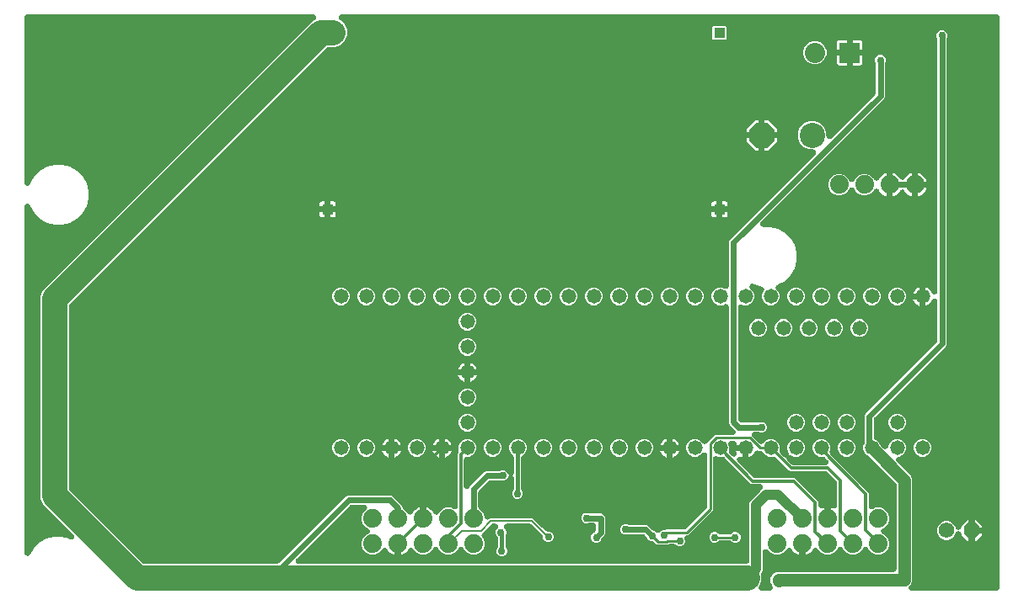
<source format=gbr>
G04 EAGLE Gerber RS-274X export*
G75*
%MOMM*%
%FSLAX34Y34*%
%LPD*%
%INBottom Copper*%
%IPPOS*%
%AMOC8*
5,1,8,0,0,1.08239X$1,22.5*%
G01*
%ADD10C,1.879600*%
%ADD11C,1.473200*%
%ADD12R,1.108000X1.108000*%
%ADD13P,1.704548X8X22.500000*%
%ADD14C,1.574800*%
%ADD15R,2.032000X2.032000*%
%ADD16C,2.032000*%
%ADD17C,2.540000*%
%ADD18P,2.749271X8X202.500000*%
%ADD19C,0.304800*%
%ADD20C,0.756400*%
%ADD21C,0.254000*%
%ADD22C,1.016000*%
%ADD23C,2.540000*%
%ADD24C,0.609600*%
%ADD25C,0.406400*%
%ADD26C,0.200000*%
%ADD27C,1.270000*%

G36*
X759038Y10164D02*
X759038Y10164D01*
X759076Y10162D01*
X759284Y10184D01*
X759492Y10201D01*
X759529Y10210D01*
X759567Y10214D01*
X759768Y10269D01*
X759971Y10319D01*
X760006Y10334D01*
X760042Y10345D01*
X760232Y10432D01*
X760424Y10514D01*
X760456Y10534D01*
X760491Y10550D01*
X760665Y10667D01*
X760840Y10779D01*
X760868Y10804D01*
X760900Y10826D01*
X761052Y10969D01*
X761208Y11108D01*
X761232Y11137D01*
X761260Y11164D01*
X761387Y11329D01*
X761518Y11492D01*
X761537Y11525D01*
X761560Y11555D01*
X761659Y11739D01*
X761762Y11920D01*
X761775Y11956D01*
X761793Y11990D01*
X761861Y12187D01*
X761933Y12383D01*
X761941Y12420D01*
X761953Y12456D01*
X761988Y12662D01*
X762028Y12867D01*
X762029Y12905D01*
X762036Y12943D01*
X762037Y13152D01*
X762043Y13360D01*
X762038Y13398D01*
X762039Y13436D01*
X762006Y13642D01*
X761979Y13849D01*
X761968Y13886D01*
X761962Y13923D01*
X761897Y14121D01*
X761837Y14321D01*
X761820Y14356D01*
X761808Y14392D01*
X761711Y14577D01*
X761620Y14765D01*
X761598Y14796D01*
X761580Y14830D01*
X761522Y14903D01*
X761334Y15167D01*
X761213Y15289D01*
X761155Y15363D01*
X760912Y15605D01*
X759713Y18500D01*
X759713Y22648D01*
X760912Y25543D01*
X763127Y27758D01*
X766022Y28957D01*
X883158Y28957D01*
X883234Y28963D01*
X883310Y28961D01*
X883479Y28983D01*
X883650Y28997D01*
X883724Y29015D01*
X883799Y29025D01*
X883963Y29074D01*
X884129Y29115D01*
X884198Y29145D01*
X884272Y29167D01*
X884425Y29243D01*
X884582Y29310D01*
X884646Y29351D01*
X884715Y29384D01*
X884854Y29483D01*
X884998Y29575D01*
X885055Y29626D01*
X885117Y29670D01*
X885238Y29790D01*
X885366Y29904D01*
X885414Y29963D01*
X885468Y30017D01*
X885569Y30155D01*
X885676Y30288D01*
X885713Y30354D01*
X885758Y30415D01*
X885835Y30568D01*
X885920Y30716D01*
X885946Y30788D01*
X885981Y30856D01*
X886032Y31019D01*
X886091Y31179D01*
X886106Y31254D01*
X886129Y31326D01*
X886141Y31431D01*
X886186Y31663D01*
X886193Y31899D01*
X886205Y32004D01*
X886205Y116634D01*
X886196Y116748D01*
X886197Y116862D01*
X886176Y116993D01*
X886165Y117126D01*
X886138Y117236D01*
X886120Y117349D01*
X886079Y117476D01*
X886047Y117604D01*
X886002Y117709D01*
X885966Y117818D01*
X885904Y117936D01*
X885852Y118058D01*
X885791Y118154D01*
X885738Y118255D01*
X885679Y118329D01*
X885587Y118474D01*
X885371Y118716D01*
X885313Y118789D01*
X859413Y144688D01*
X859406Y144694D01*
X859400Y144702D01*
X859218Y144854D01*
X859037Y145008D01*
X859029Y145013D01*
X859022Y145019D01*
X858987Y145038D01*
X858615Y145262D01*
X858493Y145311D01*
X858425Y145349D01*
X856532Y146133D01*
X854031Y148634D01*
X852677Y151901D01*
X852677Y155439D01*
X853969Y158558D01*
X853972Y158567D01*
X853977Y158576D01*
X854049Y158804D01*
X854121Y159027D01*
X854122Y159037D01*
X854125Y159046D01*
X854129Y159086D01*
X854194Y159515D01*
X854192Y159646D01*
X854201Y159724D01*
X854201Y186330D01*
X854897Y188010D01*
X926461Y259574D01*
X926535Y259661D01*
X926616Y259741D01*
X926694Y259848D01*
X926780Y259950D01*
X926839Y260047D01*
X926906Y260140D01*
X926966Y260258D01*
X927035Y260372D01*
X927077Y260478D01*
X927129Y260580D01*
X927169Y260707D01*
X927218Y260830D01*
X927243Y260941D01*
X927277Y261051D01*
X927287Y261144D01*
X927325Y261312D01*
X927343Y261636D01*
X927353Y261728D01*
X927353Y300966D01*
X927351Y300989D01*
X927353Y301012D01*
X927331Y301234D01*
X927313Y301458D01*
X927308Y301480D01*
X927306Y301503D01*
X927249Y301719D01*
X927195Y301937D01*
X927186Y301958D01*
X927180Y301980D01*
X927088Y302184D01*
X927000Y302390D01*
X926988Y302409D01*
X926978Y302430D01*
X926855Y302617D01*
X926735Y302806D01*
X926720Y302823D01*
X926707Y302842D01*
X926555Y303007D01*
X926406Y303174D01*
X926388Y303188D01*
X926373Y303205D01*
X926196Y303344D01*
X926022Y303484D01*
X926003Y303495D01*
X925985Y303509D01*
X925788Y303617D01*
X925594Y303728D01*
X925572Y303736D01*
X925552Y303747D01*
X925342Y303821D01*
X925131Y303900D01*
X925109Y303904D01*
X925087Y303912D01*
X924866Y303951D01*
X924647Y303994D01*
X924624Y303995D01*
X924602Y303999D01*
X924376Y304003D01*
X924154Y304010D01*
X924131Y304007D01*
X924108Y304007D01*
X923886Y303974D01*
X923665Y303945D01*
X923643Y303939D01*
X923620Y303935D01*
X923407Y303867D01*
X923193Y303803D01*
X923172Y303793D01*
X923150Y303786D01*
X922951Y303684D01*
X922749Y303586D01*
X922731Y303573D01*
X922710Y303562D01*
X922529Y303430D01*
X922347Y303300D01*
X922331Y303284D01*
X922312Y303271D01*
X922155Y303111D01*
X921996Y302954D01*
X921983Y302935D01*
X921967Y302919D01*
X921926Y302858D01*
X921706Y302555D01*
X921638Y302421D01*
X921591Y302350D01*
X920841Y300878D01*
X919924Y299616D01*
X918822Y298514D01*
X917560Y297597D01*
X916171Y296889D01*
X915415Y296644D01*
X915415Y306070D01*
X915415Y315496D01*
X916171Y315251D01*
X917560Y314543D01*
X918822Y313626D01*
X919924Y312524D01*
X920841Y311262D01*
X921591Y309790D01*
X921603Y309771D01*
X921612Y309750D01*
X921732Y309561D01*
X921850Y309371D01*
X921865Y309353D01*
X921877Y309334D01*
X922027Y309166D01*
X922173Y308998D01*
X922190Y308983D01*
X922206Y308966D01*
X922380Y308826D01*
X922552Y308682D01*
X922572Y308670D01*
X922590Y308656D01*
X922784Y308546D01*
X922977Y308432D01*
X922998Y308423D01*
X923018Y308412D01*
X923229Y308334D01*
X923437Y308253D01*
X923459Y308248D01*
X923481Y308240D01*
X923700Y308198D01*
X923920Y308151D01*
X923943Y308150D01*
X923965Y308146D01*
X924188Y308139D01*
X924412Y308129D01*
X924435Y308131D01*
X924458Y308130D01*
X924680Y308160D01*
X924902Y308186D01*
X924925Y308192D01*
X924947Y308195D01*
X925161Y308259D01*
X925377Y308321D01*
X925398Y308331D01*
X925420Y308337D01*
X925620Y308436D01*
X925823Y308531D01*
X925842Y308544D01*
X925863Y308554D01*
X926044Y308683D01*
X926230Y308811D01*
X926246Y308827D01*
X926265Y308840D01*
X926424Y308996D01*
X926586Y309152D01*
X926600Y309170D01*
X926616Y309186D01*
X926747Y309367D01*
X926882Y309546D01*
X926893Y309567D01*
X926906Y309585D01*
X927007Y309785D01*
X927111Y309983D01*
X927118Y310005D01*
X927129Y310026D01*
X927196Y310240D01*
X927266Y310452D01*
X927270Y310474D01*
X927277Y310496D01*
X927285Y310569D01*
X927344Y310939D01*
X927344Y311088D01*
X927353Y311174D01*
X927353Y565018D01*
X927352Y565028D01*
X927353Y565038D01*
X927333Y565273D01*
X927313Y565510D01*
X927311Y565519D01*
X927310Y565529D01*
X927299Y565567D01*
X927195Y565989D01*
X927143Y566109D01*
X927121Y566184D01*
X926619Y567396D01*
X926619Y569508D01*
X927427Y571458D01*
X928920Y572951D01*
X930870Y573759D01*
X932982Y573759D01*
X934932Y572951D01*
X936425Y571458D01*
X937233Y569508D01*
X937233Y567396D01*
X936731Y566184D01*
X936728Y566175D01*
X936723Y566166D01*
X936651Y565939D01*
X936579Y565715D01*
X936578Y565705D01*
X936575Y565696D01*
X936571Y565656D01*
X936506Y565227D01*
X936508Y565096D01*
X936499Y565018D01*
X936499Y257662D01*
X935803Y255982D01*
X864239Y184418D01*
X864165Y184331D01*
X864084Y184251D01*
X864006Y184144D01*
X863920Y184042D01*
X863861Y183945D01*
X863794Y183852D01*
X863734Y183734D01*
X863665Y183620D01*
X863623Y183514D01*
X863571Y183412D01*
X863531Y183285D01*
X863482Y183162D01*
X863457Y183051D01*
X863423Y182941D01*
X863413Y182848D01*
X863375Y182680D01*
X863357Y182356D01*
X863347Y182264D01*
X863347Y164593D01*
X863364Y164375D01*
X863378Y164157D01*
X863384Y164129D01*
X863387Y164101D01*
X863439Y163889D01*
X863488Y163676D01*
X863499Y163650D01*
X863505Y163622D01*
X863592Y163421D01*
X863674Y163219D01*
X863689Y163195D01*
X863700Y163169D01*
X863817Y162985D01*
X863931Y162798D01*
X863950Y162776D01*
X863965Y162753D01*
X864110Y162590D01*
X864253Y162424D01*
X864275Y162406D01*
X864294Y162385D01*
X864464Y162247D01*
X864631Y162107D01*
X864651Y162096D01*
X864678Y162075D01*
X865106Y161831D01*
X865182Y161803D01*
X865228Y161777D01*
X866604Y161207D01*
X869105Y158706D01*
X869889Y156813D01*
X869894Y156805D01*
X869897Y156796D01*
X870006Y156585D01*
X870114Y156374D01*
X870120Y156367D01*
X870125Y156358D01*
X870150Y156327D01*
X870407Y155977D01*
X870501Y155886D01*
X870550Y155825D01*
X872875Y153499D01*
X872904Y153475D01*
X872930Y153446D01*
X873092Y153315D01*
X873251Y153180D01*
X873284Y153160D01*
X873314Y153136D01*
X873495Y153033D01*
X873674Y152925D01*
X873709Y152911D01*
X873742Y152892D01*
X873938Y152819D01*
X874132Y152742D01*
X874169Y152734D01*
X874205Y152721D01*
X874410Y152681D01*
X874614Y152635D01*
X874652Y152633D01*
X874689Y152626D01*
X874897Y152619D01*
X875106Y152608D01*
X875144Y152612D01*
X875182Y152611D01*
X875389Y152638D01*
X875597Y152660D01*
X875633Y152670D01*
X875671Y152675D01*
X875871Y152735D01*
X876072Y152791D01*
X876107Y152806D01*
X876144Y152817D01*
X876331Y152909D01*
X876521Y152996D01*
X876552Y153018D01*
X876587Y153034D01*
X876757Y153155D01*
X876930Y153272D01*
X876958Y153298D01*
X876989Y153320D01*
X877137Y153466D01*
X877290Y153609D01*
X877313Y153640D01*
X877340Y153667D01*
X877463Y153835D01*
X877590Y154001D01*
X877608Y154035D01*
X877630Y154065D01*
X877724Y154251D01*
X877823Y154436D01*
X877836Y154472D01*
X877853Y154506D01*
X877915Y154705D01*
X877983Y154902D01*
X877989Y154940D01*
X878001Y154976D01*
X878011Y155069D01*
X878066Y155389D01*
X878066Y155411D01*
X879431Y158706D01*
X881932Y161207D01*
X885199Y162561D01*
X888737Y162561D01*
X892004Y161207D01*
X894505Y158706D01*
X895859Y155439D01*
X895859Y151901D01*
X894505Y148634D01*
X892004Y146133D01*
X888685Y144758D01*
X888668Y144756D01*
X888460Y144739D01*
X888423Y144730D01*
X888385Y144726D01*
X888184Y144671D01*
X887981Y144621D01*
X887946Y144606D01*
X887910Y144595D01*
X887720Y144508D01*
X887528Y144426D01*
X887496Y144406D01*
X887461Y144390D01*
X887288Y144273D01*
X887112Y144161D01*
X887084Y144136D01*
X887052Y144114D01*
X886900Y143971D01*
X886744Y143832D01*
X886720Y143803D01*
X886692Y143777D01*
X886565Y143611D01*
X886434Y143448D01*
X886415Y143415D01*
X886392Y143385D01*
X886293Y143201D01*
X886190Y143020D01*
X886177Y142984D01*
X886159Y142950D01*
X886091Y142753D01*
X886019Y142557D01*
X886011Y142520D01*
X885999Y142484D01*
X885964Y142277D01*
X885924Y142073D01*
X885923Y142035D01*
X885916Y141997D01*
X885915Y141788D01*
X885909Y141580D01*
X885914Y141542D01*
X885913Y141504D01*
X885946Y141297D01*
X885973Y141091D01*
X885984Y141054D01*
X885990Y141017D01*
X886055Y140818D01*
X886115Y140619D01*
X886132Y140584D01*
X886144Y140548D01*
X886241Y140363D01*
X886332Y140175D01*
X886354Y140144D01*
X886372Y140110D01*
X886430Y140038D01*
X886618Y139773D01*
X886739Y139651D01*
X886797Y139577D01*
X898112Y128262D01*
X900756Y125619D01*
X901955Y122724D01*
X901955Y19516D01*
X900756Y16621D01*
X899497Y15363D01*
X899473Y15334D01*
X899444Y15308D01*
X899313Y15146D01*
X899178Y14987D01*
X899158Y14954D01*
X899134Y14924D01*
X899031Y14743D01*
X898923Y14564D01*
X898909Y14529D01*
X898890Y14496D01*
X898817Y14300D01*
X898740Y14106D01*
X898732Y14069D01*
X898719Y14033D01*
X898679Y13829D01*
X898633Y13625D01*
X898631Y13586D01*
X898624Y13549D01*
X898617Y13341D01*
X898606Y13132D01*
X898610Y13094D01*
X898609Y13056D01*
X898636Y12849D01*
X898658Y12641D01*
X898668Y12605D01*
X898673Y12567D01*
X898733Y12366D01*
X898789Y12166D01*
X898804Y12131D01*
X898815Y12094D01*
X898907Y11907D01*
X898994Y11717D01*
X899016Y11686D01*
X899032Y11651D01*
X899153Y11481D01*
X899270Y11308D01*
X899296Y11280D01*
X899318Y11249D01*
X899465Y11101D01*
X899607Y10948D01*
X899638Y10925D01*
X899665Y10898D01*
X899833Y10775D01*
X899999Y10648D01*
X900033Y10630D01*
X900063Y10608D01*
X900250Y10514D01*
X900434Y10415D01*
X900470Y10403D01*
X900504Y10385D01*
X900703Y10322D01*
X900900Y10255D01*
X900938Y10249D01*
X900974Y10237D01*
X901067Y10227D01*
X901387Y10172D01*
X901559Y10171D01*
X901652Y10161D01*
X986792Y10161D01*
X986868Y10167D01*
X986944Y10165D01*
X987113Y10187D01*
X987284Y10201D01*
X987358Y10219D01*
X987433Y10229D01*
X987597Y10278D01*
X987763Y10319D01*
X987832Y10349D01*
X987906Y10371D01*
X988059Y10447D01*
X988216Y10514D01*
X988280Y10555D01*
X988349Y10588D01*
X988488Y10687D01*
X988632Y10779D01*
X988689Y10830D01*
X988751Y10874D01*
X988872Y10994D01*
X989000Y11108D01*
X989048Y11167D01*
X989102Y11221D01*
X989203Y11359D01*
X989310Y11492D01*
X989347Y11558D01*
X989392Y11619D01*
X989469Y11772D01*
X989554Y11920D01*
X989580Y11992D01*
X989615Y12060D01*
X989666Y12223D01*
X989725Y12383D01*
X989740Y12458D01*
X989763Y12530D01*
X989775Y12635D01*
X989820Y12867D01*
X989827Y13103D01*
X989839Y13208D01*
X989839Y586792D01*
X989833Y586868D01*
X989835Y586944D01*
X989813Y587113D01*
X989799Y587284D01*
X989781Y587358D01*
X989771Y587433D01*
X989722Y587597D01*
X989681Y587763D01*
X989651Y587832D01*
X989629Y587906D01*
X989553Y588059D01*
X989486Y588216D01*
X989445Y588280D01*
X989412Y588349D01*
X989313Y588488D01*
X989221Y588632D01*
X989170Y588689D01*
X989126Y588751D01*
X989006Y588872D01*
X988892Y589000D01*
X988833Y589048D01*
X988779Y589102D01*
X988641Y589203D01*
X988508Y589310D01*
X988442Y589347D01*
X988381Y589392D01*
X988228Y589469D01*
X988080Y589554D01*
X988008Y589580D01*
X987940Y589615D01*
X987777Y589666D01*
X987617Y589725D01*
X987542Y589740D01*
X987470Y589763D01*
X987365Y589775D01*
X987133Y589820D01*
X986897Y589827D01*
X986792Y589839D01*
X328815Y589839D01*
X328673Y589828D01*
X328530Y589826D01*
X328427Y589808D01*
X328323Y589799D01*
X328185Y589765D01*
X328044Y589740D01*
X327945Y589706D01*
X327844Y589681D01*
X327713Y589624D01*
X327579Y589577D01*
X327487Y589527D01*
X327391Y589486D01*
X327270Y589410D01*
X327145Y589341D01*
X327063Y589277D01*
X326975Y589221D01*
X326868Y589126D01*
X326756Y589039D01*
X326685Y588962D01*
X326607Y588892D01*
X326517Y588781D01*
X326420Y588677D01*
X326362Y588590D01*
X326297Y588508D01*
X326227Y588385D01*
X326147Y588266D01*
X326104Y588170D01*
X326053Y588080D01*
X326003Y587946D01*
X325945Y587816D01*
X325918Y587715D01*
X325881Y587617D01*
X325854Y587477D01*
X325817Y587340D01*
X325807Y587235D01*
X325787Y587133D01*
X325782Y586991D01*
X325768Y586849D01*
X325774Y586744D01*
X325771Y586640D01*
X325790Y586499D01*
X325799Y586356D01*
X325822Y586254D01*
X325836Y586151D01*
X325877Y586014D01*
X325909Y585875D01*
X325948Y585779D01*
X325978Y585679D01*
X326041Y585551D01*
X326095Y585418D01*
X326149Y585329D01*
X326195Y585235D01*
X326277Y585119D01*
X326352Y584998D01*
X326420Y584918D01*
X326480Y584833D01*
X326581Y584732D01*
X326674Y584624D01*
X326754Y584556D01*
X326827Y584482D01*
X326942Y584398D01*
X327052Y584307D01*
X327120Y584269D01*
X327226Y584192D01*
X327614Y583996D01*
X327649Y583977D01*
X328313Y583702D01*
X332314Y579700D01*
X334480Y574472D01*
X334480Y568813D01*
X332314Y563585D01*
X328187Y559457D01*
X322959Y557292D01*
X315653Y557292D01*
X315539Y557283D01*
X315425Y557283D01*
X315293Y557263D01*
X315161Y557252D01*
X315050Y557224D01*
X314937Y557207D01*
X314811Y557165D01*
X314682Y557133D01*
X314577Y557088D01*
X314469Y557052D01*
X314351Y556991D01*
X314229Y556939D01*
X314133Y556877D01*
X314031Y556825D01*
X313958Y556766D01*
X313813Y556674D01*
X313571Y556457D01*
X313498Y556399D01*
X56011Y298912D01*
X55937Y298826D01*
X55856Y298745D01*
X55778Y298638D01*
X55692Y298537D01*
X55633Y298439D01*
X55566Y298346D01*
X55506Y298228D01*
X55437Y298114D01*
X55395Y298008D01*
X55343Y297906D01*
X55303Y297779D01*
X55254Y297656D01*
X55229Y297545D01*
X55195Y297435D01*
X55185Y297342D01*
X55147Y297174D01*
X55129Y296850D01*
X55119Y296758D01*
X55119Y112564D01*
X55128Y112451D01*
X55127Y112336D01*
X55148Y112205D01*
X55159Y112073D01*
X55186Y111962D01*
X55204Y111849D01*
X55245Y111723D01*
X55277Y111594D01*
X55322Y111489D01*
X55358Y111380D01*
X55420Y111262D01*
X55472Y111140D01*
X55533Y111044D01*
X55586Y110943D01*
X55645Y110869D01*
X55737Y110724D01*
X55953Y110482D01*
X56011Y110410D01*
X128341Y38080D01*
X128427Y38006D01*
X128508Y37925D01*
X128615Y37847D01*
X128716Y37761D01*
X128814Y37702D01*
X128907Y37635D01*
X129025Y37575D01*
X129139Y37506D01*
X129245Y37464D01*
X129347Y37412D01*
X129474Y37372D01*
X129597Y37323D01*
X129708Y37298D01*
X129818Y37264D01*
X129911Y37254D01*
X130079Y37216D01*
X130403Y37198D01*
X130495Y37188D01*
X263946Y37188D01*
X264060Y37197D01*
X264174Y37196D01*
X264306Y37217D01*
X264438Y37228D01*
X264549Y37255D01*
X264662Y37273D01*
X264788Y37314D01*
X264917Y37346D01*
X265022Y37391D01*
X265130Y37427D01*
X265248Y37489D01*
X265370Y37541D01*
X265466Y37602D01*
X265568Y37655D01*
X265641Y37714D01*
X265786Y37806D01*
X266028Y38022D01*
X266101Y38080D01*
X333297Y105277D01*
X334978Y105973D01*
X378202Y105973D01*
X379883Y105277D01*
X389195Y95965D01*
X389912Y94232D01*
X389922Y94079D01*
X389928Y94051D01*
X389931Y94023D01*
X389983Y93812D01*
X390032Y93598D01*
X390043Y93572D01*
X390049Y93544D01*
X390135Y93344D01*
X390218Y93141D01*
X390233Y93117D01*
X390244Y93091D01*
X390361Y92907D01*
X390475Y92720D01*
X390494Y92699D01*
X390509Y92675D01*
X390654Y92512D01*
X390797Y92346D01*
X390819Y92328D01*
X390838Y92307D01*
X391007Y92170D01*
X391175Y92029D01*
X391196Y92018D01*
X391222Y91997D01*
X391446Y91869D01*
X394578Y88737D01*
X394691Y88464D01*
X394766Y88317D01*
X394834Y88166D01*
X394879Y88098D01*
X394916Y88025D01*
X395014Y87892D01*
X395105Y87754D01*
X395161Y87694D01*
X395209Y87628D01*
X395327Y87513D01*
X395439Y87391D01*
X395504Y87341D01*
X395562Y87284D01*
X395698Y87189D01*
X395828Y87087D01*
X395899Y87047D01*
X395966Y87001D01*
X396116Y86929D01*
X396260Y86849D01*
X396337Y86822D01*
X396411Y86787D01*
X396569Y86740D01*
X396725Y86685D01*
X396806Y86670D01*
X396884Y86647D01*
X397048Y86626D01*
X397211Y86597D01*
X397292Y86596D01*
X397374Y86586D01*
X397539Y86592D01*
X397704Y86589D01*
X397785Y86601D01*
X397867Y86604D01*
X398029Y86637D01*
X398192Y86661D01*
X398270Y86686D01*
X398350Y86702D01*
X398504Y86760D01*
X398662Y86811D01*
X398735Y86848D01*
X398812Y86876D01*
X398955Y86959D01*
X399102Y87034D01*
X399168Y87082D01*
X399239Y87123D01*
X399366Y87228D01*
X399500Y87326D01*
X399557Y87384D01*
X399621Y87436D01*
X399730Y87559D01*
X399846Y87678D01*
X399881Y87731D01*
X399947Y87806D01*
X400209Y88223D01*
X400215Y88237D01*
X400221Y88247D01*
X400507Y88807D01*
X401612Y90328D01*
X402940Y91656D01*
X404461Y92761D01*
X406135Y93614D01*
X407671Y94113D01*
X407671Y82550D01*
X407677Y82474D01*
X407674Y82398D01*
X407697Y82229D01*
X407711Y82059D01*
X407729Y81985D01*
X407739Y81909D01*
X407788Y81745D01*
X407829Y81580D01*
X407859Y81510D01*
X407881Y81437D01*
X407956Y81283D01*
X408024Y81126D01*
X408065Y81062D01*
X408098Y80994D01*
X408197Y80854D01*
X408289Y80710D01*
X408340Y80654D01*
X408384Y80591D01*
X408504Y80470D01*
X408618Y80342D01*
X408677Y80295D01*
X408730Y80240D01*
X408869Y80140D01*
X409001Y80033D01*
X409068Y79995D01*
X409129Y79950D01*
X409282Y79873D01*
X409430Y79789D01*
X409502Y79762D01*
X409570Y79728D01*
X409732Y79676D01*
X409893Y79617D01*
X409967Y79602D01*
X410040Y79579D01*
X410145Y79568D01*
X410377Y79522D01*
X410613Y79515D01*
X410718Y79503D01*
X410794Y79509D01*
X410870Y79507D01*
X411039Y79529D01*
X411210Y79543D01*
X411284Y79561D01*
X411359Y79571D01*
X411523Y79621D01*
X411689Y79662D01*
X411759Y79692D01*
X411832Y79714D01*
X411985Y79789D01*
X412142Y79856D01*
X412206Y79897D01*
X412275Y79931D01*
X412414Y80030D01*
X412558Y80121D01*
X412615Y80172D01*
X412677Y80216D01*
X412799Y80336D01*
X412926Y80450D01*
X412974Y80509D01*
X413028Y80563D01*
X413129Y80701D01*
X413236Y80834D01*
X413274Y80900D01*
X413318Y80962D01*
X413395Y81114D01*
X413480Y81263D01*
X413506Y81334D01*
X413541Y81402D01*
X413592Y81565D01*
X413652Y81725D01*
X413666Y81800D01*
X413689Y81873D01*
X413701Y81977D01*
X413746Y82209D01*
X413754Y82445D01*
X413765Y82550D01*
X413765Y94113D01*
X415301Y93614D01*
X416975Y92761D01*
X418496Y91656D01*
X419824Y90328D01*
X420929Y88807D01*
X421215Y88247D01*
X421301Y88106D01*
X421380Y87961D01*
X421430Y87896D01*
X421473Y87827D01*
X421582Y87701D01*
X421683Y87571D01*
X421743Y87516D01*
X421796Y87454D01*
X421924Y87348D01*
X422045Y87236D01*
X422113Y87191D01*
X422176Y87138D01*
X422318Y87054D01*
X422456Y86963D01*
X422530Y86929D01*
X422601Y86888D01*
X422755Y86828D01*
X422906Y86760D01*
X422984Y86739D01*
X423061Y86709D01*
X423223Y86675D01*
X423382Y86632D01*
X423463Y86624D01*
X423543Y86607D01*
X423709Y86600D01*
X423873Y86583D01*
X423954Y86588D01*
X424036Y86585D01*
X424201Y86604D01*
X424365Y86614D01*
X424445Y86632D01*
X424526Y86642D01*
X424685Y86687D01*
X424846Y86724D01*
X424922Y86755D01*
X425000Y86777D01*
X425150Y86848D01*
X425303Y86910D01*
X425373Y86953D01*
X425447Y86987D01*
X425583Y87081D01*
X425724Y87167D01*
X425786Y87220D01*
X425853Y87267D01*
X425973Y87381D01*
X426098Y87489D01*
X426151Y87552D01*
X426209Y87608D01*
X426309Y87740D01*
X426415Y87867D01*
X426446Y87923D01*
X426506Y88003D01*
X426735Y88440D01*
X426740Y88454D01*
X426745Y88464D01*
X426858Y88737D01*
X429931Y91810D01*
X433945Y93473D01*
X438291Y93473D01*
X441302Y92225D01*
X441474Y92170D01*
X441643Y92107D01*
X441708Y92095D01*
X441771Y92074D01*
X441950Y92047D01*
X442127Y92013D01*
X442193Y92011D01*
X442259Y92001D01*
X442440Y92003D01*
X442620Y91997D01*
X442686Y92006D01*
X442753Y92007D01*
X442930Y92038D01*
X443109Y92062D01*
X443173Y92081D01*
X443238Y92092D01*
X443408Y92152D01*
X443582Y92204D01*
X443641Y92233D01*
X443704Y92255D01*
X443863Y92342D01*
X444025Y92421D01*
X444079Y92459D01*
X444137Y92491D01*
X444280Y92602D01*
X444427Y92707D01*
X444474Y92753D01*
X444527Y92794D01*
X444650Y92926D01*
X444778Y93053D01*
X444817Y93107D01*
X444862Y93156D01*
X444962Y93306D01*
X445068Y93452D01*
X445098Y93511D01*
X445135Y93567D01*
X445209Y93731D01*
X445291Y93892D01*
X445311Y93956D01*
X445338Y94017D01*
X445385Y94191D01*
X445439Y94363D01*
X445445Y94416D01*
X445466Y94493D01*
X445515Y94984D01*
X445513Y95017D01*
X445515Y95041D01*
X445515Y147672D01*
X446053Y148972D01*
X446093Y149038D01*
X446209Y149222D01*
X446220Y149248D01*
X446235Y149273D01*
X446316Y149476D01*
X446401Y149677D01*
X446407Y149705D01*
X446418Y149731D01*
X446465Y149943D01*
X446516Y150156D01*
X446519Y150185D01*
X446525Y150213D01*
X446537Y150431D01*
X446553Y150648D01*
X446551Y150677D01*
X446552Y150705D01*
X446529Y150923D01*
X446510Y151140D01*
X446504Y151162D01*
X446500Y151196D01*
X446369Y151671D01*
X446336Y151745D01*
X446321Y151795D01*
X446277Y151902D01*
X446277Y155439D01*
X447631Y158706D01*
X450132Y161207D01*
X453399Y162561D01*
X456937Y162561D01*
X460204Y161207D01*
X462705Y158706D01*
X464059Y155439D01*
X464059Y151901D01*
X462705Y148634D01*
X460204Y146133D01*
X456937Y144779D01*
X454660Y144779D01*
X454584Y144773D01*
X454508Y144775D01*
X454339Y144753D01*
X454168Y144739D01*
X454094Y144721D01*
X454019Y144711D01*
X453855Y144662D01*
X453689Y144621D01*
X453620Y144591D01*
X453546Y144569D01*
X453393Y144493D01*
X453236Y144426D01*
X453172Y144385D01*
X453103Y144352D01*
X452964Y144253D01*
X452820Y144161D01*
X452763Y144110D01*
X452701Y144066D01*
X452580Y143946D01*
X452452Y143832D01*
X452404Y143773D01*
X452350Y143719D01*
X452249Y143581D01*
X452142Y143448D01*
X452105Y143382D01*
X452060Y143321D01*
X451983Y143168D01*
X451898Y143020D01*
X451872Y142948D01*
X451837Y142880D01*
X451786Y142717D01*
X451727Y142557D01*
X451712Y142482D01*
X451689Y142410D01*
X451677Y142305D01*
X451632Y142073D01*
X451625Y141837D01*
X451613Y141732D01*
X451613Y115466D01*
X451624Y115324D01*
X451626Y115181D01*
X451644Y115078D01*
X451653Y114974D01*
X451687Y114836D01*
X451712Y114695D01*
X451746Y114597D01*
X451771Y114495D01*
X451828Y114364D01*
X451875Y114230D01*
X451925Y114138D01*
X451966Y114042D01*
X452042Y113922D01*
X452111Y113796D01*
X452175Y113714D01*
X452231Y113626D01*
X452326Y113520D01*
X452413Y113407D01*
X452490Y113336D01*
X452560Y113258D01*
X452671Y113168D01*
X452775Y113071D01*
X452862Y113014D01*
X452944Y112948D01*
X453067Y112877D01*
X453186Y112799D01*
X453281Y112756D01*
X453372Y112704D01*
X453506Y112654D01*
X453636Y112596D01*
X453737Y112569D01*
X453835Y112532D01*
X453975Y112505D01*
X454112Y112468D01*
X454217Y112458D01*
X454319Y112438D01*
X454461Y112433D01*
X454603Y112419D01*
X454708Y112426D01*
X454812Y112422D01*
X454953Y112441D01*
X455096Y112450D01*
X455198Y112473D01*
X455301Y112487D01*
X455438Y112528D01*
X455577Y112560D01*
X455673Y112599D01*
X455773Y112629D01*
X455902Y112692D01*
X456034Y112746D01*
X456123Y112800D01*
X456217Y112846D01*
X456333Y112929D01*
X456455Y113003D01*
X456534Y113071D01*
X456619Y113132D01*
X456720Y113232D01*
X456828Y113325D01*
X456896Y113405D01*
X456970Y113478D01*
X457054Y113593D01*
X457145Y113703D01*
X457183Y113771D01*
X457260Y113877D01*
X457456Y114265D01*
X457475Y114300D01*
X457641Y114701D01*
X472722Y129782D01*
X474403Y130478D01*
X487511Y130478D01*
X487521Y130479D01*
X487531Y130478D01*
X487766Y130498D01*
X488003Y130518D01*
X488012Y130520D01*
X488022Y130521D01*
X488060Y130532D01*
X488482Y130636D01*
X488602Y130688D01*
X488677Y130710D01*
X489889Y131212D01*
X492001Y131212D01*
X493951Y130404D01*
X495444Y128911D01*
X496041Y127470D01*
X496106Y127343D01*
X496162Y127212D01*
X496218Y127124D01*
X496266Y127031D01*
X496351Y126916D01*
X496427Y126796D01*
X496497Y126718D01*
X496559Y126634D01*
X496661Y126534D01*
X496756Y126428D01*
X496837Y126363D01*
X496912Y126290D01*
X497029Y126208D01*
X497140Y126118D01*
X497230Y126067D01*
X497316Y126007D01*
X497445Y125945D01*
X497512Y125906D01*
X497482Y125894D01*
X497393Y125839D01*
X497299Y125794D01*
X497183Y125711D01*
X497062Y125637D01*
X496982Y125568D01*
X496897Y125508D01*
X496796Y125408D01*
X496688Y125315D01*
X496620Y125235D01*
X496546Y125161D01*
X496462Y125046D01*
X496371Y124937D01*
X496333Y124868D01*
X496256Y124763D01*
X496060Y124375D01*
X496041Y124340D01*
X495444Y122899D01*
X493951Y121406D01*
X492001Y120598D01*
X489889Y120598D01*
X488677Y121100D01*
X488668Y121103D01*
X488659Y121108D01*
X488432Y121180D01*
X488208Y121252D01*
X488198Y121253D01*
X488189Y121256D01*
X488149Y121260D01*
X487720Y121325D01*
X487589Y121323D01*
X487511Y121332D01*
X478469Y121332D01*
X478355Y121323D01*
X478241Y121324D01*
X478109Y121303D01*
X477977Y121292D01*
X477866Y121265D01*
X477753Y121247D01*
X477627Y121206D01*
X477498Y121174D01*
X477393Y121129D01*
X477285Y121093D01*
X477167Y121031D01*
X477045Y120979D01*
X476949Y120918D01*
X476847Y120865D01*
X476774Y120806D01*
X476629Y120714D01*
X476387Y120498D01*
X476314Y120440D01*
X466983Y111109D01*
X466909Y111022D01*
X466828Y110942D01*
X466750Y110834D01*
X466664Y110733D01*
X466605Y110635D01*
X466538Y110543D01*
X466478Y110424D01*
X466409Y110310D01*
X466367Y110204D01*
X466315Y110102D01*
X466275Y109976D01*
X466226Y109852D01*
X466201Y109741D01*
X466167Y109632D01*
X466157Y109538D01*
X466119Y109371D01*
X466101Y109046D01*
X466091Y108954D01*
X466091Y94515D01*
X466108Y94297D01*
X466122Y94079D01*
X466128Y94051D01*
X466131Y94023D01*
X466183Y93812D01*
X466232Y93598D01*
X466243Y93572D01*
X466249Y93544D01*
X466335Y93344D01*
X466418Y93141D01*
X466433Y93117D01*
X466444Y93091D01*
X466561Y92907D01*
X466675Y92720D01*
X466694Y92699D01*
X466709Y92675D01*
X466854Y92512D01*
X466997Y92346D01*
X467019Y92328D01*
X467038Y92307D01*
X467207Y92170D01*
X467375Y92029D01*
X467396Y92018D01*
X467422Y91997D01*
X467646Y91869D01*
X470778Y88737D01*
X472441Y84723D01*
X472441Y84588D01*
X472444Y84550D01*
X472442Y84512D01*
X472464Y84304D01*
X472481Y84096D01*
X472490Y84059D01*
X472494Y84021D01*
X472549Y83820D01*
X472599Y83617D01*
X472614Y83582D01*
X472625Y83546D01*
X472712Y83356D01*
X472794Y83164D01*
X472814Y83132D01*
X472830Y83097D01*
X472947Y82924D01*
X473059Y82748D01*
X473084Y82720D01*
X473106Y82688D01*
X473249Y82536D01*
X473388Y82380D01*
X473417Y82356D01*
X473444Y82328D01*
X473609Y82201D01*
X473772Y82070D01*
X473805Y82051D01*
X473835Y82028D01*
X474019Y81929D01*
X474200Y81826D01*
X474236Y81813D01*
X474270Y81795D01*
X474467Y81727D01*
X474663Y81655D01*
X474700Y81647D01*
X474736Y81635D01*
X474942Y81600D01*
X475147Y81560D01*
X475185Y81559D01*
X475223Y81552D01*
X475432Y81551D01*
X475640Y81545D01*
X475678Y81549D01*
X475716Y81549D01*
X475923Y81582D01*
X476129Y81609D01*
X476166Y81620D01*
X476203Y81626D01*
X476401Y81691D01*
X476601Y81751D01*
X476636Y81768D01*
X476672Y81780D01*
X476857Y81876D01*
X477045Y81968D01*
X477076Y81990D01*
X477110Y82008D01*
X477182Y82066D01*
X477447Y82254D01*
X477569Y82375D01*
X477643Y82433D01*
X477744Y82535D01*
X520984Y82535D01*
X529743Y73775D01*
X529830Y73701D01*
X529911Y73620D01*
X530018Y73542D01*
X530119Y73456D01*
X530217Y73397D01*
X530309Y73330D01*
X530428Y73270D01*
X530542Y73201D01*
X530648Y73159D01*
X530750Y73107D01*
X530877Y73067D01*
X531000Y73018D01*
X531111Y72993D01*
X531220Y72959D01*
X531314Y72949D01*
X531455Y72917D01*
X532130Y72158D01*
X532210Y72082D01*
X532253Y72028D01*
X533819Y70461D01*
X533906Y70387D01*
X533987Y70306D01*
X534094Y70228D01*
X534195Y70142D01*
X534293Y70083D01*
X534385Y70016D01*
X534504Y69956D01*
X534618Y69887D01*
X534724Y69845D01*
X534826Y69793D01*
X534953Y69753D01*
X535076Y69704D01*
X535187Y69679D01*
X535296Y69645D01*
X535390Y69635D01*
X535558Y69597D01*
X535882Y69579D01*
X535974Y69569D01*
X537504Y69569D01*
X539454Y68761D01*
X540947Y67268D01*
X541755Y65318D01*
X541755Y63206D01*
X540947Y61256D01*
X539454Y59763D01*
X537504Y58955D01*
X535392Y58955D01*
X533442Y59763D01*
X531949Y61256D01*
X531141Y63206D01*
X531141Y63974D01*
X531132Y64088D01*
X531133Y64202D01*
X531112Y64333D01*
X531101Y64466D01*
X531074Y64576D01*
X531056Y64689D01*
X531015Y64815D01*
X530983Y64945D01*
X530938Y65049D01*
X530902Y65158D01*
X530840Y65276D01*
X530788Y65398D01*
X530727Y65494D01*
X530674Y65596D01*
X530615Y65669D01*
X530523Y65814D01*
X530307Y66056D01*
X530249Y66129D01*
X519785Y76593D01*
X519698Y76667D01*
X519617Y76748D01*
X519510Y76826D01*
X519409Y76912D01*
X519311Y76971D01*
X519219Y77038D01*
X519100Y77098D01*
X518986Y77167D01*
X518880Y77209D01*
X518778Y77261D01*
X518651Y77301D01*
X518528Y77350D01*
X518417Y77375D01*
X518308Y77409D01*
X518214Y77419D01*
X518046Y77457D01*
X517722Y77475D01*
X517630Y77485D01*
X494906Y77485D01*
X494868Y77482D01*
X494830Y77484D01*
X494622Y77462D01*
X494415Y77445D01*
X494378Y77436D01*
X494340Y77432D01*
X494139Y77377D01*
X493936Y77327D01*
X493901Y77312D01*
X493864Y77301D01*
X493675Y77215D01*
X493482Y77132D01*
X493450Y77112D01*
X493416Y77096D01*
X493242Y76979D01*
X493066Y76867D01*
X493038Y76842D01*
X493006Y76820D01*
X492854Y76677D01*
X492698Y76538D01*
X492674Y76509D01*
X492647Y76482D01*
X492519Y76317D01*
X492388Y76154D01*
X492370Y76121D01*
X492346Y76091D01*
X492248Y75907D01*
X492144Y75726D01*
X492131Y75690D01*
X492113Y75656D01*
X492045Y75458D01*
X491973Y75263D01*
X491966Y75226D01*
X491953Y75190D01*
X491918Y74983D01*
X491878Y74779D01*
X491877Y74741D01*
X491871Y74703D01*
X491869Y74494D01*
X491863Y74286D01*
X491868Y74248D01*
X491868Y74210D01*
X491900Y74003D01*
X491927Y73797D01*
X491938Y73760D01*
X491944Y73723D01*
X492009Y73525D01*
X492070Y73325D01*
X492087Y73290D01*
X492098Y73254D01*
X492195Y73069D01*
X492287Y72881D01*
X492309Y72850D01*
X492326Y72816D01*
X492384Y72744D01*
X492572Y72479D01*
X492693Y72357D01*
X492752Y72283D01*
X493449Y71586D01*
X494257Y69636D01*
X494257Y67524D01*
X493501Y65699D01*
X493498Y65690D01*
X493493Y65681D01*
X493421Y65451D01*
X493349Y65230D01*
X493348Y65220D01*
X493345Y65211D01*
X493341Y65170D01*
X493276Y64742D01*
X493278Y64611D01*
X493269Y64533D01*
X493269Y54994D01*
X493278Y54881D01*
X493277Y54766D01*
X493298Y54635D01*
X493309Y54503D01*
X493336Y54392D01*
X493354Y54279D01*
X493395Y54153D01*
X493427Y54024D01*
X493472Y53919D01*
X493508Y53810D01*
X493570Y53692D01*
X493622Y53570D01*
X493683Y53474D01*
X493736Y53373D01*
X493795Y53299D01*
X493887Y53154D01*
X494103Y52912D01*
X494161Y52840D01*
X494211Y52790D01*
X495019Y50840D01*
X495019Y48728D01*
X494211Y46778D01*
X492718Y45285D01*
X490768Y44477D01*
X488656Y44477D01*
X486706Y45285D01*
X485213Y46778D01*
X484405Y48728D01*
X484405Y50840D01*
X485213Y52790D01*
X485263Y52840D01*
X485337Y52927D01*
X485418Y53007D01*
X485496Y53114D01*
X485582Y53216D01*
X485641Y53313D01*
X485708Y53406D01*
X485768Y53524D01*
X485837Y53638D01*
X485879Y53744D01*
X485931Y53846D01*
X485971Y53973D01*
X486020Y54096D01*
X486045Y54208D01*
X486079Y54317D01*
X486089Y54410D01*
X486127Y54578D01*
X486145Y54902D01*
X486155Y54994D01*
X486155Y62608D01*
X486146Y62721D01*
X486147Y62836D01*
X486126Y62967D01*
X486115Y63099D01*
X486088Y63210D01*
X486070Y63323D01*
X486029Y63449D01*
X485997Y63578D01*
X485952Y63683D01*
X485916Y63792D01*
X485854Y63910D01*
X485802Y64032D01*
X485741Y64128D01*
X485688Y64229D01*
X485629Y64303D01*
X485537Y64448D01*
X485321Y64690D01*
X485263Y64762D01*
X484451Y65574D01*
X483643Y67524D01*
X483643Y69636D01*
X484451Y71586D01*
X485148Y72283D01*
X485173Y72312D01*
X485202Y72338D01*
X485333Y72500D01*
X485468Y72659D01*
X485488Y72692D01*
X485512Y72722D01*
X485615Y72903D01*
X485722Y73082D01*
X485737Y73117D01*
X485756Y73150D01*
X485828Y73346D01*
X485906Y73540D01*
X485914Y73577D01*
X485927Y73613D01*
X485967Y73817D01*
X486012Y74021D01*
X486015Y74060D01*
X486022Y74097D01*
X486028Y74305D01*
X486040Y74514D01*
X486036Y74552D01*
X486037Y74590D01*
X486010Y74796D01*
X485988Y75005D01*
X485978Y75041D01*
X485973Y75079D01*
X485912Y75279D01*
X485857Y75480D01*
X485841Y75515D01*
X485830Y75552D01*
X485738Y75739D01*
X485651Y75929D01*
X485630Y75960D01*
X485613Y75995D01*
X485493Y76165D01*
X485376Y76338D01*
X485350Y76366D01*
X485328Y76397D01*
X485181Y76545D01*
X485038Y76698D01*
X485008Y76721D01*
X484981Y76748D01*
X484813Y76871D01*
X484647Y76998D01*
X484613Y77016D01*
X484582Y77038D01*
X484396Y77132D01*
X484212Y77231D01*
X484176Y77243D01*
X484142Y77261D01*
X483942Y77324D01*
X483745Y77391D01*
X483708Y77397D01*
X483671Y77409D01*
X483579Y77419D01*
X483259Y77474D01*
X483087Y77475D01*
X482994Y77485D01*
X481098Y77485D01*
X480984Y77476D01*
X480870Y77477D01*
X480739Y77456D01*
X480606Y77445D01*
X480496Y77418D01*
X480383Y77400D01*
X480256Y77359D01*
X480127Y77327D01*
X480023Y77282D01*
X479914Y77246D01*
X479796Y77184D01*
X479674Y77132D01*
X479578Y77071D01*
X479476Y77018D01*
X479403Y76959D01*
X479258Y76867D01*
X479016Y76651D01*
X478943Y76593D01*
X472555Y70205D01*
X470388Y68037D01*
X470338Y67979D01*
X470283Y67927D01*
X470179Y67791D01*
X470068Y67661D01*
X470029Y67596D01*
X469982Y67535D01*
X469902Y67385D01*
X469813Y67239D01*
X469785Y67168D01*
X469749Y67101D01*
X469694Y66939D01*
X469630Y66780D01*
X469614Y66706D01*
X469589Y66634D01*
X469561Y66466D01*
X469524Y66299D01*
X469519Y66223D01*
X469507Y66148D01*
X469506Y65977D01*
X469496Y65806D01*
X469504Y65730D01*
X469504Y65654D01*
X469530Y65486D01*
X469548Y65316D01*
X469568Y65242D01*
X469580Y65167D01*
X469634Y65004D01*
X469679Y64840D01*
X469711Y64771D01*
X469734Y64698D01*
X469813Y64546D01*
X469885Y64392D01*
X469927Y64328D01*
X469962Y64261D01*
X470028Y64178D01*
X470160Y63982D01*
X470322Y63810D01*
X470388Y63727D01*
X470778Y63337D01*
X472441Y59323D01*
X472441Y54977D01*
X470778Y50963D01*
X467705Y47890D01*
X463691Y46227D01*
X459345Y46227D01*
X455331Y47890D01*
X452258Y50963D01*
X451633Y52471D01*
X451616Y52505D01*
X451603Y52541D01*
X451504Y52724D01*
X451408Y52910D01*
X451386Y52941D01*
X451367Y52975D01*
X451239Y53140D01*
X451115Y53307D01*
X451088Y53334D01*
X451065Y53364D01*
X450912Y53506D01*
X450762Y53652D01*
X450731Y53674D01*
X450703Y53700D01*
X450529Y53815D01*
X450358Y53935D01*
X450324Y53951D01*
X450292Y53972D01*
X450102Y54058D01*
X449914Y54149D01*
X449877Y54160D01*
X449842Y54175D01*
X449641Y54229D01*
X449440Y54288D01*
X449402Y54293D01*
X449366Y54303D01*
X449158Y54324D01*
X448951Y54350D01*
X448913Y54348D01*
X448875Y54352D01*
X448666Y54339D01*
X448458Y54331D01*
X448420Y54324D01*
X448382Y54321D01*
X448179Y54275D01*
X447974Y54233D01*
X447939Y54220D01*
X447901Y54211D01*
X447708Y54133D01*
X447513Y54059D01*
X447480Y54040D01*
X447445Y54025D01*
X447266Y53916D01*
X447086Y53812D01*
X447056Y53788D01*
X447024Y53768D01*
X446865Y53632D01*
X446704Y53500D01*
X446679Y53471D01*
X446650Y53446D01*
X446516Y53287D01*
X446377Y53130D01*
X446357Y53097D01*
X446333Y53068D01*
X446288Y52987D01*
X446115Y52712D01*
X446048Y52553D01*
X446003Y52471D01*
X445378Y50963D01*
X442305Y47890D01*
X438291Y46227D01*
X433945Y46227D01*
X429931Y47890D01*
X426858Y50963D01*
X426233Y52471D01*
X426216Y52505D01*
X426203Y52541D01*
X426104Y52724D01*
X426008Y52910D01*
X425986Y52941D01*
X425967Y52975D01*
X425839Y53140D01*
X425715Y53307D01*
X425688Y53334D01*
X425665Y53364D01*
X425512Y53506D01*
X425362Y53652D01*
X425331Y53674D01*
X425303Y53700D01*
X425129Y53815D01*
X424958Y53935D01*
X424924Y53951D01*
X424892Y53972D01*
X424702Y54058D01*
X424514Y54149D01*
X424477Y54160D01*
X424442Y54175D01*
X424241Y54229D01*
X424040Y54288D01*
X424002Y54293D01*
X423966Y54303D01*
X423758Y54324D01*
X423551Y54350D01*
X423513Y54348D01*
X423475Y54352D01*
X423266Y54339D01*
X423058Y54331D01*
X423020Y54324D01*
X422982Y54321D01*
X422779Y54275D01*
X422574Y54233D01*
X422539Y54220D01*
X422501Y54211D01*
X422308Y54133D01*
X422113Y54059D01*
X422080Y54040D01*
X422045Y54025D01*
X421866Y53916D01*
X421686Y53812D01*
X421656Y53788D01*
X421624Y53768D01*
X421465Y53632D01*
X421304Y53500D01*
X421279Y53471D01*
X421250Y53446D01*
X421116Y53287D01*
X420977Y53130D01*
X420957Y53097D01*
X420933Y53068D01*
X420888Y52987D01*
X420715Y52712D01*
X420648Y52553D01*
X420603Y52471D01*
X419978Y50963D01*
X416905Y47890D01*
X412891Y46227D01*
X408545Y46227D01*
X404531Y47890D01*
X401458Y50963D01*
X401345Y51236D01*
X401270Y51383D01*
X401202Y51534D01*
X401157Y51602D01*
X401120Y51675D01*
X401022Y51808D01*
X400931Y51946D01*
X400875Y52006D01*
X400827Y52072D01*
X400709Y52187D01*
X400597Y52309D01*
X400532Y52359D01*
X400474Y52416D01*
X400338Y52511D01*
X400208Y52613D01*
X400137Y52653D01*
X400070Y52699D01*
X399920Y52771D01*
X399776Y52851D01*
X399699Y52878D01*
X399625Y52913D01*
X399467Y52960D01*
X399311Y53015D01*
X399230Y53030D01*
X399152Y53053D01*
X398988Y53074D01*
X398825Y53103D01*
X398744Y53104D01*
X398662Y53114D01*
X398497Y53108D01*
X398332Y53111D01*
X398251Y53099D01*
X398169Y53096D01*
X398007Y53063D01*
X397844Y53039D01*
X397766Y53014D01*
X397686Y52998D01*
X397532Y52940D01*
X397374Y52889D01*
X397301Y52852D01*
X397224Y52824D01*
X397081Y52741D01*
X396934Y52666D01*
X396868Y52618D01*
X396797Y52577D01*
X396670Y52472D01*
X396536Y52374D01*
X396479Y52316D01*
X396415Y52264D01*
X396306Y52141D01*
X396190Y52022D01*
X396155Y51969D01*
X396089Y51894D01*
X395827Y51477D01*
X395821Y51463D01*
X395815Y51453D01*
X395529Y50893D01*
X394424Y49372D01*
X393096Y48044D01*
X391575Y46939D01*
X389901Y46086D01*
X388365Y45587D01*
X388365Y57150D01*
X388359Y57226D01*
X388362Y57302D01*
X388339Y57471D01*
X388325Y57641D01*
X388307Y57715D01*
X388297Y57791D01*
X388248Y57955D01*
X388207Y58120D01*
X388177Y58190D01*
X388155Y58263D01*
X388080Y58417D01*
X388012Y58574D01*
X387971Y58638D01*
X387938Y58706D01*
X387839Y58846D01*
X387747Y58990D01*
X387696Y59046D01*
X387652Y59109D01*
X387532Y59230D01*
X387418Y59358D01*
X387359Y59405D01*
X387306Y59460D01*
X387167Y59560D01*
X387035Y59667D01*
X386968Y59705D01*
X386907Y59750D01*
X386754Y59827D01*
X386606Y59911D01*
X386534Y59938D01*
X386466Y59972D01*
X386304Y60024D01*
X386143Y60083D01*
X386069Y60098D01*
X385996Y60121D01*
X385891Y60132D01*
X385659Y60178D01*
X385423Y60185D01*
X385318Y60197D01*
X385242Y60191D01*
X385166Y60193D01*
X384996Y60171D01*
X384826Y60157D01*
X384752Y60139D01*
X384677Y60129D01*
X384513Y60079D01*
X384347Y60038D01*
X384277Y60008D01*
X384204Y59986D01*
X384051Y59911D01*
X383894Y59844D01*
X383830Y59803D01*
X383761Y59769D01*
X383622Y59670D01*
X383478Y59579D01*
X383421Y59528D01*
X383359Y59484D01*
X383237Y59364D01*
X383110Y59250D01*
X383062Y59191D01*
X383008Y59137D01*
X382907Y58999D01*
X382800Y58866D01*
X382762Y58800D01*
X382717Y58738D01*
X382641Y58586D01*
X382556Y58437D01*
X382529Y58366D01*
X382495Y58298D01*
X382444Y58135D01*
X382384Y57975D01*
X382370Y57900D01*
X382347Y57827D01*
X382335Y57723D01*
X382290Y57491D01*
X382282Y57255D01*
X382271Y57150D01*
X382271Y45587D01*
X380735Y46086D01*
X379061Y46939D01*
X377540Y48044D01*
X376212Y49372D01*
X375107Y50893D01*
X374821Y51453D01*
X374735Y51594D01*
X374656Y51739D01*
X374606Y51804D01*
X374563Y51873D01*
X374454Y51999D01*
X374353Y52129D01*
X374293Y52184D01*
X374240Y52246D01*
X374112Y52352D01*
X373991Y52464D01*
X373923Y52509D01*
X373860Y52562D01*
X373718Y52646D01*
X373580Y52737D01*
X373506Y52771D01*
X373435Y52812D01*
X373281Y52872D01*
X373130Y52940D01*
X373052Y52961D01*
X372975Y52991D01*
X372813Y53025D01*
X372654Y53068D01*
X372573Y53076D01*
X372493Y53093D01*
X372327Y53100D01*
X372163Y53117D01*
X372082Y53112D01*
X372000Y53115D01*
X371835Y53096D01*
X371671Y53086D01*
X371591Y53068D01*
X371510Y53058D01*
X371351Y53013D01*
X371190Y52976D01*
X371114Y52945D01*
X371036Y52923D01*
X370886Y52852D01*
X370733Y52790D01*
X370663Y52747D01*
X370589Y52713D01*
X370453Y52619D01*
X370312Y52533D01*
X370250Y52480D01*
X370183Y52433D01*
X370063Y52319D01*
X369938Y52211D01*
X369885Y52148D01*
X369827Y52092D01*
X369727Y51960D01*
X369621Y51833D01*
X369590Y51777D01*
X369530Y51697D01*
X369301Y51260D01*
X369296Y51246D01*
X369291Y51236D01*
X369178Y50963D01*
X366105Y47890D01*
X362091Y46227D01*
X357745Y46227D01*
X353731Y47890D01*
X350658Y50963D01*
X348995Y54977D01*
X348995Y59323D01*
X350658Y63337D01*
X353731Y66410D01*
X355239Y67035D01*
X355273Y67052D01*
X355309Y67065D01*
X355493Y67165D01*
X355678Y67260D01*
X355709Y67282D01*
X355743Y67301D01*
X355907Y67429D01*
X356075Y67553D01*
X356102Y67580D01*
X356132Y67603D01*
X356274Y67757D01*
X356420Y67906D01*
X356442Y67937D01*
X356468Y67965D01*
X356583Y68139D01*
X356703Y68310D01*
X356719Y68344D01*
X356740Y68376D01*
X356826Y68567D01*
X356917Y68755D01*
X356927Y68791D01*
X356943Y68826D01*
X356997Y69028D01*
X357056Y69228D01*
X357061Y69266D01*
X357071Y69302D01*
X357092Y69510D01*
X357118Y69717D01*
X357116Y69755D01*
X357120Y69793D01*
X357107Y70002D01*
X357099Y70210D01*
X357092Y70248D01*
X357089Y70286D01*
X357043Y70489D01*
X357001Y70694D01*
X356988Y70729D01*
X356979Y70767D01*
X356901Y70960D01*
X356827Y71155D01*
X356808Y71188D01*
X356793Y71224D01*
X356685Y71401D01*
X356580Y71582D01*
X356556Y71612D01*
X356536Y71644D01*
X356400Y71803D01*
X356268Y71964D01*
X356239Y71990D01*
X356214Y72018D01*
X356054Y72153D01*
X355898Y72291D01*
X355866Y72311D01*
X355836Y72335D01*
X355755Y72380D01*
X355480Y72553D01*
X355322Y72620D01*
X355239Y72665D01*
X353731Y73290D01*
X350658Y76363D01*
X348995Y80377D01*
X348995Y84723D01*
X350658Y88737D01*
X353546Y91625D01*
X353571Y91654D01*
X353599Y91680D01*
X353730Y91842D01*
X353866Y92001D01*
X353885Y92034D01*
X353909Y92064D01*
X354012Y92245D01*
X354120Y92424D01*
X354134Y92459D01*
X354153Y92492D01*
X354226Y92688D01*
X354303Y92882D01*
X354312Y92919D01*
X354325Y92955D01*
X354365Y93160D01*
X354410Y93364D01*
X354412Y93402D01*
X354420Y93439D01*
X354426Y93647D01*
X354438Y93856D01*
X354434Y93894D01*
X354435Y93932D01*
X354408Y94139D01*
X354386Y94347D01*
X354376Y94383D01*
X354371Y94421D01*
X354310Y94621D01*
X354255Y94822D01*
X354239Y94857D01*
X354228Y94894D01*
X354136Y95081D01*
X354049Y95271D01*
X354028Y95302D01*
X354011Y95337D01*
X353891Y95507D01*
X353774Y95680D01*
X353748Y95708D01*
X353726Y95739D01*
X353579Y95888D01*
X353436Y96040D01*
X353406Y96063D01*
X353379Y96090D01*
X353210Y96213D01*
X353045Y96340D01*
X353011Y96358D01*
X352980Y96380D01*
X352794Y96474D01*
X352610Y96573D01*
X352574Y96586D01*
X352540Y96603D01*
X352341Y96665D01*
X352143Y96733D01*
X352106Y96739D01*
X352069Y96751D01*
X351977Y96761D01*
X351657Y96816D01*
X351485Y96817D01*
X351392Y96827D01*
X339044Y96827D01*
X338930Y96818D01*
X338816Y96819D01*
X338684Y96798D01*
X338552Y96787D01*
X338441Y96760D01*
X338328Y96742D01*
X338202Y96701D01*
X338073Y96669D01*
X337968Y96624D01*
X337860Y96588D01*
X337742Y96526D01*
X337620Y96474D01*
X337524Y96413D01*
X337422Y96360D01*
X337349Y96301D01*
X337204Y96209D01*
X336962Y95993D01*
X336889Y95935D01*
X283344Y42390D01*
X283319Y42361D01*
X283291Y42335D01*
X283160Y42173D01*
X283025Y42014D01*
X283005Y41981D01*
X282981Y41951D01*
X282878Y41771D01*
X282770Y41591D01*
X282756Y41556D01*
X282737Y41523D01*
X282664Y41327D01*
X282587Y41133D01*
X282579Y41096D01*
X282565Y41060D01*
X282525Y40855D01*
X282480Y40651D01*
X282478Y40613D01*
X282471Y40576D01*
X282464Y40368D01*
X282452Y40159D01*
X282457Y40121D01*
X282455Y40083D01*
X282483Y39876D01*
X282505Y39668D01*
X282515Y39632D01*
X282520Y39594D01*
X282580Y39394D01*
X282635Y39193D01*
X282651Y39158D01*
X282662Y39121D01*
X282754Y38934D01*
X282841Y38744D01*
X282862Y38712D01*
X282879Y38678D01*
X283000Y38508D01*
X283116Y38335D01*
X283143Y38307D01*
X283165Y38276D01*
X283311Y38127D01*
X283454Y37975D01*
X283485Y37952D01*
X283511Y37925D01*
X283680Y37802D01*
X283846Y37675D01*
X283879Y37657D01*
X283910Y37635D01*
X284096Y37541D01*
X284280Y37442D01*
X284317Y37430D01*
X284351Y37412D01*
X284549Y37350D01*
X284747Y37282D01*
X284785Y37276D01*
X284821Y37264D01*
X284913Y37254D01*
X285233Y37199D01*
X285405Y37198D01*
X285499Y37188D01*
X732656Y37188D01*
X732666Y37189D01*
X732676Y37188D01*
X732913Y37209D01*
X733148Y37228D01*
X733157Y37230D01*
X733167Y37231D01*
X733206Y37242D01*
X733281Y37261D01*
X735584Y37261D01*
X735660Y37267D01*
X735736Y37265D01*
X735905Y37287D01*
X736076Y37301D01*
X736150Y37319D01*
X736225Y37329D01*
X736389Y37378D01*
X736555Y37419D01*
X736624Y37449D01*
X736698Y37471D01*
X736851Y37547D01*
X737008Y37614D01*
X737072Y37655D01*
X737141Y37688D01*
X737280Y37787D01*
X737424Y37879D01*
X737481Y37930D01*
X737543Y37974D01*
X737664Y38094D01*
X737792Y38208D01*
X737840Y38267D01*
X737894Y38321D01*
X737995Y38459D01*
X738102Y38592D01*
X738139Y38658D01*
X738184Y38719D01*
X738261Y38872D01*
X738346Y39020D01*
X738372Y39092D01*
X738407Y39160D01*
X738458Y39323D01*
X738517Y39483D01*
X738532Y39558D01*
X738555Y39630D01*
X738567Y39735D01*
X738612Y39967D01*
X738619Y40203D01*
X738631Y40308D01*
X738631Y98088D01*
X739637Y100515D01*
X749368Y110247D01*
X751267Y112145D01*
X751292Y112174D01*
X751320Y112200D01*
X751451Y112362D01*
X751586Y112521D01*
X751606Y112554D01*
X751630Y112584D01*
X751733Y112765D01*
X751841Y112944D01*
X751855Y112979D01*
X751874Y113012D01*
X751947Y113208D01*
X752024Y113402D01*
X752032Y113439D01*
X752045Y113475D01*
X752085Y113679D01*
X752131Y113883D01*
X752133Y113922D01*
X752140Y113959D01*
X752147Y114167D01*
X752158Y114376D01*
X752154Y114414D01*
X752156Y114452D01*
X752128Y114659D01*
X752106Y114867D01*
X752096Y114903D01*
X752091Y114941D01*
X752031Y115142D01*
X751976Y115342D01*
X751960Y115377D01*
X751949Y115414D01*
X751857Y115601D01*
X751770Y115791D01*
X751748Y115822D01*
X751732Y115857D01*
X751611Y116027D01*
X751494Y116200D01*
X751468Y116228D01*
X751446Y116259D01*
X751300Y116407D01*
X751157Y116560D01*
X751126Y116583D01*
X751100Y116610D01*
X750931Y116733D01*
X750765Y116860D01*
X750732Y116878D01*
X750701Y116900D01*
X750514Y116994D01*
X750330Y117093D01*
X750294Y117105D01*
X750260Y117123D01*
X750061Y117186D01*
X749864Y117253D01*
X749826Y117259D01*
X749790Y117271D01*
X749697Y117281D01*
X749377Y117336D01*
X749205Y117337D01*
X749112Y117347D01*
X741335Y117347D01*
X740214Y117811D01*
X714010Y144016D01*
X713843Y144158D01*
X713679Y144302D01*
X713655Y144317D01*
X713634Y144336D01*
X713446Y144449D01*
X713262Y144564D01*
X713235Y144575D01*
X713211Y144590D01*
X713008Y144671D01*
X712807Y144756D01*
X712779Y144763D01*
X712753Y144773D01*
X712539Y144821D01*
X712327Y144872D01*
X712299Y144874D01*
X712271Y144880D01*
X712052Y144892D01*
X711835Y144909D01*
X711807Y144906D01*
X711779Y144908D01*
X711562Y144885D01*
X711344Y144865D01*
X711321Y144859D01*
X711288Y144855D01*
X711011Y144779D01*
X707400Y144779D01*
X706016Y145352D01*
X705844Y145408D01*
X705675Y145470D01*
X705610Y145483D01*
X705547Y145504D01*
X705368Y145531D01*
X705191Y145565D01*
X705125Y145567D01*
X705059Y145577D01*
X704878Y145575D01*
X704698Y145580D01*
X704632Y145572D01*
X704565Y145571D01*
X704388Y145540D01*
X704209Y145516D01*
X704145Y145497D01*
X704080Y145485D01*
X703909Y145426D01*
X703736Y145374D01*
X703677Y145344D01*
X703614Y145322D01*
X703456Y145236D01*
X703293Y145157D01*
X703239Y145118D01*
X703181Y145086D01*
X703038Y144976D01*
X702891Y144871D01*
X702844Y144824D01*
X702791Y144784D01*
X702669Y144651D01*
X702540Y144524D01*
X702501Y144471D01*
X702456Y144422D01*
X702356Y144271D01*
X702250Y144126D01*
X702220Y144066D01*
X702183Y144011D01*
X702109Y143846D01*
X702027Y143685D01*
X702007Y143622D01*
X701980Y143561D01*
X701933Y143387D01*
X701879Y143215D01*
X701873Y143162D01*
X701852Y143085D01*
X701803Y142594D01*
X701805Y142560D01*
X701803Y142537D01*
X701803Y91298D01*
X676453Y65949D01*
X676345Y65949D01*
X676165Y65934D01*
X675985Y65927D01*
X675920Y65914D01*
X675854Y65909D01*
X675678Y65865D01*
X675501Y65830D01*
X675439Y65806D01*
X675375Y65790D01*
X675209Y65719D01*
X675040Y65655D01*
X674982Y65622D01*
X674921Y65596D01*
X674769Y65499D01*
X674613Y65408D01*
X674561Y65366D01*
X674505Y65331D01*
X674371Y65210D01*
X674231Y65096D01*
X674187Y65046D01*
X674137Y65002D01*
X674024Y64861D01*
X673905Y64726D01*
X673869Y64670D01*
X673827Y64618D01*
X673738Y64461D01*
X673642Y64308D01*
X673616Y64247D01*
X673583Y64189D01*
X673521Y64020D01*
X673451Y63854D01*
X673435Y63789D01*
X673412Y63727D01*
X673377Y63549D01*
X673335Y63374D01*
X673330Y63308D01*
X673317Y63243D01*
X673312Y63062D01*
X673298Y62882D01*
X673304Y62816D01*
X673302Y62749D01*
X673325Y62571D01*
X673341Y62391D01*
X673356Y62340D01*
X673366Y62260D01*
X673509Y61788D01*
X673523Y61758D01*
X673530Y61735D01*
X673835Y61000D01*
X673835Y58888D01*
X673027Y56938D01*
X671534Y55445D01*
X669584Y54637D01*
X667472Y54637D01*
X665522Y55445D01*
X664710Y56257D01*
X664623Y56331D01*
X664543Y56412D01*
X664436Y56490D01*
X664334Y56576D01*
X664237Y56635D01*
X664144Y56702D01*
X664026Y56762D01*
X663912Y56831D01*
X663806Y56873D01*
X663704Y56925D01*
X663577Y56965D01*
X663454Y57014D01*
X663342Y57039D01*
X663233Y57073D01*
X663140Y57083D01*
X662972Y57121D01*
X662648Y57139D01*
X662556Y57149D01*
X658912Y57149D01*
X658798Y57140D01*
X658684Y57141D01*
X658552Y57120D01*
X658420Y57109D01*
X658309Y57082D01*
X658196Y57064D01*
X658070Y57023D01*
X657941Y56991D01*
X657836Y56946D01*
X657728Y56910D01*
X657610Y56848D01*
X657488Y56796D01*
X657392Y56735D01*
X657290Y56682D01*
X657217Y56623D01*
X657072Y56531D01*
X656942Y56415D01*
X645498Y56415D01*
X642835Y59079D01*
X642748Y59153D01*
X642668Y59234D01*
X642560Y59312D01*
X642459Y59398D01*
X642361Y59457D01*
X642269Y59524D01*
X642150Y59584D01*
X642036Y59653D01*
X641930Y59695D01*
X641828Y59747D01*
X641702Y59787D01*
X641578Y59836D01*
X641467Y59861D01*
X641358Y59895D01*
X641264Y59905D01*
X641097Y59943D01*
X640772Y59961D01*
X640680Y59971D01*
X639532Y59971D01*
X637582Y60779D01*
X636089Y62272D01*
X635587Y63484D01*
X635583Y63493D01*
X635580Y63502D01*
X635470Y63712D01*
X635362Y63923D01*
X635356Y63931D01*
X635352Y63939D01*
X635327Y63971D01*
X635069Y64320D01*
X634975Y64411D01*
X634927Y64473D01*
X633109Y66290D01*
X633022Y66364D01*
X632942Y66445D01*
X632835Y66523D01*
X632733Y66609D01*
X632636Y66668D01*
X632543Y66735D01*
X632425Y66795D01*
X632311Y66864D01*
X632205Y66906D01*
X632103Y66958D01*
X631976Y66998D01*
X631853Y67047D01*
X631742Y67072D01*
X631632Y67106D01*
X631539Y67116D01*
X631371Y67154D01*
X631047Y67172D01*
X630955Y67182D01*
X617225Y67182D01*
X617215Y67181D01*
X617205Y67182D01*
X616970Y67162D01*
X616733Y67142D01*
X616724Y67140D01*
X616714Y67139D01*
X616676Y67128D01*
X616254Y67024D01*
X616134Y66972D01*
X616059Y66950D01*
X614847Y66448D01*
X612735Y66448D01*
X610785Y67256D01*
X609292Y68749D01*
X608484Y70699D01*
X608484Y72811D01*
X609292Y74761D01*
X610785Y76254D01*
X612735Y77062D01*
X614847Y77062D01*
X616059Y76560D01*
X616068Y76557D01*
X616077Y76552D01*
X616304Y76480D01*
X616528Y76408D01*
X616538Y76407D01*
X616547Y76404D01*
X616587Y76400D01*
X617016Y76335D01*
X617147Y76337D01*
X617225Y76328D01*
X635021Y76328D01*
X636701Y75632D01*
X641393Y70939D01*
X641401Y70933D01*
X641407Y70926D01*
X641590Y70773D01*
X641769Y70620D01*
X641778Y70615D01*
X641785Y70609D01*
X641820Y70589D01*
X642192Y70365D01*
X642313Y70317D01*
X642382Y70279D01*
X643594Y69777D01*
X644402Y68969D01*
X644460Y68919D01*
X644512Y68864D01*
X644648Y68760D01*
X644778Y68649D01*
X644843Y68610D01*
X644904Y68563D01*
X645054Y68483D01*
X645201Y68395D01*
X645272Y68366D01*
X645339Y68330D01*
X645500Y68275D01*
X645659Y68211D01*
X645733Y68195D01*
X645805Y68170D01*
X645974Y68142D01*
X646140Y68105D01*
X646217Y68100D01*
X646292Y68088D01*
X646462Y68087D01*
X646633Y68077D01*
X646709Y68085D01*
X646785Y68085D01*
X646954Y68111D01*
X647124Y68129D01*
X647197Y68149D01*
X647272Y68161D01*
X647435Y68215D01*
X647599Y68260D01*
X647668Y68292D01*
X647741Y68315D01*
X647893Y68394D01*
X648048Y68466D01*
X648111Y68508D01*
X648179Y68543D01*
X648261Y68609D01*
X648457Y68741D01*
X648629Y68903D01*
X648712Y68969D01*
X650028Y70285D01*
X651978Y71093D01*
X653126Y71093D01*
X653240Y71102D01*
X653354Y71101D01*
X653486Y71122D01*
X653618Y71133D01*
X653729Y71160D01*
X653842Y71178D01*
X653968Y71219D01*
X654097Y71251D01*
X654202Y71296D01*
X654310Y71332D01*
X654428Y71394D01*
X654550Y71446D01*
X654646Y71507D01*
X654706Y71538D01*
X672876Y71538D01*
X672989Y71547D01*
X673104Y71547D01*
X673235Y71567D01*
X673367Y71578D01*
X673478Y71606D01*
X673591Y71623D01*
X673717Y71665D01*
X673846Y71697D01*
X673951Y71742D01*
X674060Y71778D01*
X674178Y71839D01*
X674300Y71891D01*
X674396Y71953D01*
X674497Y72005D01*
X674571Y72064D01*
X674716Y72156D01*
X674958Y72373D01*
X675030Y72431D01*
X695321Y92721D01*
X695395Y92808D01*
X695476Y92888D01*
X695554Y92996D01*
X695640Y93097D01*
X695699Y93195D01*
X695766Y93287D01*
X695826Y93406D01*
X695895Y93520D01*
X695937Y93626D01*
X695989Y93728D01*
X696029Y93854D01*
X696078Y93978D01*
X696103Y94089D01*
X696137Y94198D01*
X696147Y94292D01*
X696185Y94459D01*
X696203Y94784D01*
X696213Y94876D01*
X696213Y146185D01*
X696210Y146223D01*
X696212Y146261D01*
X696190Y146469D01*
X696173Y146677D01*
X696164Y146714D01*
X696160Y146752D01*
X696105Y146953D01*
X696055Y147156D01*
X696040Y147191D01*
X696029Y147228D01*
X695942Y147417D01*
X695860Y147609D01*
X695840Y147641D01*
X695824Y147676D01*
X695707Y147849D01*
X695595Y148025D01*
X695570Y148054D01*
X695548Y148085D01*
X695405Y148238D01*
X695266Y148393D01*
X695237Y148417D01*
X695211Y148445D01*
X695044Y148572D01*
X694882Y148703D01*
X694850Y148722D01*
X694819Y148745D01*
X694635Y148844D01*
X694454Y148947D01*
X694418Y148960D01*
X694384Y148978D01*
X694187Y149046D01*
X693991Y149119D01*
X693954Y149126D01*
X693918Y149138D01*
X693711Y149173D01*
X693507Y149213D01*
X693469Y149214D01*
X693431Y149221D01*
X693222Y149222D01*
X693014Y149229D01*
X692976Y149224D01*
X692938Y149224D01*
X692731Y149191D01*
X692525Y149164D01*
X692488Y149153D01*
X692451Y149147D01*
X692252Y149082D01*
X692053Y149022D01*
X692018Y149005D01*
X691982Y148993D01*
X691797Y148896D01*
X691609Y148805D01*
X691578Y148783D01*
X691544Y148765D01*
X691472Y148707D01*
X691207Y148519D01*
X691085Y148399D01*
X691011Y148340D01*
X688804Y146133D01*
X685537Y144779D01*
X681999Y144779D01*
X678732Y146133D01*
X676231Y148634D01*
X674877Y151901D01*
X674877Y155439D01*
X676231Y158706D01*
X678732Y161207D01*
X681999Y162561D01*
X685537Y162561D01*
X688804Y161207D01*
X691440Y158572D01*
X691498Y158523D01*
X691550Y158467D01*
X691685Y158363D01*
X691816Y158252D01*
X691881Y158213D01*
X691941Y158167D01*
X692092Y158086D01*
X692238Y157998D01*
X692309Y157969D01*
X692376Y157933D01*
X692538Y157878D01*
X692696Y157815D01*
X692770Y157798D01*
X692843Y157773D01*
X693011Y157745D01*
X693178Y157708D01*
X693254Y157704D01*
X693329Y157691D01*
X693500Y157690D01*
X693670Y157680D01*
X693746Y157688D01*
X693822Y157688D01*
X693991Y157714D01*
X694161Y157732D01*
X694234Y157753D01*
X694310Y157764D01*
X694472Y157818D01*
X694637Y157863D01*
X694706Y157895D01*
X694778Y157919D01*
X694930Y157998D01*
X695085Y158069D01*
X695148Y158111D01*
X695216Y158147D01*
X695298Y158212D01*
X695494Y158344D01*
X695667Y158506D01*
X695749Y158572D01*
X698743Y161566D01*
X701272Y164095D01*
X703802Y166625D01*
X721760Y166625D01*
X721798Y166628D01*
X721836Y166626D01*
X722044Y166648D01*
X722251Y166665D01*
X722288Y166674D01*
X722326Y166678D01*
X722528Y166733D01*
X722730Y166783D01*
X722765Y166798D01*
X722802Y166809D01*
X722992Y166896D01*
X723184Y166978D01*
X723216Y166998D01*
X723251Y167014D01*
X723424Y167131D01*
X723600Y167243D01*
X723628Y167268D01*
X723660Y167290D01*
X723812Y167433D01*
X723968Y167572D01*
X723992Y167601D01*
X724019Y167628D01*
X724147Y167794D01*
X724278Y167956D01*
X724296Y167989D01*
X724320Y168019D01*
X724419Y168203D01*
X724522Y168384D01*
X724535Y168420D01*
X724553Y168454D01*
X724620Y168651D01*
X724693Y168847D01*
X724700Y168884D01*
X724713Y168920D01*
X724748Y169126D01*
X724788Y169331D01*
X724789Y169369D01*
X724795Y169407D01*
X724797Y169616D01*
X724803Y169824D01*
X724798Y169862D01*
X724798Y169900D01*
X724766Y170106D01*
X724739Y170313D01*
X724728Y170350D01*
X724722Y170387D01*
X724657Y170585D01*
X724596Y170785D01*
X724579Y170820D01*
X724568Y170856D01*
X724471Y171042D01*
X724379Y171229D01*
X724357Y171260D01*
X724340Y171294D01*
X724282Y171366D01*
X724094Y171631D01*
X723973Y171753D01*
X723914Y171827D01*
X723405Y172336D01*
X723405Y172337D01*
X718499Y177242D01*
X717803Y178922D01*
X717803Y295463D01*
X717789Y295643D01*
X717782Y295823D01*
X717769Y295888D01*
X717763Y295955D01*
X717720Y296130D01*
X717684Y296307D01*
X717661Y296369D01*
X717645Y296434D01*
X717573Y296599D01*
X717510Y296768D01*
X717476Y296826D01*
X717450Y296887D01*
X717353Y297039D01*
X717263Y297195D01*
X717221Y297247D01*
X717185Y297303D01*
X717065Y297438D01*
X716950Y297577D01*
X716901Y297621D01*
X716856Y297671D01*
X716716Y297784D01*
X716581Y297904D01*
X716524Y297939D01*
X716472Y297981D01*
X716316Y298070D01*
X716163Y298166D01*
X716102Y298192D01*
X716044Y298225D01*
X715874Y298288D01*
X715708Y298358D01*
X715644Y298373D01*
X715581Y298396D01*
X715404Y298431D01*
X715229Y298473D01*
X715162Y298478D01*
X715097Y298491D01*
X714917Y298497D01*
X714737Y298510D01*
X714670Y298504D01*
X714604Y298506D01*
X714425Y298483D01*
X714245Y298467D01*
X714195Y298453D01*
X714115Y298442D01*
X713643Y298300D01*
X713612Y298285D01*
X713590Y298278D01*
X710937Y297179D01*
X707399Y297179D01*
X704132Y298533D01*
X701631Y301034D01*
X700277Y304301D01*
X700277Y307839D01*
X701631Y311106D01*
X704132Y313607D01*
X707399Y314961D01*
X710937Y314961D01*
X713590Y313862D01*
X713761Y313806D01*
X713931Y313744D01*
X713996Y313731D01*
X714059Y313710D01*
X714238Y313683D01*
X714415Y313649D01*
X714481Y313647D01*
X714547Y313637D01*
X714728Y313639D01*
X714908Y313634D01*
X714974Y313642D01*
X715041Y313643D01*
X715218Y313674D01*
X715397Y313698D01*
X715461Y313717D01*
X715526Y313729D01*
X715697Y313788D01*
X715870Y313840D01*
X715929Y313870D01*
X715992Y313892D01*
X716150Y313978D01*
X716313Y314057D01*
X716367Y314096D01*
X716425Y314128D01*
X716568Y314238D01*
X716715Y314343D01*
X716762Y314390D01*
X716815Y314430D01*
X716938Y314563D01*
X717066Y314689D01*
X717105Y314743D01*
X717150Y314792D01*
X717250Y314942D01*
X717356Y315088D01*
X717386Y315148D01*
X717423Y315203D01*
X717497Y315368D01*
X717579Y315529D01*
X717599Y315592D01*
X717626Y315653D01*
X717673Y315827D01*
X717727Y315999D01*
X717733Y316052D01*
X717754Y316129D01*
X717803Y316620D01*
X717801Y316654D01*
X717803Y316677D01*
X717803Y361082D01*
X718499Y362762D01*
X804690Y448953D01*
X804715Y448982D01*
X804744Y449008D01*
X804875Y449170D01*
X805010Y449329D01*
X805030Y449362D01*
X805054Y449392D01*
X805156Y449572D01*
X805265Y449752D01*
X805279Y449787D01*
X805298Y449820D01*
X805370Y450016D01*
X805448Y450210D01*
X805456Y450247D01*
X805469Y450283D01*
X805509Y450488D01*
X805554Y450692D01*
X805557Y450730D01*
X805564Y450767D01*
X805570Y450975D01*
X805582Y451184D01*
X805578Y451222D01*
X805579Y451260D01*
X805552Y451467D01*
X805530Y451675D01*
X805520Y451711D01*
X805515Y451749D01*
X805454Y451949D01*
X805399Y452150D01*
X805383Y452185D01*
X805372Y452222D01*
X805281Y452409D01*
X805193Y452599D01*
X805172Y452631D01*
X805155Y452665D01*
X805035Y452835D01*
X804918Y453008D01*
X804892Y453036D01*
X804870Y453067D01*
X804723Y453216D01*
X804580Y453368D01*
X804550Y453391D01*
X804523Y453418D01*
X804354Y453541D01*
X804189Y453668D01*
X804155Y453686D01*
X804124Y453708D01*
X803938Y453802D01*
X803754Y453901D01*
X803718Y453913D01*
X803684Y453931D01*
X803485Y453993D01*
X803287Y454061D01*
X803250Y454067D01*
X803213Y454079D01*
X803121Y454089D01*
X802801Y454144D01*
X802629Y454145D01*
X802536Y454155D01*
X798753Y454155D01*
X793525Y456321D01*
X789523Y460322D01*
X787358Y465550D01*
X787358Y471210D01*
X789523Y476438D01*
X793525Y480439D01*
X798753Y482605D01*
X804412Y482605D01*
X809640Y480439D01*
X813642Y476438D01*
X815807Y471210D01*
X815807Y467427D01*
X815810Y467389D01*
X815808Y467351D01*
X815830Y467143D01*
X815847Y466935D01*
X815856Y466898D01*
X815860Y466860D01*
X815916Y466659D01*
X815966Y466456D01*
X815981Y466421D01*
X815991Y466384D01*
X816078Y466194D01*
X816160Y466003D01*
X816181Y465971D01*
X816197Y465936D01*
X816314Y465763D01*
X816425Y465587D01*
X816451Y465558D01*
X816472Y465527D01*
X816615Y465375D01*
X816754Y465219D01*
X816784Y465195D01*
X816810Y465167D01*
X816976Y465040D01*
X817138Y464909D01*
X817171Y464890D01*
X817201Y464867D01*
X817385Y464768D01*
X817567Y464665D01*
X817603Y464652D01*
X817636Y464634D01*
X817834Y464566D01*
X818029Y464493D01*
X818067Y464486D01*
X818103Y464474D01*
X818309Y464439D01*
X818513Y464399D01*
X818551Y464397D01*
X818589Y464391D01*
X818799Y464390D01*
X819007Y464383D01*
X819044Y464388D01*
X819082Y464388D01*
X819289Y464421D01*
X819496Y464448D01*
X819532Y464459D01*
X819570Y464465D01*
X819768Y464530D01*
X819968Y464590D01*
X820002Y464607D01*
X820038Y464619D01*
X820224Y464715D01*
X820411Y464807D01*
X820442Y464829D01*
X820476Y464847D01*
X820549Y464905D01*
X820813Y465093D01*
X820936Y465214D01*
X821009Y465272D01*
X864739Y509002D01*
X864813Y509089D01*
X864894Y509169D01*
X864972Y509276D01*
X865058Y509378D01*
X865117Y509475D01*
X865184Y509568D01*
X865244Y509686D01*
X865313Y509800D01*
X865355Y509906D01*
X865407Y510008D01*
X865447Y510135D01*
X865496Y510258D01*
X865521Y510369D01*
X865555Y510479D01*
X865565Y510572D01*
X865603Y510740D01*
X865621Y511064D01*
X865631Y511156D01*
X865631Y540380D01*
X865630Y540390D01*
X865631Y540400D01*
X865625Y540474D01*
X865627Y540534D01*
X865606Y540690D01*
X865591Y540872D01*
X865589Y540881D01*
X865588Y540891D01*
X865577Y540929D01*
X865572Y540951D01*
X865562Y541023D01*
X865515Y541181D01*
X865473Y541351D01*
X865442Y541423D01*
X865420Y541496D01*
X865406Y541525D01*
X865399Y541546D01*
X864897Y542758D01*
X864897Y544870D01*
X865705Y546820D01*
X867198Y548313D01*
X869148Y549121D01*
X871260Y549121D01*
X873210Y548313D01*
X874703Y546820D01*
X875511Y544870D01*
X875511Y542758D01*
X875009Y541546D01*
X875006Y541537D01*
X875001Y541528D01*
X874950Y541364D01*
X874891Y541207D01*
X874879Y541143D01*
X874857Y541077D01*
X874856Y541067D01*
X874853Y541058D01*
X874849Y541018D01*
X874829Y540889D01*
X874797Y540723D01*
X874795Y540661D01*
X874784Y540589D01*
X874786Y540458D01*
X874777Y540380D01*
X874777Y507090D01*
X874081Y505410D01*
X750061Y381390D01*
X750036Y381361D01*
X750008Y381336D01*
X749877Y381173D01*
X749742Y381014D01*
X749722Y380982D01*
X749698Y380952D01*
X749595Y380771D01*
X749487Y380592D01*
X749473Y380556D01*
X749454Y380523D01*
X749381Y380327D01*
X749304Y380134D01*
X749296Y380097D01*
X749282Y380061D01*
X749242Y379856D01*
X749197Y379652D01*
X749195Y379614D01*
X749188Y379576D01*
X749181Y379369D01*
X749169Y379159D01*
X749174Y379121D01*
X749172Y379083D01*
X749200Y378877D01*
X749222Y378669D01*
X749232Y378632D01*
X749237Y378594D01*
X749297Y378394D01*
X749352Y378193D01*
X749368Y378159D01*
X749379Y378122D01*
X749471Y377935D01*
X749558Y377745D01*
X749579Y377713D01*
X749596Y377679D01*
X749717Y377509D01*
X749833Y377335D01*
X749860Y377308D01*
X749882Y377277D01*
X750028Y377128D01*
X750171Y376976D01*
X750202Y376953D01*
X750228Y376926D01*
X750397Y376803D01*
X750563Y376676D01*
X750596Y376658D01*
X750627Y376635D01*
X750813Y376541D01*
X750997Y376442D01*
X751034Y376430D01*
X751068Y376413D01*
X751266Y376350D01*
X751464Y376282D01*
X751502Y376276D01*
X751538Y376265D01*
X751630Y376254D01*
X751950Y376200D01*
X752122Y376199D01*
X752216Y376188D01*
X759823Y376188D01*
X767494Y374133D01*
X774372Y370162D01*
X779987Y364547D01*
X783958Y357669D01*
X786013Y349998D01*
X786013Y342057D01*
X783958Y334386D01*
X779987Y327508D01*
X774372Y321893D01*
X767494Y317922D01*
X767226Y317850D01*
X767100Y317805D01*
X766972Y317770D01*
X766868Y317723D01*
X766761Y317684D01*
X766644Y317620D01*
X766523Y317564D01*
X766429Y317501D01*
X766329Y317446D01*
X766224Y317363D01*
X766114Y317289D01*
X766031Y317211D01*
X765941Y317141D01*
X765852Y317042D01*
X765755Y316951D01*
X765685Y316861D01*
X765608Y316777D01*
X765535Y316665D01*
X765454Y316560D01*
X765400Y316459D01*
X765338Y316364D01*
X765284Y316243D01*
X765221Y316125D01*
X765184Y316017D01*
X765138Y315913D01*
X765104Y315785D01*
X765061Y315658D01*
X765042Y315546D01*
X765013Y315436D01*
X765001Y315303D01*
X764978Y315172D01*
X764978Y315058D01*
X764967Y314945D01*
X764976Y314812D01*
X764975Y314679D01*
X764993Y314566D01*
X765001Y314453D01*
X765031Y314323D01*
X765052Y314191D01*
X765088Y314083D01*
X765114Y313972D01*
X765165Y313849D01*
X765206Y313723D01*
X765259Y313622D01*
X765303Y313516D01*
X765373Y313403D01*
X765434Y313285D01*
X765487Y313219D01*
X765562Y313097D01*
X765658Y312988D01*
X765701Y312927D01*
X765785Y312842D01*
X765819Y312803D01*
X765859Y312752D01*
X767505Y311106D01*
X768859Y307839D01*
X768859Y304301D01*
X767505Y301034D01*
X765004Y298533D01*
X761737Y297179D01*
X758199Y297179D01*
X754932Y298533D01*
X752431Y301034D01*
X751077Y304301D01*
X751077Y307839D01*
X752442Y311133D01*
X752517Y311209D01*
X752583Y311302D01*
X752657Y311389D01*
X752725Y311503D01*
X752802Y311611D01*
X752852Y311713D01*
X752911Y311811D01*
X752961Y311935D01*
X753019Y312054D01*
X753052Y312164D01*
X753094Y312269D01*
X753123Y312399D01*
X753162Y312527D01*
X753176Y312640D01*
X753201Y312751D01*
X753209Y312884D01*
X753226Y313016D01*
X753222Y313129D01*
X753229Y313243D01*
X753215Y313376D01*
X753211Y313509D01*
X753189Y313621D01*
X753177Y313734D01*
X753141Y313862D01*
X753116Y313993D01*
X753076Y314100D01*
X753046Y314210D01*
X752990Y314331D01*
X752944Y314455D01*
X752888Y314554D01*
X752840Y314658D01*
X752766Y314768D01*
X752700Y314884D01*
X752628Y314973D01*
X752565Y315067D01*
X752474Y315164D01*
X752390Y315268D01*
X752305Y315344D01*
X752227Y315427D01*
X752121Y315508D01*
X752022Y315597D01*
X751926Y315658D01*
X751836Y315727D01*
X751718Y315790D01*
X751606Y315862D01*
X751528Y315892D01*
X751401Y315960D01*
X751032Y316087D01*
X750971Y316111D01*
X744211Y317922D01*
X743147Y318536D01*
X743061Y318577D01*
X742980Y318626D01*
X742839Y318683D01*
X742701Y318748D01*
X742610Y318774D01*
X742522Y318809D01*
X742373Y318842D01*
X742227Y318884D01*
X742133Y318895D01*
X742040Y318916D01*
X741888Y318925D01*
X741737Y318942D01*
X741643Y318938D01*
X741547Y318944D01*
X741396Y318928D01*
X741245Y318921D01*
X741151Y318901D01*
X741057Y318891D01*
X740911Y318851D01*
X740762Y318820D01*
X740673Y318786D01*
X740581Y318761D01*
X740443Y318697D01*
X740301Y318643D01*
X740219Y318595D01*
X740133Y318555D01*
X740007Y318470D01*
X739876Y318393D01*
X739802Y318333D01*
X739723Y318280D01*
X739613Y318176D01*
X739496Y318079D01*
X739433Y318007D01*
X739364Y317942D01*
X739272Y317821D01*
X739172Y317707D01*
X739122Y317626D01*
X739064Y317550D01*
X738992Y317417D01*
X738912Y317287D01*
X738875Y317200D01*
X738830Y317116D01*
X738781Y316972D01*
X738723Y316832D01*
X738701Y316739D01*
X738670Y316649D01*
X738645Y316499D01*
X738610Y316351D01*
X738604Y316256D01*
X738588Y316163D01*
X738587Y316010D01*
X738577Y315859D01*
X738585Y315765D01*
X738585Y315669D01*
X738608Y315519D01*
X738623Y315368D01*
X738647Y315276D01*
X738661Y315182D01*
X738709Y315037D01*
X738747Y314891D01*
X738786Y314804D01*
X738816Y314713D01*
X738886Y314578D01*
X738948Y314440D01*
X739000Y314360D01*
X739044Y314276D01*
X739107Y314196D01*
X739218Y314027D01*
X739404Y313824D01*
X739469Y313743D01*
X742105Y311106D01*
X743459Y307839D01*
X743459Y304301D01*
X742105Y301034D01*
X739604Y298533D01*
X736337Y297179D01*
X732799Y297179D01*
X731162Y297857D01*
X730991Y297913D01*
X730821Y297976D01*
X730756Y297988D01*
X730693Y298009D01*
X730514Y298036D01*
X730337Y298070D01*
X730271Y298072D01*
X730205Y298082D01*
X730024Y298080D01*
X729844Y298086D01*
X729778Y298077D01*
X729711Y298076D01*
X729534Y298045D01*
X729355Y298021D01*
X729291Y298002D01*
X729226Y297990D01*
X729055Y297931D01*
X728882Y297879D01*
X728823Y297849D01*
X728760Y297828D01*
X728602Y297741D01*
X728439Y297662D01*
X728385Y297623D01*
X728327Y297592D01*
X728184Y297481D01*
X728037Y297376D01*
X727990Y297330D01*
X727937Y297289D01*
X727814Y297156D01*
X727686Y297030D01*
X727647Y296976D01*
X727602Y296927D01*
X727502Y296777D01*
X727396Y296631D01*
X727366Y296571D01*
X727329Y296516D01*
X727255Y296352D01*
X727173Y296190D01*
X727153Y296127D01*
X727126Y296066D01*
X727079Y295892D01*
X727025Y295720D01*
X727019Y295667D01*
X726998Y295590D01*
X726949Y295099D01*
X726951Y295065D01*
X726949Y295042D01*
X726949Y182988D01*
X726958Y182875D01*
X726957Y182760D01*
X726978Y182629D01*
X726989Y182497D01*
X727016Y182386D01*
X727034Y182273D01*
X727075Y182147D01*
X727107Y182018D01*
X727152Y181913D01*
X727188Y181804D01*
X727250Y181686D01*
X727302Y181564D01*
X727363Y181468D01*
X727416Y181367D01*
X727475Y181293D01*
X727567Y181148D01*
X727783Y180906D01*
X727841Y180834D01*
X728712Y179963D01*
X728799Y179889D01*
X728879Y179808D01*
X728986Y179730D01*
X729088Y179644D01*
X729185Y179585D01*
X729278Y179518D01*
X729396Y179458D01*
X729510Y179389D01*
X729616Y179347D01*
X729718Y179295D01*
X729845Y179255D01*
X729968Y179206D01*
X730079Y179181D01*
X730189Y179147D01*
X730282Y179137D01*
X730450Y179099D01*
X730774Y179081D01*
X730866Y179071D01*
X747390Y179071D01*
X747400Y179072D01*
X747410Y179071D01*
X747645Y179091D01*
X747882Y179111D01*
X747891Y179113D01*
X747901Y179114D01*
X747939Y179125D01*
X748361Y179229D01*
X748481Y179281D01*
X748556Y179303D01*
X749768Y179805D01*
X751880Y179805D01*
X753830Y178997D01*
X755323Y177504D01*
X756131Y175554D01*
X756131Y173442D01*
X755323Y171492D01*
X753830Y169999D01*
X751880Y169191D01*
X749768Y169191D01*
X748556Y169693D01*
X748547Y169696D01*
X748538Y169701D01*
X748311Y169773D01*
X748087Y169845D01*
X748077Y169846D01*
X748068Y169849D01*
X748028Y169853D01*
X747599Y169918D01*
X747468Y169916D01*
X747390Y169925D01*
X743990Y169925D01*
X743952Y169922D01*
X743914Y169924D01*
X743706Y169902D01*
X743498Y169885D01*
X743462Y169876D01*
X743423Y169872D01*
X743222Y169817D01*
X743020Y169767D01*
X742985Y169752D01*
X742948Y169741D01*
X742758Y169655D01*
X742566Y169572D01*
X742534Y169552D01*
X742499Y169536D01*
X742326Y169419D01*
X742150Y169307D01*
X742122Y169282D01*
X742090Y169260D01*
X741938Y169117D01*
X741782Y168978D01*
X741758Y168949D01*
X741731Y168922D01*
X741603Y168757D01*
X741472Y168594D01*
X741454Y168561D01*
X741430Y168531D01*
X741331Y168347D01*
X741228Y168166D01*
X741215Y168130D01*
X741197Y168096D01*
X741129Y167899D01*
X741057Y167703D01*
X741049Y167666D01*
X741037Y167630D01*
X741002Y167424D01*
X740962Y167219D01*
X740961Y167181D01*
X740955Y167143D01*
X740953Y166934D01*
X740947Y166726D01*
X740952Y166688D01*
X740952Y166650D01*
X740984Y166444D01*
X741011Y166237D01*
X741022Y166200D01*
X741028Y166163D01*
X741093Y165965D01*
X741154Y165765D01*
X741170Y165730D01*
X741182Y165694D01*
X741279Y165509D01*
X741371Y165321D01*
X741393Y165290D01*
X741410Y165256D01*
X741468Y165183D01*
X741656Y164919D01*
X741777Y164797D01*
X741836Y164723D01*
X742464Y164095D01*
X747987Y158572D01*
X748045Y158522D01*
X748097Y158467D01*
X748233Y158363D01*
X748363Y158252D01*
X748428Y158213D01*
X748489Y158167D01*
X748639Y158086D01*
X748785Y157998D01*
X748856Y157970D01*
X748923Y157933D01*
X749085Y157878D01*
X749244Y157815D01*
X749318Y157798D01*
X749390Y157773D01*
X749559Y157745D01*
X749725Y157708D01*
X749801Y157704D01*
X749876Y157691D01*
X750047Y157690D01*
X750218Y157680D01*
X750293Y157688D01*
X750370Y157688D01*
X750539Y157714D01*
X750708Y157732D01*
X750782Y157753D01*
X750857Y157764D01*
X751019Y157818D01*
X751184Y157863D01*
X751253Y157895D01*
X751326Y157919D01*
X751477Y157998D01*
X751632Y158069D01*
X751696Y158111D01*
X751763Y158147D01*
X751845Y158212D01*
X752042Y158344D01*
X752214Y158506D01*
X752296Y158572D01*
X754932Y161207D01*
X758199Y162561D01*
X761737Y162561D01*
X765004Y161207D01*
X767505Y158706D01*
X768859Y155439D01*
X768859Y151902D01*
X768815Y151795D01*
X768748Y151588D01*
X768677Y151381D01*
X768672Y151353D01*
X768663Y151326D01*
X768631Y151110D01*
X768594Y150894D01*
X768594Y150866D01*
X768590Y150838D01*
X768593Y150620D01*
X768591Y150401D01*
X768596Y150373D01*
X768596Y150345D01*
X768634Y150129D01*
X768668Y149914D01*
X768677Y149887D01*
X768682Y149859D01*
X768754Y149652D01*
X768822Y149445D01*
X768835Y149420D01*
X768845Y149393D01*
X768949Y149201D01*
X769050Y149008D01*
X769065Y148989D01*
X769081Y148960D01*
X769383Y148570D01*
X769442Y148516D01*
X769475Y148474D01*
X773019Y144930D01*
X773128Y144838D01*
X773230Y144738D01*
X773315Y144679D01*
X773395Y144611D01*
X773517Y144537D01*
X773634Y144455D01*
X773728Y144410D01*
X773818Y144356D01*
X773950Y144303D01*
X774079Y144241D01*
X774179Y144212D01*
X774276Y144173D01*
X774415Y144142D01*
X774552Y144102D01*
X774655Y144089D01*
X774758Y144066D01*
X774900Y144058D01*
X775041Y144041D01*
X775145Y144045D01*
X775250Y144039D01*
X775392Y144054D01*
X775534Y144059D01*
X775637Y144080D01*
X775741Y144091D01*
X775808Y144109D01*
X775785Y144024D01*
X775771Y143882D01*
X775747Y143741D01*
X775747Y143637D01*
X775736Y143533D01*
X775745Y143391D01*
X775744Y143248D01*
X775761Y143144D01*
X775767Y143040D01*
X775799Y142902D01*
X775821Y142761D01*
X775854Y142661D01*
X775877Y142559D01*
X775931Y142427D01*
X775975Y142292D01*
X776023Y142199D01*
X776063Y142102D01*
X776137Y141981D01*
X776203Y141854D01*
X776252Y141793D01*
X776320Y141682D01*
X776603Y141353D01*
X776628Y141321D01*
X780658Y137291D01*
X780745Y137217D01*
X780826Y137136D01*
X780933Y137058D01*
X781034Y136972D01*
X781132Y136913D01*
X781224Y136846D01*
X781343Y136786D01*
X781457Y136717D01*
X781563Y136675D01*
X781665Y136623D01*
X781792Y136583D01*
X781915Y136534D01*
X782026Y136509D01*
X782135Y136475D01*
X782229Y136465D01*
X782397Y136427D01*
X782721Y136409D01*
X782813Y136399D01*
X815101Y136399D01*
X815139Y136402D01*
X815177Y136400D01*
X815385Y136422D01*
X815593Y136439D01*
X815630Y136448D01*
X815668Y136452D01*
X815869Y136507D01*
X816072Y136557D01*
X816107Y136572D01*
X816143Y136583D01*
X816333Y136670D01*
X816525Y136752D01*
X816557Y136772D01*
X816592Y136788D01*
X816765Y136905D01*
X816941Y137017D01*
X816969Y137042D01*
X817001Y137064D01*
X817153Y137207D01*
X817309Y137346D01*
X817333Y137375D01*
X817361Y137401D01*
X817488Y137567D01*
X817619Y137730D01*
X817638Y137763D01*
X817661Y137793D01*
X817760Y137977D01*
X817863Y138158D01*
X817876Y138194D01*
X817894Y138228D01*
X817962Y138425D01*
X818034Y138621D01*
X818042Y138658D01*
X818054Y138694D01*
X818089Y138901D01*
X818129Y139105D01*
X818130Y139143D01*
X818137Y139181D01*
X818138Y139390D01*
X818144Y139598D01*
X818139Y139636D01*
X818140Y139674D01*
X818107Y139881D01*
X818080Y140087D01*
X818069Y140124D01*
X818063Y140161D01*
X817998Y140360D01*
X817938Y140559D01*
X817921Y140594D01*
X817909Y140630D01*
X817812Y140815D01*
X817721Y141003D01*
X817699Y141034D01*
X817681Y141068D01*
X817623Y141140D01*
X817435Y141405D01*
X817314Y141527D01*
X817256Y141601D01*
X814970Y143887D01*
X814883Y143961D01*
X814802Y144042D01*
X814695Y144120D01*
X814594Y144206D01*
X814496Y144265D01*
X814404Y144332D01*
X814285Y144392D01*
X814171Y144461D01*
X814065Y144503D01*
X813963Y144555D01*
X813837Y144595D01*
X813713Y144644D01*
X813602Y144669D01*
X813493Y144703D01*
X813399Y144713D01*
X813231Y144751D01*
X812907Y144769D01*
X812815Y144779D01*
X808999Y144779D01*
X805732Y146133D01*
X803231Y148634D01*
X801877Y151901D01*
X801877Y155439D01*
X803231Y158706D01*
X805732Y161207D01*
X808999Y162561D01*
X812537Y162561D01*
X815804Y161207D01*
X818305Y158706D01*
X819659Y155439D01*
X819659Y151902D01*
X819243Y150897D01*
X819176Y150689D01*
X819105Y150483D01*
X819100Y150455D01*
X819091Y150428D01*
X819059Y150212D01*
X819022Y149996D01*
X819022Y149968D01*
X819018Y149940D01*
X819021Y149722D01*
X819019Y149503D01*
X819024Y149475D01*
X819024Y149447D01*
X819062Y149232D01*
X819096Y149016D01*
X819105Y148989D01*
X819110Y148961D01*
X819182Y148755D01*
X819250Y148547D01*
X819263Y148522D01*
X819273Y148495D01*
X819377Y148304D01*
X819478Y148109D01*
X819493Y148091D01*
X819509Y148062D01*
X819811Y147672D01*
X819870Y147618D01*
X819903Y147576D01*
X858057Y109423D01*
X858521Y108302D01*
X858521Y95041D01*
X858535Y94861D01*
X858542Y94680D01*
X858555Y94615D01*
X858561Y94549D01*
X858604Y94374D01*
X858640Y94197D01*
X858663Y94135D01*
X858679Y94070D01*
X858751Y93904D01*
X858814Y93735D01*
X858848Y93678D01*
X858874Y93617D01*
X858971Y93465D01*
X859061Y93308D01*
X859103Y93257D01*
X859139Y93201D01*
X859259Y93066D01*
X859374Y92926D01*
X859423Y92882D01*
X859468Y92833D01*
X859608Y92719D01*
X859743Y92600D01*
X859800Y92565D01*
X859852Y92523D01*
X860008Y92434D01*
X860161Y92338D01*
X860223Y92312D01*
X860280Y92279D01*
X860450Y92216D01*
X860616Y92146D01*
X860680Y92130D01*
X860743Y92107D01*
X860920Y92073D01*
X861095Y92030D01*
X861162Y92025D01*
X861227Y92013D01*
X861407Y92007D01*
X861587Y91994D01*
X861654Y91999D01*
X861720Y91997D01*
X861899Y92021D01*
X862079Y92037D01*
X862129Y92051D01*
X862209Y92062D01*
X862681Y92204D01*
X862712Y92219D01*
X862734Y92225D01*
X865745Y93473D01*
X870091Y93473D01*
X874105Y91810D01*
X877178Y88737D01*
X878841Y84723D01*
X878841Y80377D01*
X877178Y76363D01*
X874105Y73290D01*
X872597Y72665D01*
X872563Y72648D01*
X872527Y72635D01*
X872344Y72536D01*
X872158Y72440D01*
X872127Y72418D01*
X872093Y72399D01*
X871928Y72271D01*
X871761Y72147D01*
X871734Y72120D01*
X871704Y72097D01*
X871562Y71943D01*
X871416Y71794D01*
X871394Y71763D01*
X871368Y71735D01*
X871253Y71560D01*
X871133Y71390D01*
X871117Y71356D01*
X871096Y71324D01*
X871010Y71134D01*
X870919Y70946D01*
X870908Y70909D01*
X870893Y70874D01*
X870839Y70673D01*
X870780Y70472D01*
X870775Y70434D01*
X870765Y70398D01*
X870744Y70190D01*
X870718Y69983D01*
X870720Y69945D01*
X870716Y69907D01*
X870729Y69698D01*
X870737Y69490D01*
X870744Y69452D01*
X870747Y69414D01*
X870793Y69211D01*
X870835Y69006D01*
X870848Y68971D01*
X870857Y68933D01*
X870935Y68740D01*
X871009Y68545D01*
X871028Y68512D01*
X871043Y68477D01*
X871152Y68298D01*
X871256Y68118D01*
X871280Y68088D01*
X871300Y68056D01*
X871436Y67897D01*
X871568Y67736D01*
X871597Y67711D01*
X871622Y67682D01*
X871781Y67548D01*
X871938Y67409D01*
X871971Y67389D01*
X872000Y67365D01*
X872081Y67320D01*
X872356Y67147D01*
X872515Y67080D01*
X872597Y67035D01*
X874105Y66410D01*
X877178Y63337D01*
X878841Y59323D01*
X878841Y54977D01*
X877178Y50963D01*
X874105Y47890D01*
X870091Y46227D01*
X865745Y46227D01*
X861731Y47890D01*
X858658Y50963D01*
X858033Y52471D01*
X858016Y52505D01*
X858003Y52541D01*
X857904Y52724D01*
X857808Y52910D01*
X857786Y52941D01*
X857767Y52975D01*
X857639Y53140D01*
X857515Y53307D01*
X857488Y53334D01*
X857465Y53364D01*
X857312Y53506D01*
X857162Y53652D01*
X857131Y53674D01*
X857103Y53700D01*
X856929Y53815D01*
X856758Y53935D01*
X856724Y53951D01*
X856692Y53972D01*
X856502Y54058D01*
X856314Y54149D01*
X856277Y54160D01*
X856242Y54175D01*
X856041Y54229D01*
X855840Y54288D01*
X855802Y54293D01*
X855766Y54303D01*
X855558Y54324D01*
X855351Y54350D01*
X855313Y54348D01*
X855275Y54352D01*
X855066Y54339D01*
X854858Y54331D01*
X854820Y54324D01*
X854782Y54321D01*
X854579Y54275D01*
X854374Y54233D01*
X854339Y54220D01*
X854301Y54211D01*
X854108Y54133D01*
X853913Y54059D01*
X853880Y54040D01*
X853845Y54025D01*
X853666Y53916D01*
X853486Y53812D01*
X853456Y53788D01*
X853424Y53768D01*
X853265Y53632D01*
X853104Y53500D01*
X853079Y53471D01*
X853050Y53446D01*
X852916Y53287D01*
X852777Y53130D01*
X852757Y53097D01*
X852733Y53068D01*
X852688Y52987D01*
X852515Y52712D01*
X852448Y52553D01*
X852403Y52471D01*
X851778Y50963D01*
X848705Y47890D01*
X844691Y46227D01*
X840345Y46227D01*
X836331Y47890D01*
X833258Y50963D01*
X832633Y52471D01*
X832616Y52505D01*
X832603Y52541D01*
X832504Y52724D01*
X832408Y52910D01*
X832386Y52941D01*
X832367Y52975D01*
X832239Y53140D01*
X832115Y53307D01*
X832088Y53334D01*
X832065Y53364D01*
X831912Y53506D01*
X831762Y53652D01*
X831731Y53674D01*
X831703Y53700D01*
X831529Y53815D01*
X831358Y53935D01*
X831324Y53951D01*
X831292Y53972D01*
X831102Y54058D01*
X830914Y54149D01*
X830877Y54160D01*
X830842Y54175D01*
X830641Y54229D01*
X830440Y54288D01*
X830402Y54293D01*
X830366Y54303D01*
X830158Y54324D01*
X829951Y54350D01*
X829913Y54348D01*
X829875Y54352D01*
X829666Y54339D01*
X829458Y54331D01*
X829420Y54324D01*
X829382Y54321D01*
X829179Y54275D01*
X828974Y54233D01*
X828939Y54220D01*
X828901Y54211D01*
X828708Y54133D01*
X828513Y54059D01*
X828480Y54040D01*
X828445Y54025D01*
X828266Y53916D01*
X828086Y53812D01*
X828056Y53788D01*
X828024Y53768D01*
X827865Y53632D01*
X827704Y53500D01*
X827679Y53471D01*
X827650Y53446D01*
X827516Y53287D01*
X827377Y53130D01*
X827357Y53097D01*
X827333Y53068D01*
X827288Y52987D01*
X827115Y52712D01*
X827048Y52553D01*
X827003Y52471D01*
X826378Y50963D01*
X823305Y47890D01*
X819291Y46227D01*
X814945Y46227D01*
X810931Y47890D01*
X807858Y50963D01*
X807745Y51236D01*
X807670Y51383D01*
X807602Y51534D01*
X807557Y51602D01*
X807520Y51675D01*
X807422Y51808D01*
X807331Y51946D01*
X807275Y52006D01*
X807227Y52072D01*
X807109Y52187D01*
X806997Y52309D01*
X806932Y52359D01*
X806874Y52416D01*
X806738Y52511D01*
X806608Y52613D01*
X806537Y52653D01*
X806470Y52699D01*
X806320Y52771D01*
X806176Y52851D01*
X806099Y52878D01*
X806025Y52913D01*
X805867Y52960D01*
X805711Y53015D01*
X805630Y53030D01*
X805552Y53053D01*
X805388Y53074D01*
X805225Y53103D01*
X805144Y53104D01*
X805062Y53114D01*
X804897Y53108D01*
X804732Y53111D01*
X804651Y53099D01*
X804569Y53096D01*
X804407Y53063D01*
X804244Y53039D01*
X804166Y53014D01*
X804086Y52998D01*
X803932Y52940D01*
X803774Y52889D01*
X803701Y52852D01*
X803624Y52824D01*
X803481Y52741D01*
X803334Y52666D01*
X803268Y52618D01*
X803197Y52577D01*
X803070Y52472D01*
X802936Y52374D01*
X802879Y52316D01*
X802815Y52264D01*
X802706Y52141D01*
X802590Y52022D01*
X802555Y51969D01*
X802489Y51894D01*
X802227Y51477D01*
X802221Y51463D01*
X802215Y51453D01*
X801929Y50893D01*
X800824Y49372D01*
X799496Y48044D01*
X797975Y46939D01*
X796301Y46086D01*
X794765Y45587D01*
X794765Y57150D01*
X794759Y57226D01*
X794762Y57302D01*
X794739Y57471D01*
X794725Y57641D01*
X794707Y57715D01*
X794697Y57791D01*
X794648Y57955D01*
X794607Y58120D01*
X794577Y58190D01*
X794555Y58263D01*
X794480Y58417D01*
X794412Y58574D01*
X794371Y58638D01*
X794338Y58706D01*
X794239Y58846D01*
X794147Y58990D01*
X794096Y59046D01*
X794052Y59109D01*
X793932Y59230D01*
X793818Y59358D01*
X793759Y59405D01*
X793706Y59460D01*
X793567Y59560D01*
X793435Y59667D01*
X793368Y59705D01*
X793307Y59750D01*
X793154Y59827D01*
X793006Y59911D01*
X792934Y59938D01*
X792866Y59972D01*
X792704Y60024D01*
X792543Y60083D01*
X792469Y60098D01*
X792396Y60121D01*
X792291Y60132D01*
X792059Y60178D01*
X791823Y60185D01*
X791718Y60197D01*
X791642Y60191D01*
X791566Y60193D01*
X791396Y60171D01*
X791226Y60157D01*
X791152Y60139D01*
X791077Y60129D01*
X790913Y60079D01*
X790747Y60038D01*
X790677Y60008D01*
X790604Y59986D01*
X790451Y59911D01*
X790294Y59844D01*
X790230Y59803D01*
X790161Y59769D01*
X790022Y59670D01*
X789878Y59579D01*
X789821Y59528D01*
X789759Y59484D01*
X789637Y59364D01*
X789510Y59250D01*
X789462Y59191D01*
X789408Y59137D01*
X789307Y58999D01*
X789200Y58866D01*
X789162Y58800D01*
X789117Y58738D01*
X789041Y58586D01*
X788956Y58437D01*
X788929Y58366D01*
X788895Y58298D01*
X788844Y58135D01*
X788784Y57975D01*
X788770Y57900D01*
X788747Y57827D01*
X788735Y57723D01*
X788690Y57491D01*
X788682Y57255D01*
X788671Y57150D01*
X788671Y45587D01*
X787135Y46086D01*
X785461Y46939D01*
X783940Y48044D01*
X782612Y49372D01*
X781507Y50893D01*
X781221Y51453D01*
X781135Y51594D01*
X781056Y51739D01*
X781006Y51804D01*
X780963Y51873D01*
X780854Y51999D01*
X780753Y52129D01*
X780693Y52184D01*
X780640Y52246D01*
X780512Y52352D01*
X780391Y52464D01*
X780323Y52509D01*
X780260Y52562D01*
X780118Y52646D01*
X779980Y52737D01*
X779906Y52771D01*
X779835Y52812D01*
X779681Y52872D01*
X779530Y52940D01*
X779452Y52961D01*
X779375Y52991D01*
X779213Y53025D01*
X779054Y53068D01*
X778973Y53076D01*
X778893Y53093D01*
X778727Y53100D01*
X778563Y53117D01*
X778482Y53112D01*
X778400Y53115D01*
X778235Y53096D01*
X778071Y53086D01*
X777991Y53068D01*
X777910Y53058D01*
X777751Y53013D01*
X777590Y52976D01*
X777514Y52945D01*
X777436Y52923D01*
X777286Y52852D01*
X777133Y52790D01*
X777063Y52747D01*
X776989Y52713D01*
X776853Y52619D01*
X776712Y52533D01*
X776650Y52480D01*
X776583Y52433D01*
X776463Y52319D01*
X776338Y52211D01*
X776285Y52148D01*
X776227Y52092D01*
X776127Y51960D01*
X776021Y51833D01*
X775990Y51777D01*
X775930Y51697D01*
X775701Y51260D01*
X775696Y51246D01*
X775691Y51236D01*
X775578Y50963D01*
X772505Y47890D01*
X768491Y46227D01*
X764145Y46227D01*
X760131Y47890D01*
X757043Y50978D01*
X757014Y51003D01*
X756988Y51031D01*
X756826Y51162D01*
X756667Y51298D01*
X756634Y51317D01*
X756604Y51341D01*
X756423Y51444D01*
X756244Y51552D01*
X756209Y51566D01*
X756176Y51585D01*
X755980Y51658D01*
X755786Y51735D01*
X755749Y51744D01*
X755713Y51757D01*
X755508Y51797D01*
X755304Y51842D01*
X755266Y51844D01*
X755229Y51852D01*
X755021Y51858D01*
X754812Y51870D01*
X754774Y51866D01*
X754736Y51867D01*
X754529Y51840D01*
X754321Y51818D01*
X754285Y51808D01*
X754247Y51803D01*
X754047Y51742D01*
X753846Y51687D01*
X753811Y51671D01*
X753774Y51660D01*
X753587Y51568D01*
X753397Y51481D01*
X753366Y51460D01*
X753331Y51443D01*
X753161Y51323D01*
X752988Y51206D01*
X752960Y51180D01*
X752929Y51158D01*
X752781Y51011D01*
X752628Y50868D01*
X752605Y50838D01*
X752578Y50811D01*
X752455Y50642D01*
X752328Y50477D01*
X752310Y50443D01*
X752288Y50412D01*
X752194Y50226D01*
X752095Y50042D01*
X752082Y50006D01*
X752065Y49972D01*
X752003Y49773D01*
X751935Y49575D01*
X751929Y49538D01*
X751917Y49501D01*
X751907Y49409D01*
X751852Y49089D01*
X751851Y48917D01*
X751841Y48824D01*
X751841Y30690D01*
X750651Y27817D01*
X750616Y27708D01*
X750571Y27603D01*
X750540Y27474D01*
X750499Y27347D01*
X750482Y27234D01*
X750455Y27123D01*
X750446Y26991D01*
X750426Y26859D01*
X750427Y26745D01*
X750419Y26631D01*
X750430Y26499D01*
X750432Y26366D01*
X750452Y26254D01*
X750462Y26140D01*
X750488Y26049D01*
X750493Y26021D01*
X750493Y20206D01*
X748196Y14661D01*
X748138Y14565D01*
X748124Y14529D01*
X748104Y14496D01*
X748032Y14300D01*
X747955Y14107D01*
X747946Y14069D01*
X747933Y14033D01*
X747893Y13829D01*
X747848Y13626D01*
X747846Y13587D01*
X747838Y13549D01*
X747832Y13341D01*
X747820Y13133D01*
X747824Y13095D01*
X747823Y13056D01*
X747850Y12850D01*
X747872Y12642D01*
X747882Y12605D01*
X747887Y12567D01*
X747947Y12368D01*
X748002Y12167D01*
X748019Y12131D01*
X748030Y12094D01*
X748121Y11908D01*
X748208Y11718D01*
X748230Y11686D01*
X748247Y11651D01*
X748367Y11482D01*
X748483Y11309D01*
X748510Y11281D01*
X748532Y11249D01*
X748678Y11101D01*
X748821Y10949D01*
X748852Y10925D01*
X748879Y10898D01*
X749047Y10776D01*
X749212Y10649D01*
X749246Y10630D01*
X749278Y10608D01*
X749463Y10514D01*
X749647Y10415D01*
X749684Y10403D01*
X749718Y10385D01*
X749917Y10323D01*
X750114Y10255D01*
X750151Y10249D01*
X750188Y10237D01*
X750282Y10227D01*
X750600Y10172D01*
X750773Y10171D01*
X750866Y10161D01*
X759000Y10161D01*
X759038Y10164D01*
G37*
G36*
X13303Y45099D02*
X13303Y45099D01*
X13360Y45097D01*
X13548Y45122D01*
X13737Y45140D01*
X13793Y45154D01*
X13849Y45162D01*
X14031Y45217D01*
X14215Y45265D01*
X14267Y45288D01*
X14321Y45304D01*
X14492Y45388D01*
X14666Y45465D01*
X14713Y45496D01*
X14765Y45521D01*
X14920Y45631D01*
X15078Y45735D01*
X15120Y45774D01*
X15167Y45807D01*
X15302Y45940D01*
X15442Y46068D01*
X15469Y46105D01*
X15518Y46153D01*
X15808Y46552D01*
X15829Y46592D01*
X15847Y46617D01*
X19383Y52742D01*
X24998Y58357D01*
X31876Y62328D01*
X39547Y64383D01*
X47488Y64383D01*
X55159Y62328D01*
X55699Y62016D01*
X55785Y61976D01*
X55866Y61926D01*
X56008Y61870D01*
X56145Y61805D01*
X56236Y61779D01*
X56324Y61743D01*
X56473Y61710D01*
X56619Y61668D01*
X56713Y61657D01*
X56806Y61636D01*
X56958Y61628D01*
X57109Y61610D01*
X57204Y61614D01*
X57299Y61609D01*
X57450Y61625D01*
X57601Y61632D01*
X57695Y61651D01*
X57789Y61661D01*
X57936Y61701D01*
X58084Y61732D01*
X58173Y61766D01*
X58265Y61792D01*
X58403Y61855D01*
X58545Y61910D01*
X58627Y61958D01*
X58713Y61997D01*
X58839Y62082D01*
X58970Y62159D01*
X59044Y62220D01*
X59123Y62273D01*
X59233Y62377D01*
X59350Y62474D01*
X59413Y62545D01*
X59482Y62611D01*
X59575Y62731D01*
X59674Y62846D01*
X59725Y62927D01*
X59782Y63002D01*
X59854Y63136D01*
X59934Y63265D01*
X59971Y63353D01*
X60016Y63437D01*
X60065Y63581D01*
X60123Y63721D01*
X60145Y63813D01*
X60176Y63903D01*
X60201Y64054D01*
X60236Y64201D01*
X60242Y64296D01*
X60258Y64390D01*
X60259Y64542D01*
X60270Y64693D01*
X60261Y64788D01*
X60261Y64883D01*
X60238Y65033D01*
X60224Y65184D01*
X60199Y65277D01*
X60185Y65370D01*
X60137Y65515D01*
X60099Y65662D01*
X60060Y65749D01*
X60030Y65839D01*
X59960Y65974D01*
X59899Y66113D01*
X59847Y66192D01*
X59803Y66277D01*
X59739Y66356D01*
X59628Y66525D01*
X59442Y66729D01*
X59377Y66810D01*
X28835Y97352D01*
X26669Y102580D01*
X26669Y306742D01*
X28835Y311970D01*
X33265Y316400D01*
X296137Y579272D01*
X300567Y583702D01*
X301231Y583977D01*
X301358Y584042D01*
X301489Y584098D01*
X301577Y584154D01*
X301670Y584202D01*
X301785Y584287D01*
X301905Y584363D01*
X301983Y584432D01*
X302067Y584495D01*
X302167Y584597D01*
X302273Y584692D01*
X302338Y584773D01*
X302411Y584848D01*
X302493Y584965D01*
X302583Y585076D01*
X302634Y585166D01*
X302694Y585252D01*
X302756Y585380D01*
X302827Y585504D01*
X302863Y585602D01*
X302908Y585696D01*
X302949Y585833D01*
X302998Y585967D01*
X303018Y586070D01*
X303048Y586170D01*
X303066Y586311D01*
X303093Y586451D01*
X303096Y586555D01*
X303109Y586659D01*
X303104Y586802D01*
X303108Y586944D01*
X303095Y587048D01*
X303091Y587152D01*
X303063Y587292D01*
X303044Y587433D01*
X303014Y587533D01*
X302993Y587636D01*
X302943Y587769D01*
X302901Y587906D01*
X302855Y587999D01*
X302819Y588097D01*
X302747Y588221D01*
X302685Y588349D01*
X302624Y588434D01*
X302572Y588524D01*
X302481Y588635D01*
X302399Y588751D01*
X302326Y588825D01*
X302259Y588906D01*
X302152Y589001D01*
X302052Y589102D01*
X301968Y589163D01*
X301890Y589233D01*
X301769Y589309D01*
X301654Y589392D01*
X301560Y589439D01*
X301472Y589495D01*
X301340Y589550D01*
X301213Y589615D01*
X301113Y589646D01*
X301017Y589687D01*
X300879Y589720D01*
X300743Y589763D01*
X300664Y589772D01*
X300538Y589802D01*
X300105Y589835D01*
X300065Y589839D01*
X13208Y589839D01*
X13132Y589833D01*
X13056Y589835D01*
X12887Y589813D01*
X12716Y589799D01*
X12642Y589781D01*
X12567Y589771D01*
X12403Y589722D01*
X12237Y589681D01*
X12168Y589651D01*
X12094Y589629D01*
X11941Y589553D01*
X11784Y589486D01*
X11720Y589445D01*
X11651Y589412D01*
X11512Y589313D01*
X11368Y589221D01*
X11311Y589170D01*
X11249Y589126D01*
X11128Y589006D01*
X11000Y588892D01*
X10952Y588833D01*
X10898Y588779D01*
X10797Y588641D01*
X10690Y588508D01*
X10653Y588442D01*
X10608Y588381D01*
X10531Y588228D01*
X10446Y588080D01*
X10420Y588008D01*
X10385Y587940D01*
X10334Y587777D01*
X10275Y587617D01*
X10260Y587542D01*
X10237Y587470D01*
X10225Y587365D01*
X10180Y587133D01*
X10173Y586897D01*
X10161Y586792D01*
X10161Y420593D01*
X10168Y420498D01*
X10167Y420403D01*
X10188Y420253D01*
X10201Y420101D01*
X10224Y420009D01*
X10237Y419915D01*
X10283Y419770D01*
X10319Y419622D01*
X10357Y419535D01*
X10386Y419444D01*
X10454Y419309D01*
X10514Y419169D01*
X10565Y419089D01*
X10608Y419004D01*
X10697Y418881D01*
X10779Y418753D01*
X10842Y418682D01*
X10898Y418605D01*
X11007Y418498D01*
X11108Y418385D01*
X11182Y418325D01*
X11249Y418258D01*
X11373Y418171D01*
X11492Y418075D01*
X11574Y418028D01*
X11652Y417973D01*
X11788Y417906D01*
X11920Y417831D01*
X12010Y417798D01*
X12095Y417756D01*
X12240Y417712D01*
X12383Y417660D01*
X12476Y417641D01*
X12567Y417614D01*
X12718Y417594D01*
X12867Y417565D01*
X12962Y417562D01*
X13056Y417550D01*
X13208Y417554D01*
X13360Y417550D01*
X13454Y417562D01*
X13550Y417565D01*
X13699Y417594D01*
X13849Y417614D01*
X13940Y417641D01*
X14034Y417660D01*
X14176Y417713D01*
X14321Y417756D01*
X14407Y417798D01*
X14496Y417831D01*
X14628Y417907D01*
X14765Y417973D01*
X14842Y418028D01*
X14925Y418075D01*
X15043Y418171D01*
X15167Y418259D01*
X15235Y418326D01*
X15309Y418386D01*
X15410Y418499D01*
X15518Y418606D01*
X15574Y418682D01*
X15637Y418753D01*
X15719Y418882D01*
X15808Y419004D01*
X15851Y419089D01*
X15902Y419170D01*
X15939Y419264D01*
X16031Y419445D01*
X16114Y419708D01*
X16151Y419804D01*
X16257Y420199D01*
X20228Y427077D01*
X25843Y432692D01*
X32721Y436663D01*
X40392Y438718D01*
X48333Y438718D01*
X56004Y436663D01*
X62882Y432692D01*
X68497Y427077D01*
X72468Y420199D01*
X74523Y412528D01*
X74523Y404587D01*
X72468Y396916D01*
X68497Y390038D01*
X62882Y384423D01*
X56004Y380452D01*
X48333Y378397D01*
X40392Y378397D01*
X32721Y380452D01*
X25843Y384423D01*
X20228Y390038D01*
X16257Y396916D01*
X16151Y397311D01*
X16119Y397400D01*
X16097Y397493D01*
X16037Y397632D01*
X15986Y397775D01*
X15940Y397858D01*
X15902Y397946D01*
X15820Y398074D01*
X15747Y398207D01*
X15688Y398282D01*
X15637Y398362D01*
X15536Y398475D01*
X15442Y398595D01*
X15372Y398659D01*
X15308Y398730D01*
X15190Y398825D01*
X15078Y398928D01*
X14998Y398980D01*
X14924Y399040D01*
X14793Y399115D01*
X14665Y399198D01*
X14578Y399237D01*
X14496Y399284D01*
X14353Y399337D01*
X14214Y399398D01*
X14122Y399422D01*
X14033Y399455D01*
X13884Y399485D01*
X13737Y399523D01*
X13642Y399532D01*
X13549Y399550D01*
X13397Y399555D01*
X13246Y399569D01*
X13151Y399562D01*
X13056Y399565D01*
X12905Y399546D01*
X12754Y399535D01*
X12661Y399513D01*
X12567Y399501D01*
X12422Y399457D01*
X12273Y399422D01*
X12186Y399386D01*
X12094Y399359D01*
X11958Y399292D01*
X11818Y399234D01*
X11737Y399183D01*
X11651Y399142D01*
X11528Y399054D01*
X11398Y398974D01*
X11327Y398911D01*
X11249Y398856D01*
X11141Y398749D01*
X11026Y398650D01*
X10966Y398576D01*
X10898Y398509D01*
X10809Y398387D01*
X10712Y398270D01*
X10664Y398188D01*
X10608Y398111D01*
X10539Y397975D01*
X10462Y397844D01*
X10428Y397755D01*
X10385Y397670D01*
X10340Y397526D01*
X10285Y397384D01*
X10266Y397290D01*
X10237Y397200D01*
X10226Y397099D01*
X10184Y396901D01*
X10172Y396625D01*
X10161Y396522D01*
X10161Y48141D01*
X10176Y47952D01*
X10184Y47762D01*
X10196Y47706D01*
X10201Y47649D01*
X10246Y47465D01*
X10285Y47279D01*
X10306Y47226D01*
X10319Y47170D01*
X10394Y46996D01*
X10463Y46819D01*
X10491Y46769D01*
X10514Y46717D01*
X10616Y46557D01*
X10712Y46393D01*
X10748Y46349D01*
X10779Y46301D01*
X10905Y46159D01*
X11027Y46013D01*
X11070Y45976D01*
X11108Y45933D01*
X11255Y45814D01*
X11399Y45689D01*
X11447Y45659D01*
X11492Y45623D01*
X11657Y45529D01*
X11818Y45429D01*
X11871Y45407D01*
X11920Y45379D01*
X12099Y45313D01*
X12274Y45240D01*
X12329Y45227D01*
X12383Y45207D01*
X12569Y45171D01*
X12754Y45128D01*
X12811Y45124D01*
X12867Y45113D01*
X13057Y45107D01*
X13246Y45094D01*
X13303Y45099D01*
G37*
G36*
X817194Y79509D02*
X817194Y79509D01*
X817270Y79507D01*
X817439Y79529D01*
X817610Y79543D01*
X817684Y79561D01*
X817759Y79571D01*
X817923Y79621D01*
X818089Y79662D01*
X818159Y79692D01*
X818232Y79714D01*
X818385Y79789D01*
X818542Y79856D01*
X818606Y79897D01*
X818675Y79931D01*
X818814Y80030D01*
X818958Y80121D01*
X819015Y80172D01*
X819077Y80216D01*
X819199Y80336D01*
X819326Y80450D01*
X819374Y80509D01*
X819428Y80563D01*
X819529Y80701D01*
X819636Y80834D01*
X819674Y80900D01*
X819718Y80962D01*
X819795Y81114D01*
X819880Y81263D01*
X819906Y81334D01*
X819941Y81402D01*
X819992Y81565D01*
X820052Y81725D01*
X820066Y81800D01*
X820089Y81873D01*
X820101Y81977D01*
X820146Y82209D01*
X820154Y82445D01*
X820165Y82550D01*
X820165Y94113D01*
X821701Y93614D01*
X822339Y93289D01*
X822388Y93269D01*
X822434Y93242D01*
X822616Y93175D01*
X822795Y93101D01*
X822847Y93089D01*
X822897Y93071D01*
X823087Y93034D01*
X823275Y92990D01*
X823329Y92986D01*
X823381Y92976D01*
X823574Y92970D01*
X823768Y92957D01*
X823821Y92962D01*
X823874Y92961D01*
X824066Y92986D01*
X824259Y93005D01*
X824310Y93018D01*
X824363Y93025D01*
X824549Y93081D01*
X824736Y93131D01*
X824784Y93152D01*
X824836Y93168D01*
X825010Y93253D01*
X825186Y93332D01*
X825231Y93361D01*
X825279Y93385D01*
X825436Y93496D01*
X825598Y93603D01*
X825638Y93639D01*
X825681Y93670D01*
X825818Y93806D01*
X825961Y93937D01*
X825994Y93979D01*
X826032Y94017D01*
X826146Y94173D01*
X826265Y94326D01*
X826291Y94372D01*
X826322Y94416D01*
X826410Y94588D01*
X826503Y94758D01*
X826521Y94808D01*
X826545Y94856D01*
X826603Y95041D01*
X826667Y95223D01*
X826677Y95275D01*
X826693Y95326D01*
X826704Y95429D01*
X826755Y95709D01*
X826758Y95905D01*
X826769Y96004D01*
X826769Y118125D01*
X826760Y118239D01*
X826761Y118353D01*
X826740Y118484D01*
X826729Y118617D01*
X826702Y118727D01*
X826684Y118840D01*
X826643Y118967D01*
X826611Y119095D01*
X826566Y119200D01*
X826530Y119309D01*
X826468Y119427D01*
X826416Y119549D01*
X826355Y119645D01*
X826302Y119746D01*
X826243Y119820D01*
X826151Y119965D01*
X825935Y120207D01*
X825877Y120280D01*
X816748Y129409D01*
X816661Y129483D01*
X816580Y129564D01*
X816473Y129642D01*
X816372Y129728D01*
X816274Y129787D01*
X816182Y129854D01*
X816063Y129914D01*
X815949Y129983D01*
X815843Y130025D01*
X815741Y130077D01*
X815614Y130117D01*
X815491Y130166D01*
X815380Y130191D01*
X815271Y130225D01*
X815177Y130235D01*
X815009Y130273D01*
X814685Y130291D01*
X814593Y130301D01*
X779682Y130301D01*
X778561Y130765D01*
X765164Y144163D01*
X764998Y144304D01*
X764834Y144449D01*
X764809Y144464D01*
X764788Y144482D01*
X764600Y144595D01*
X764416Y144711D01*
X764390Y144722D01*
X764365Y144737D01*
X764162Y144818D01*
X763961Y144903D01*
X763933Y144909D01*
X763907Y144920D01*
X763694Y144967D01*
X763482Y145018D01*
X763453Y145021D01*
X763425Y145027D01*
X763207Y145039D01*
X762990Y145055D01*
X762961Y145053D01*
X762933Y145054D01*
X762715Y145031D01*
X762498Y145012D01*
X762476Y145006D01*
X762442Y145002D01*
X761967Y144871D01*
X761893Y144838D01*
X761843Y144823D01*
X761736Y144779D01*
X758199Y144779D01*
X754932Y146133D01*
X752431Y148634D01*
X752282Y148994D01*
X752182Y149188D01*
X752086Y149385D01*
X752069Y149408D01*
X752056Y149433D01*
X751927Y149609D01*
X751800Y149787D01*
X751780Y149807D01*
X751764Y149830D01*
X751607Y149983D01*
X751454Y150138D01*
X751431Y150155D01*
X751410Y150175D01*
X751231Y150300D01*
X751055Y150428D01*
X751030Y150441D01*
X751006Y150458D01*
X750809Y150553D01*
X750614Y150651D01*
X750587Y150659D01*
X750562Y150672D01*
X750352Y150733D01*
X750144Y150799D01*
X750121Y150802D01*
X750089Y150811D01*
X749599Y150872D01*
X749519Y150869D01*
X749466Y150875D01*
X747478Y150875D01*
X747332Y150927D01*
X747159Y150996D01*
X747099Y151009D01*
X747042Y151030D01*
X746859Y151063D01*
X746677Y151103D01*
X746616Y151106D01*
X746556Y151117D01*
X746371Y151120D01*
X746185Y151131D01*
X746124Y151124D01*
X746063Y151125D01*
X745879Y151098D01*
X745694Y151078D01*
X745635Y151062D01*
X745575Y151053D01*
X745397Y150997D01*
X745218Y150948D01*
X745163Y150922D01*
X745105Y150904D01*
X744939Y150820D01*
X744770Y150742D01*
X744719Y150708D01*
X744665Y150680D01*
X744515Y150570D01*
X744361Y150467D01*
X744316Y150425D01*
X744267Y150389D01*
X744136Y150256D01*
X744001Y150129D01*
X743964Y150080D01*
X743921Y150037D01*
X743863Y149949D01*
X743701Y149737D01*
X743602Y149553D01*
X743545Y149468D01*
X743041Y148478D01*
X742124Y147216D01*
X741022Y146114D01*
X739760Y145197D01*
X738371Y144489D01*
X737615Y144244D01*
X737615Y153670D01*
X737609Y153746D01*
X737612Y153822D01*
X737589Y153991D01*
X737575Y154161D01*
X737557Y154235D01*
X737547Y154311D01*
X737498Y154475D01*
X737457Y154640D01*
X737427Y154710D01*
X737405Y154783D01*
X737330Y154937D01*
X737262Y155094D01*
X737221Y155158D01*
X737188Y155226D01*
X737089Y155366D01*
X736997Y155510D01*
X736946Y155566D01*
X736902Y155629D01*
X736782Y155750D01*
X736668Y155878D01*
X736609Y155926D01*
X736555Y155980D01*
X736417Y156081D01*
X736284Y156188D01*
X736218Y156226D01*
X736156Y156270D01*
X736004Y156347D01*
X735855Y156432D01*
X735784Y156458D01*
X735716Y156493D01*
X735553Y156544D01*
X735393Y156604D01*
X735318Y156618D01*
X735245Y156641D01*
X735141Y156653D01*
X734909Y156698D01*
X734673Y156706D01*
X734568Y156717D01*
X725142Y156717D01*
X725248Y157046D01*
X725263Y157106D01*
X725284Y157163D01*
X725320Y157345D01*
X725362Y157526D01*
X725367Y157587D01*
X725378Y157647D01*
X725384Y157833D01*
X725397Y158018D01*
X725392Y158079D01*
X725394Y158140D01*
X725370Y158325D01*
X725353Y158510D01*
X725337Y158569D01*
X725329Y158629D01*
X725276Y158807D01*
X725229Y158987D01*
X725205Y159043D01*
X725187Y159102D01*
X725105Y159268D01*
X725030Y159439D01*
X724997Y159490D01*
X724970Y159545D01*
X724863Y159696D01*
X724761Y159852D01*
X724720Y159897D01*
X724685Y159947D01*
X724554Y160079D01*
X724429Y160217D01*
X724381Y160255D01*
X724338Y160298D01*
X724188Y160407D01*
X724042Y160523D01*
X723988Y160552D01*
X723939Y160588D01*
X723773Y160672D01*
X723610Y160763D01*
X723553Y160783D01*
X723499Y160811D01*
X723321Y160867D01*
X723146Y160929D01*
X723086Y160941D01*
X723028Y160959D01*
X722924Y160971D01*
X722661Y161019D01*
X722452Y161024D01*
X722350Y161035D01*
X720301Y161035D01*
X720121Y161021D01*
X719941Y161014D01*
X719876Y161001D01*
X719809Y160995D01*
X719634Y160952D01*
X719457Y160916D01*
X719395Y160893D01*
X719330Y160877D01*
X719164Y160805D01*
X718996Y160742D01*
X718938Y160708D01*
X718877Y160682D01*
X718725Y160585D01*
X718569Y160495D01*
X718517Y160453D01*
X718461Y160417D01*
X718327Y160297D01*
X718187Y160182D01*
X718143Y160133D01*
X718093Y160088D01*
X717980Y159948D01*
X717860Y159813D01*
X717825Y159756D01*
X717783Y159704D01*
X717694Y159548D01*
X717598Y159395D01*
X717572Y159333D01*
X717539Y159276D01*
X717476Y159106D01*
X717406Y158940D01*
X717391Y158876D01*
X717368Y158813D01*
X717333Y158636D01*
X717291Y158461D01*
X717286Y158394D01*
X717273Y158329D01*
X717267Y158149D01*
X717254Y157969D01*
X717260Y157902D01*
X717258Y157836D01*
X717281Y157657D01*
X717297Y157477D01*
X717311Y157427D01*
X717322Y157347D01*
X717464Y156875D01*
X717479Y156844D01*
X717486Y156822D01*
X718059Y155438D01*
X718059Y151902D01*
X717868Y151441D01*
X717801Y151233D01*
X717791Y151205D01*
X717774Y151159D01*
X717773Y151151D01*
X717730Y151027D01*
X717725Y150998D01*
X717717Y150971D01*
X717684Y150756D01*
X717648Y150540D01*
X717647Y150512D01*
X717643Y150484D01*
X717646Y150266D01*
X717645Y150047D01*
X717649Y150019D01*
X717649Y149990D01*
X717687Y149776D01*
X717721Y149559D01*
X717730Y149532D01*
X717735Y149504D01*
X717807Y149299D01*
X717875Y149091D01*
X717889Y149066D01*
X717898Y149039D01*
X718002Y148847D01*
X718103Y148653D01*
X718118Y148635D01*
X718134Y148606D01*
X718437Y148216D01*
X718496Y148161D01*
X718529Y148120D01*
X720722Y145926D01*
X720734Y145916D01*
X720744Y145905D01*
X720923Y145756D01*
X721098Y145607D01*
X721111Y145599D01*
X721123Y145589D01*
X721323Y145471D01*
X721521Y145352D01*
X721535Y145346D01*
X721548Y145339D01*
X721763Y145256D01*
X721979Y145169D01*
X721994Y145166D01*
X722008Y145160D01*
X722234Y145112D01*
X722461Y145062D01*
X722476Y145061D01*
X722491Y145058D01*
X722722Y145048D01*
X722953Y145035D01*
X722969Y145036D01*
X722984Y145036D01*
X723213Y145062D01*
X723444Y145087D01*
X723459Y145091D01*
X723474Y145093D01*
X723697Y145156D01*
X723920Y145218D01*
X723933Y145224D01*
X723948Y145228D01*
X724158Y145327D01*
X724368Y145423D01*
X724381Y145432D01*
X724395Y145438D01*
X724586Y145570D01*
X724777Y145699D01*
X724788Y145709D01*
X724801Y145718D01*
X724968Y145878D01*
X725137Y146036D01*
X725146Y146049D01*
X725157Y146059D01*
X725296Y146245D01*
X725437Y146428D01*
X725444Y146441D01*
X725454Y146454D01*
X725560Y146658D01*
X725670Y146863D01*
X725675Y146877D01*
X725682Y146891D01*
X725755Y147110D01*
X725830Y147329D01*
X725833Y147344D01*
X725838Y147359D01*
X725874Y147587D01*
X725913Y147816D01*
X725913Y147831D01*
X725915Y147846D01*
X725914Y148077D01*
X725916Y148309D01*
X725914Y148324D01*
X725913Y148339D01*
X725875Y148568D01*
X725839Y148796D01*
X725835Y148811D01*
X725832Y148826D01*
X725812Y148879D01*
X725685Y149265D01*
X725621Y149388D01*
X725592Y149464D01*
X725387Y149867D01*
X725142Y150623D01*
X731521Y150623D01*
X731521Y144244D01*
X730765Y144489D01*
X730362Y144694D01*
X730348Y144700D01*
X730335Y144708D01*
X730120Y144794D01*
X729906Y144882D01*
X729891Y144885D01*
X729877Y144891D01*
X729651Y144941D01*
X729426Y144994D01*
X729411Y144995D01*
X729395Y144998D01*
X729163Y145011D01*
X728933Y145026D01*
X728918Y145025D01*
X728903Y145026D01*
X728672Y145001D01*
X728442Y144979D01*
X728428Y144975D01*
X728412Y144973D01*
X728189Y144912D01*
X727965Y144853D01*
X727951Y144847D01*
X727937Y144843D01*
X727726Y144746D01*
X727515Y144652D01*
X727502Y144643D01*
X727488Y144637D01*
X727295Y144507D01*
X727103Y144380D01*
X727092Y144370D01*
X727079Y144362D01*
X726910Y144203D01*
X726740Y144046D01*
X726731Y144034D01*
X726719Y144024D01*
X726578Y143840D01*
X726436Y143658D01*
X726428Y143644D01*
X726419Y143632D01*
X726310Y143429D01*
X726198Y143226D01*
X726193Y143211D01*
X726186Y143198D01*
X726111Y142979D01*
X726034Y142760D01*
X726031Y142745D01*
X726026Y142731D01*
X725987Y142503D01*
X725946Y142275D01*
X725946Y142260D01*
X725943Y142245D01*
X725942Y142013D01*
X725938Y141782D01*
X725940Y141767D01*
X725940Y141751D01*
X725976Y141522D01*
X726010Y141294D01*
X726014Y141279D01*
X726017Y141264D01*
X726089Y141043D01*
X726159Y140823D01*
X726166Y140810D01*
X726171Y140795D01*
X726279Y140589D01*
X726383Y140384D01*
X726392Y140371D01*
X726399Y140358D01*
X726434Y140313D01*
X726674Y139986D01*
X726773Y139888D01*
X726824Y139824D01*
X742311Y124337D01*
X742398Y124263D01*
X742479Y124182D01*
X742586Y124104D01*
X742687Y124018D01*
X742785Y123959D01*
X742877Y123892D01*
X742996Y123832D01*
X743110Y123763D01*
X743216Y123721D01*
X743318Y123669D01*
X743445Y123629D01*
X743568Y123580D01*
X743679Y123555D01*
X743788Y123521D01*
X743882Y123511D01*
X744050Y123473D01*
X744374Y123455D01*
X744466Y123445D01*
X784018Y123445D01*
X785138Y122981D01*
X807257Y100862D01*
X807721Y99742D01*
X807721Y96134D01*
X807725Y96080D01*
X807723Y96027D01*
X807745Y95835D01*
X807761Y95642D01*
X807774Y95590D01*
X807780Y95537D01*
X807833Y95351D01*
X807879Y95163D01*
X807900Y95114D01*
X807915Y95063D01*
X807998Y94888D01*
X808074Y94710D01*
X808103Y94665D01*
X808125Y94616D01*
X808235Y94457D01*
X808339Y94294D01*
X808375Y94254D01*
X808405Y94210D01*
X808539Y94070D01*
X808668Y93926D01*
X808709Y93892D01*
X808746Y93854D01*
X808901Y93737D01*
X809052Y93616D01*
X809098Y93589D01*
X809141Y93557D01*
X809312Y93468D01*
X809480Y93372D01*
X809530Y93353D01*
X809578Y93328D01*
X809761Y93268D01*
X809943Y93200D01*
X809995Y93190D01*
X810046Y93173D01*
X810237Y93143D01*
X810427Y93106D01*
X810480Y93104D01*
X810533Y93095D01*
X810727Y93096D01*
X810920Y93090D01*
X810973Y93097D01*
X811026Y93097D01*
X811218Y93129D01*
X811409Y93155D01*
X811460Y93170D01*
X811513Y93179D01*
X811609Y93215D01*
X811881Y93297D01*
X812058Y93383D01*
X812152Y93419D01*
X812535Y93614D01*
X814071Y94113D01*
X814071Y82550D01*
X814077Y82474D01*
X814074Y82398D01*
X814097Y82229D01*
X814111Y82059D01*
X814129Y81985D01*
X814139Y81909D01*
X814188Y81745D01*
X814229Y81580D01*
X814259Y81510D01*
X814281Y81437D01*
X814356Y81283D01*
X814424Y81126D01*
X814465Y81062D01*
X814498Y80994D01*
X814597Y80854D01*
X814689Y80710D01*
X814740Y80654D01*
X814784Y80591D01*
X814904Y80470D01*
X815018Y80342D01*
X815077Y80295D01*
X815130Y80240D01*
X815269Y80140D01*
X815401Y80033D01*
X815468Y79995D01*
X815529Y79950D01*
X815682Y79873D01*
X815830Y79789D01*
X815902Y79762D01*
X815970Y79728D01*
X816132Y79676D01*
X816293Y79617D01*
X816367Y79602D01*
X816440Y79579D01*
X816545Y79568D01*
X816777Y79522D01*
X817013Y79515D01*
X817118Y79503D01*
X817194Y79509D01*
G37*
%LPC*%
G36*
X874765Y407528D02*
X874765Y407528D01*
X873091Y408381D01*
X871570Y409486D01*
X870242Y410814D01*
X869137Y412335D01*
X868851Y412895D01*
X868765Y413036D01*
X868686Y413181D01*
X868636Y413246D01*
X868593Y413315D01*
X868484Y413441D01*
X868383Y413571D01*
X868323Y413626D01*
X868270Y413688D01*
X868142Y413794D01*
X868021Y413906D01*
X867953Y413951D01*
X867890Y414004D01*
X867748Y414088D01*
X867610Y414179D01*
X867536Y414213D01*
X867465Y414254D01*
X867311Y414314D01*
X867160Y414382D01*
X867082Y414403D01*
X867005Y414433D01*
X866843Y414467D01*
X866684Y414510D01*
X866603Y414518D01*
X866523Y414535D01*
X866357Y414542D01*
X866193Y414559D01*
X866112Y414554D01*
X866030Y414557D01*
X865865Y414538D01*
X865701Y414528D01*
X865621Y414510D01*
X865540Y414500D01*
X865381Y414455D01*
X865220Y414418D01*
X865144Y414387D01*
X865066Y414365D01*
X864916Y414294D01*
X864763Y414232D01*
X864693Y414189D01*
X864619Y414155D01*
X864483Y414061D01*
X864342Y413975D01*
X864280Y413922D01*
X864213Y413875D01*
X864093Y413761D01*
X863968Y413653D01*
X863915Y413590D01*
X863857Y413534D01*
X863757Y413402D01*
X863651Y413275D01*
X863620Y413219D01*
X863560Y413139D01*
X863331Y412702D01*
X863326Y412688D01*
X863321Y412678D01*
X863208Y412405D01*
X860135Y409332D01*
X856121Y407669D01*
X851775Y407669D01*
X847761Y409332D01*
X844688Y412405D01*
X844063Y413913D01*
X844046Y413947D01*
X844033Y413983D01*
X843934Y414166D01*
X843838Y414352D01*
X843816Y414383D01*
X843797Y414417D01*
X843669Y414582D01*
X843545Y414749D01*
X843518Y414776D01*
X843495Y414806D01*
X843341Y414948D01*
X843192Y415094D01*
X843161Y415116D01*
X843133Y415142D01*
X842959Y415257D01*
X842788Y415377D01*
X842754Y415393D01*
X842722Y415414D01*
X842532Y415500D01*
X842344Y415591D01*
X842307Y415602D01*
X842272Y415617D01*
X842071Y415671D01*
X841870Y415730D01*
X841832Y415735D01*
X841796Y415745D01*
X841588Y415766D01*
X841381Y415792D01*
X841343Y415790D01*
X841305Y415794D01*
X841096Y415781D01*
X840888Y415773D01*
X840850Y415766D01*
X840812Y415763D01*
X840609Y415717D01*
X840404Y415675D01*
X840369Y415662D01*
X840331Y415653D01*
X840138Y415575D01*
X839943Y415501D01*
X839910Y415482D01*
X839875Y415467D01*
X839696Y415358D01*
X839516Y415254D01*
X839486Y415230D01*
X839454Y415210D01*
X839295Y415074D01*
X839134Y414942D01*
X839109Y414913D01*
X839080Y414888D01*
X838946Y414729D01*
X838807Y414572D01*
X838787Y414539D01*
X838763Y414510D01*
X838718Y414429D01*
X838545Y414154D01*
X838478Y413995D01*
X838433Y413913D01*
X837808Y412405D01*
X834735Y409332D01*
X830721Y407669D01*
X826375Y407669D01*
X822361Y409332D01*
X819288Y412405D01*
X817625Y416419D01*
X817625Y420765D01*
X819288Y424779D01*
X822361Y427852D01*
X826375Y429515D01*
X830721Y429515D01*
X834735Y427852D01*
X837808Y424779D01*
X838433Y423271D01*
X838450Y423237D01*
X838463Y423201D01*
X838563Y423017D01*
X838658Y422832D01*
X838680Y422801D01*
X838699Y422767D01*
X838827Y422603D01*
X838951Y422435D01*
X838978Y422408D01*
X839001Y422378D01*
X839155Y422236D01*
X839304Y422090D01*
X839335Y422068D01*
X839363Y422042D01*
X839537Y421927D01*
X839708Y421807D01*
X839742Y421791D01*
X839774Y421770D01*
X839964Y421684D01*
X840153Y421593D01*
X840189Y421582D01*
X840224Y421567D01*
X840426Y421513D01*
X840626Y421454D01*
X840663Y421449D01*
X840700Y421439D01*
X840909Y421418D01*
X841115Y421392D01*
X841153Y421394D01*
X841191Y421390D01*
X841400Y421403D01*
X841608Y421411D01*
X841646Y421418D01*
X841684Y421421D01*
X841887Y421467D01*
X842092Y421509D01*
X842127Y421522D01*
X842165Y421531D01*
X842358Y421609D01*
X842553Y421683D01*
X842586Y421702D01*
X842622Y421717D01*
X842800Y421826D01*
X842980Y421930D01*
X843010Y421954D01*
X843042Y421974D01*
X843201Y422110D01*
X843362Y422242D01*
X843388Y422271D01*
X843416Y422296D01*
X843551Y422456D01*
X843689Y422612D01*
X843709Y422645D01*
X843733Y422674D01*
X843778Y422755D01*
X843951Y423030D01*
X844018Y423188D01*
X844063Y423271D01*
X844688Y424779D01*
X847761Y427852D01*
X851775Y429515D01*
X856121Y429515D01*
X860135Y427852D01*
X863208Y424779D01*
X863321Y424506D01*
X863396Y424359D01*
X863464Y424208D01*
X863509Y424140D01*
X863546Y424067D01*
X863644Y423934D01*
X863735Y423796D01*
X863791Y423736D01*
X863839Y423670D01*
X863957Y423555D01*
X864069Y423433D01*
X864134Y423383D01*
X864192Y423326D01*
X864328Y423231D01*
X864458Y423129D01*
X864529Y423089D01*
X864596Y423043D01*
X864746Y422971D01*
X864890Y422891D01*
X864967Y422864D01*
X865041Y422829D01*
X865199Y422782D01*
X865355Y422727D01*
X865436Y422712D01*
X865514Y422689D01*
X865678Y422668D01*
X865841Y422639D01*
X865922Y422638D01*
X866004Y422628D01*
X866169Y422634D01*
X866334Y422631D01*
X866415Y422643D01*
X866497Y422646D01*
X866659Y422679D01*
X866822Y422703D01*
X866900Y422728D01*
X866980Y422744D01*
X867134Y422802D01*
X867292Y422853D01*
X867365Y422890D01*
X867442Y422918D01*
X867585Y423001D01*
X867732Y423076D01*
X867798Y423124D01*
X867869Y423165D01*
X867996Y423270D01*
X868130Y423368D01*
X868187Y423426D01*
X868251Y423478D01*
X868360Y423601D01*
X868476Y423720D01*
X868511Y423773D01*
X868577Y423848D01*
X868839Y424265D01*
X868845Y424279D01*
X868851Y424289D01*
X869137Y424849D01*
X870242Y426370D01*
X871570Y427698D01*
X873091Y428803D01*
X874765Y429656D01*
X876301Y430155D01*
X876301Y418592D01*
X876301Y407029D01*
X874765Y407528D01*
G37*
%LPD*%
%LPC*%
G36*
X504404Y102389D02*
X504404Y102389D01*
X502454Y103197D01*
X500961Y104690D01*
X500153Y106640D01*
X500153Y108752D01*
X500961Y110702D01*
X501011Y110752D01*
X501085Y110839D01*
X501166Y110919D01*
X501244Y111026D01*
X501330Y111128D01*
X501389Y111225D01*
X501456Y111318D01*
X501516Y111436D01*
X501585Y111550D01*
X501627Y111656D01*
X501679Y111758D01*
X501719Y111885D01*
X501768Y112008D01*
X501793Y112120D01*
X501827Y112229D01*
X501837Y112322D01*
X501875Y112490D01*
X501893Y112814D01*
X501903Y112906D01*
X501903Y123174D01*
X501892Y123316D01*
X501890Y123459D01*
X501872Y123562D01*
X501863Y123666D01*
X501829Y123804D01*
X501804Y123944D01*
X501770Y124043D01*
X501745Y124144D01*
X501688Y124275D01*
X501641Y124410D01*
X501591Y124502D01*
X501550Y124598D01*
X501474Y124718D01*
X501405Y124843D01*
X501341Y124926D01*
X501285Y125014D01*
X501190Y125120D01*
X501103Y125233D01*
X501026Y125304D01*
X500956Y125382D01*
X500845Y125471D01*
X500741Y125568D01*
X500654Y125626D01*
X500572Y125692D01*
X500449Y125762D01*
X500330Y125841D01*
X500235Y125884D01*
X500199Y125904D01*
X500285Y125954D01*
X500413Y126016D01*
X500498Y126077D01*
X500588Y126129D01*
X500699Y126219D01*
X500815Y126302D01*
X500889Y126375D01*
X500970Y126442D01*
X501065Y126548D01*
X501166Y126649D01*
X501227Y126733D01*
X501297Y126811D01*
X501372Y126932D01*
X501456Y127047D01*
X501503Y127141D01*
X501559Y127229D01*
X501615Y127361D01*
X501679Y127488D01*
X501710Y127587D01*
X501751Y127684D01*
X501784Y127822D01*
X501827Y127958D01*
X501836Y128036D01*
X501866Y128163D01*
X501899Y128596D01*
X501903Y128636D01*
X501903Y143899D01*
X501894Y144013D01*
X501895Y144127D01*
X501874Y144259D01*
X501863Y144391D01*
X501836Y144502D01*
X501818Y144614D01*
X501777Y144741D01*
X501745Y144870D01*
X501700Y144975D01*
X501664Y145083D01*
X501602Y145201D01*
X501550Y145323D01*
X501489Y145419D01*
X501436Y145521D01*
X501377Y145594D01*
X501285Y145739D01*
X501069Y145981D01*
X501011Y146054D01*
X498431Y148634D01*
X497077Y151901D01*
X497077Y155439D01*
X498431Y158706D01*
X500932Y161207D01*
X504199Y162561D01*
X507737Y162561D01*
X511004Y161207D01*
X513505Y158706D01*
X514859Y155439D01*
X514859Y151901D01*
X513505Y148634D01*
X511004Y146133D01*
X510898Y146089D01*
X510703Y145989D01*
X510507Y145893D01*
X510484Y145877D01*
X510459Y145864D01*
X510283Y145734D01*
X510105Y145608D01*
X510085Y145588D01*
X510062Y145571D01*
X509910Y145415D01*
X509754Y145261D01*
X509737Y145238D01*
X509717Y145218D01*
X509592Y145039D01*
X509464Y144862D01*
X509451Y144837D01*
X509435Y144813D01*
X509340Y144617D01*
X509241Y144422D01*
X509233Y144395D01*
X509220Y144369D01*
X509159Y144160D01*
X509093Y143951D01*
X509090Y143928D01*
X509081Y143896D01*
X509020Y143406D01*
X509023Y143326D01*
X509017Y143273D01*
X509017Y112906D01*
X509026Y112793D01*
X509025Y112678D01*
X509046Y112547D01*
X509057Y112415D01*
X509084Y112304D01*
X509102Y112191D01*
X509143Y112065D01*
X509175Y111936D01*
X509220Y111831D01*
X509256Y111722D01*
X509318Y111604D01*
X509370Y111482D01*
X509431Y111386D01*
X509484Y111285D01*
X509543Y111211D01*
X509635Y111066D01*
X509851Y110824D01*
X509909Y110752D01*
X509959Y110702D01*
X510767Y108752D01*
X510767Y106640D01*
X509959Y104690D01*
X508466Y103197D01*
X506516Y102389D01*
X504404Y102389D01*
G37*
%LPD*%
%LPC*%
G36*
X801892Y539749D02*
X801892Y539749D01*
X797597Y541528D01*
X794310Y544815D01*
X792531Y549110D01*
X792531Y553758D01*
X794310Y558053D01*
X797597Y561340D01*
X801892Y563119D01*
X806540Y563119D01*
X810835Y561340D01*
X814122Y558053D01*
X815901Y553758D01*
X815901Y549110D01*
X814122Y544815D01*
X810835Y541528D01*
X806540Y539749D01*
X801892Y539749D01*
G37*
%LPD*%
%LPC*%
G36*
X583652Y58193D02*
X583652Y58193D01*
X581702Y59001D01*
X580209Y60494D01*
X579401Y62444D01*
X579401Y64556D01*
X580209Y66506D01*
X581718Y68015D01*
X581840Y68078D01*
X582052Y68187D01*
X582060Y68193D01*
X582069Y68197D01*
X582100Y68223D01*
X582449Y68480D01*
X582540Y68574D01*
X582602Y68623D01*
X583561Y69582D01*
X583635Y69669D01*
X583716Y69749D01*
X583794Y69856D01*
X583880Y69958D01*
X583939Y70055D01*
X584006Y70148D01*
X584066Y70266D01*
X584135Y70380D01*
X584177Y70486D01*
X584229Y70588D01*
X584269Y70715D01*
X584318Y70838D01*
X584343Y70950D01*
X584377Y71059D01*
X584387Y71152D01*
X584425Y71320D01*
X584443Y71644D01*
X584453Y71736D01*
X584453Y75438D01*
X584447Y75514D01*
X584449Y75590D01*
X584427Y75759D01*
X584413Y75930D01*
X584395Y76004D01*
X584385Y76079D01*
X584336Y76243D01*
X584295Y76409D01*
X584265Y76478D01*
X584243Y76552D01*
X584167Y76705D01*
X584100Y76862D01*
X584059Y76926D01*
X584026Y76995D01*
X583927Y77134D01*
X583835Y77278D01*
X583784Y77335D01*
X583740Y77397D01*
X583620Y77518D01*
X583506Y77646D01*
X583447Y77694D01*
X583393Y77748D01*
X583255Y77849D01*
X583122Y77956D01*
X583056Y77993D01*
X582995Y78038D01*
X582842Y78115D01*
X582694Y78200D01*
X582622Y78226D01*
X582554Y78261D01*
X582391Y78312D01*
X582231Y78371D01*
X582156Y78386D01*
X582084Y78409D01*
X581979Y78421D01*
X581747Y78466D01*
X581511Y78473D01*
X581406Y78485D01*
X578236Y78485D01*
X578226Y78484D01*
X578216Y78485D01*
X577981Y78465D01*
X577744Y78445D01*
X577735Y78443D01*
X577725Y78442D01*
X577687Y78431D01*
X577265Y78327D01*
X577145Y78275D01*
X577070Y78253D01*
X575858Y77751D01*
X573746Y77751D01*
X571796Y78559D01*
X570303Y80052D01*
X569495Y82002D01*
X569495Y84114D01*
X570303Y86064D01*
X571796Y87557D01*
X573746Y88365D01*
X575858Y88365D01*
X577070Y87863D01*
X577079Y87860D01*
X577088Y87855D01*
X577315Y87783D01*
X577539Y87711D01*
X577549Y87710D01*
X577558Y87707D01*
X577598Y87703D01*
X578027Y87638D01*
X578158Y87640D01*
X578236Y87631D01*
X589682Y87631D01*
X591362Y86935D01*
X592903Y85394D01*
X593599Y83714D01*
X593599Y67670D01*
X592903Y65990D01*
X590907Y63994D01*
X590897Y63982D01*
X590894Y63979D01*
X590833Y63907D01*
X590752Y63827D01*
X590674Y63720D01*
X590588Y63618D01*
X590580Y63605D01*
X590577Y63601D01*
X590566Y63583D01*
X590529Y63521D01*
X590462Y63428D01*
X590402Y63310D01*
X590333Y63196D01*
X590291Y63090D01*
X590258Y63025D01*
X590247Y63004D01*
X590242Y62994D01*
X590239Y62988D01*
X590238Y62983D01*
X589207Y60494D01*
X587714Y59001D01*
X585764Y58193D01*
X583652Y58193D01*
G37*
%LPD*%
%LPC*%
G36*
X957584Y60197D02*
X957584Y60197D01*
X951483Y66298D01*
X951483Y66910D01*
X951472Y67052D01*
X951470Y67195D01*
X951452Y67298D01*
X951443Y67402D01*
X951409Y67540D01*
X951384Y67680D01*
X951350Y67779D01*
X951325Y67881D01*
X951268Y68011D01*
X951221Y68146D01*
X951171Y68238D01*
X951130Y68334D01*
X951054Y68454D01*
X950985Y68579D01*
X950921Y68662D01*
X950865Y68750D01*
X950770Y68856D01*
X950683Y68969D01*
X950606Y69040D01*
X950536Y69118D01*
X950425Y69207D01*
X950321Y69304D01*
X950234Y69362D01*
X950152Y69428D01*
X950029Y69498D01*
X949910Y69577D01*
X949814Y69620D01*
X949724Y69672D01*
X949590Y69721D01*
X949460Y69780D01*
X949359Y69807D01*
X949261Y69843D01*
X949122Y69871D01*
X948984Y69908D01*
X948879Y69918D01*
X948777Y69938D01*
X948635Y69943D01*
X948493Y69957D01*
X948388Y69950D01*
X948284Y69953D01*
X948143Y69935D01*
X948000Y69926D01*
X947899Y69903D01*
X947795Y69889D01*
X947658Y69848D01*
X947519Y69816D01*
X947423Y69777D01*
X947323Y69747D01*
X947194Y69684D01*
X947062Y69630D01*
X946973Y69576D01*
X946879Y69530D01*
X946763Y69447D01*
X946642Y69373D01*
X946562Y69305D01*
X946477Y69244D01*
X946376Y69144D01*
X946268Y69051D01*
X946200Y68971D01*
X946126Y68898D01*
X946042Y68782D01*
X945951Y68673D01*
X945913Y68604D01*
X945836Y68499D01*
X945640Y68112D01*
X945621Y68076D01*
X944466Y65288D01*
X941822Y62644D01*
X938368Y61213D01*
X934628Y61213D01*
X931174Y62644D01*
X928530Y65288D01*
X927099Y68742D01*
X927099Y72482D01*
X928530Y75936D01*
X931174Y78580D01*
X934628Y80011D01*
X938368Y80011D01*
X941822Y78580D01*
X944466Y75936D01*
X945621Y73148D01*
X945686Y73021D01*
X945742Y72890D01*
X945798Y72802D01*
X945846Y72709D01*
X945931Y72594D01*
X946007Y72474D01*
X946077Y72396D01*
X946139Y72312D01*
X946241Y72212D01*
X946336Y72106D01*
X946417Y72041D01*
X946492Y71967D01*
X946609Y71886D01*
X946720Y71796D01*
X946810Y71745D01*
X946896Y71684D01*
X947024Y71623D01*
X947148Y71552D01*
X947246Y71516D01*
X947341Y71470D01*
X947477Y71430D01*
X947611Y71381D01*
X947713Y71360D01*
X947814Y71331D01*
X947955Y71313D01*
X948095Y71286D01*
X948199Y71283D01*
X948303Y71270D01*
X948446Y71275D01*
X948588Y71271D01*
X948692Y71284D01*
X948796Y71288D01*
X948936Y71316D01*
X949077Y71335D01*
X949177Y71365D01*
X949280Y71386D01*
X949413Y71436D01*
X949550Y71477D01*
X949643Y71523D01*
X949741Y71560D01*
X949865Y71632D01*
X949993Y71694D01*
X950078Y71755D01*
X950168Y71807D01*
X950279Y71897D01*
X950395Y71980D01*
X950469Y72053D01*
X950550Y72119D01*
X950645Y72226D01*
X950746Y72326D01*
X950807Y72411D01*
X950877Y72489D01*
X950953Y72610D01*
X951036Y72725D01*
X951083Y72819D01*
X951139Y72907D01*
X951194Y73039D01*
X951259Y73166D01*
X951290Y73265D01*
X951331Y73362D01*
X951364Y73500D01*
X951407Y73636D01*
X951416Y73714D01*
X951446Y73841D01*
X951479Y74274D01*
X951483Y74314D01*
X951483Y74926D01*
X957584Y81027D01*
X958851Y81027D01*
X958851Y70612D01*
X958851Y60197D01*
X957584Y60197D01*
G37*
%LPD*%
%LPC*%
G36*
X783599Y144779D02*
X783599Y144779D01*
X779949Y146291D01*
X779813Y146335D01*
X779681Y146388D01*
X779579Y146411D01*
X779480Y146443D01*
X779339Y146464D01*
X779199Y146495D01*
X779095Y146501D01*
X778992Y146516D01*
X778849Y146514D01*
X778707Y146522D01*
X778603Y146511D01*
X778498Y146510D01*
X778358Y146485D01*
X778216Y146470D01*
X778147Y146451D01*
X778151Y146474D01*
X778184Y146612D01*
X778192Y146717D01*
X778210Y146820D01*
X778211Y146962D01*
X778221Y147104D01*
X778212Y147208D01*
X778213Y147313D01*
X778191Y147454D01*
X778178Y147596D01*
X778156Y147671D01*
X778136Y147800D01*
X778000Y148213D01*
X777989Y148251D01*
X776477Y151901D01*
X776477Y155439D01*
X777831Y158706D01*
X780332Y161207D01*
X783599Y162561D01*
X787137Y162561D01*
X790404Y161207D01*
X792905Y158706D01*
X794259Y155439D01*
X794259Y151901D01*
X792905Y148634D01*
X790404Y146133D01*
X787137Y144779D01*
X783599Y144779D01*
G37*
%LPD*%
%LPC*%
G36*
X770899Y265429D02*
X770899Y265429D01*
X767632Y266783D01*
X765131Y269284D01*
X763777Y272551D01*
X763777Y276089D01*
X765131Y279356D01*
X767632Y281857D01*
X770899Y283211D01*
X774437Y283211D01*
X777704Y281857D01*
X780205Y279356D01*
X781559Y276089D01*
X781559Y272551D01*
X780205Y269284D01*
X777704Y266783D01*
X774437Y265429D01*
X770899Y265429D01*
G37*
%LPD*%
%LPC*%
G36*
X453399Y170179D02*
X453399Y170179D01*
X450132Y171533D01*
X447631Y174034D01*
X446277Y177301D01*
X446277Y180839D01*
X447631Y184106D01*
X450132Y186607D01*
X453399Y187961D01*
X456937Y187961D01*
X460204Y186607D01*
X462705Y184106D01*
X464059Y180839D01*
X464059Y177301D01*
X462705Y174034D01*
X460204Y171533D01*
X456937Y170179D01*
X453399Y170179D01*
G37*
%LPD*%
%LPC*%
G36*
X745499Y265429D02*
X745499Y265429D01*
X742232Y266783D01*
X739731Y269284D01*
X738377Y272551D01*
X738377Y276089D01*
X739731Y279356D01*
X742232Y281857D01*
X745499Y283211D01*
X749037Y283211D01*
X752304Y281857D01*
X754805Y279356D01*
X756159Y276089D01*
X756159Y272551D01*
X754805Y269284D01*
X752304Y266783D01*
X749037Y265429D01*
X745499Y265429D01*
G37*
%LPD*%
%LPC*%
G36*
X847099Y265429D02*
X847099Y265429D01*
X843832Y266783D01*
X841331Y269284D01*
X839977Y272551D01*
X839977Y276089D01*
X841331Y279356D01*
X843832Y281857D01*
X847099Y283211D01*
X850637Y283211D01*
X853904Y281857D01*
X856405Y279356D01*
X857759Y276089D01*
X857759Y272551D01*
X856405Y269284D01*
X853904Y266783D01*
X850637Y265429D01*
X847099Y265429D01*
G37*
%LPD*%
%LPC*%
G36*
X821699Y265429D02*
X821699Y265429D01*
X818432Y266783D01*
X815931Y269284D01*
X814577Y272551D01*
X814577Y276089D01*
X815931Y279356D01*
X818432Y281857D01*
X821699Y283211D01*
X825237Y283211D01*
X828504Y281857D01*
X831005Y279356D01*
X832359Y276089D01*
X832359Y272551D01*
X831005Y269284D01*
X828504Y266783D01*
X825237Y265429D01*
X821699Y265429D01*
G37*
%LPD*%
%LPC*%
G36*
X453399Y246379D02*
X453399Y246379D01*
X450132Y247733D01*
X447631Y250234D01*
X446277Y253501D01*
X446277Y257039D01*
X447631Y260306D01*
X450132Y262807D01*
X453399Y264161D01*
X456937Y264161D01*
X460204Y262807D01*
X462705Y260306D01*
X464059Y257039D01*
X464059Y253501D01*
X462705Y250234D01*
X460204Y247733D01*
X456937Y246379D01*
X453399Y246379D01*
G37*
%LPD*%
%LPC*%
G36*
X453399Y195579D02*
X453399Y195579D01*
X450132Y196933D01*
X447631Y199434D01*
X446277Y202701D01*
X446277Y206239D01*
X447631Y209506D01*
X450132Y212007D01*
X453399Y213361D01*
X456937Y213361D01*
X460204Y212007D01*
X462705Y209506D01*
X464059Y206239D01*
X464059Y202701D01*
X462705Y199434D01*
X460204Y196933D01*
X456937Y195579D01*
X453399Y195579D01*
G37*
%LPD*%
%LPC*%
G36*
X605799Y297179D02*
X605799Y297179D01*
X602532Y298533D01*
X600031Y301034D01*
X598677Y304301D01*
X598677Y307839D01*
X600031Y311106D01*
X602532Y313607D01*
X605799Y314961D01*
X609337Y314961D01*
X612604Y313607D01*
X615105Y311106D01*
X616459Y307839D01*
X616459Y304301D01*
X615105Y301034D01*
X612604Y298533D01*
X609337Y297179D01*
X605799Y297179D01*
G37*
%LPD*%
%LPC*%
G36*
X796299Y265429D02*
X796299Y265429D01*
X793032Y266783D01*
X790531Y269284D01*
X789177Y272551D01*
X789177Y276089D01*
X790531Y279356D01*
X793032Y281857D01*
X796299Y283211D01*
X799837Y283211D01*
X803104Y281857D01*
X805605Y279356D01*
X806959Y276089D01*
X806959Y272551D01*
X805605Y269284D01*
X803104Y266783D01*
X799837Y265429D01*
X796299Y265429D01*
G37*
%LPD*%
%LPC*%
G36*
X504199Y297179D02*
X504199Y297179D01*
X500932Y298533D01*
X498431Y301034D01*
X497077Y304301D01*
X497077Y307839D01*
X498431Y311106D01*
X500932Y313607D01*
X504199Y314961D01*
X507737Y314961D01*
X511004Y313607D01*
X513505Y311106D01*
X514859Y307839D01*
X514859Y304301D01*
X513505Y301034D01*
X511004Y298533D01*
X507737Y297179D01*
X504199Y297179D01*
G37*
%LPD*%
%LPC*%
G36*
X554999Y297179D02*
X554999Y297179D01*
X551732Y298533D01*
X549231Y301034D01*
X547877Y304301D01*
X547877Y307839D01*
X549231Y311106D01*
X551732Y313607D01*
X554999Y314961D01*
X558537Y314961D01*
X561804Y313607D01*
X564305Y311106D01*
X565659Y307839D01*
X565659Y304301D01*
X564305Y301034D01*
X561804Y298533D01*
X558537Y297179D01*
X554999Y297179D01*
G37*
%LPD*%
%LPC*%
G36*
X529599Y297179D02*
X529599Y297179D01*
X526332Y298533D01*
X523831Y301034D01*
X522477Y304301D01*
X522477Y307839D01*
X523831Y311106D01*
X526332Y313607D01*
X529599Y314961D01*
X533137Y314961D01*
X536404Y313607D01*
X538905Y311106D01*
X540259Y307839D01*
X540259Y304301D01*
X538905Y301034D01*
X536404Y298533D01*
X533137Y297179D01*
X529599Y297179D01*
G37*
%LPD*%
%LPC*%
G36*
X580399Y297179D02*
X580399Y297179D01*
X577132Y298533D01*
X574631Y301034D01*
X573277Y304301D01*
X573277Y307839D01*
X574631Y311106D01*
X577132Y313607D01*
X580399Y314961D01*
X583937Y314961D01*
X587204Y313607D01*
X589705Y311106D01*
X591059Y307839D01*
X591059Y304301D01*
X589705Y301034D01*
X587204Y298533D01*
X583937Y297179D01*
X580399Y297179D01*
G37*
%LPD*%
%LPC*%
G36*
X326399Y297179D02*
X326399Y297179D01*
X323132Y298533D01*
X320631Y301034D01*
X319277Y304301D01*
X319277Y307839D01*
X320631Y311106D01*
X323132Y313607D01*
X326399Y314961D01*
X329937Y314961D01*
X333204Y313607D01*
X335705Y311106D01*
X337059Y307839D01*
X337059Y304301D01*
X335705Y301034D01*
X333204Y298533D01*
X329937Y297179D01*
X326399Y297179D01*
G37*
%LPD*%
%LPC*%
G36*
X453399Y271779D02*
X453399Y271779D01*
X450132Y273133D01*
X447631Y275634D01*
X446277Y278901D01*
X446277Y282439D01*
X447631Y285706D01*
X450132Y288207D01*
X453399Y289561D01*
X456937Y289561D01*
X460204Y288207D01*
X462705Y285706D01*
X464059Y282439D01*
X464059Y278901D01*
X462705Y275634D01*
X460204Y273133D01*
X456937Y271779D01*
X453399Y271779D01*
G37*
%LPD*%
%LPC*%
G36*
X783599Y170179D02*
X783599Y170179D01*
X780332Y171533D01*
X777831Y174034D01*
X776477Y177301D01*
X776477Y180839D01*
X777831Y184106D01*
X780332Y186607D01*
X783599Y187961D01*
X787137Y187961D01*
X790404Y186607D01*
X792905Y184106D01*
X794259Y180839D01*
X794259Y177301D01*
X792905Y174034D01*
X790404Y171533D01*
X787137Y170179D01*
X783599Y170179D01*
G37*
%LPD*%
%LPC*%
G36*
X808999Y170179D02*
X808999Y170179D01*
X805732Y171533D01*
X803231Y174034D01*
X801877Y177301D01*
X801877Y180839D01*
X803231Y184106D01*
X805732Y186607D01*
X808999Y187961D01*
X812537Y187961D01*
X815804Y186607D01*
X818305Y184106D01*
X819659Y180839D01*
X819659Y177301D01*
X818305Y174034D01*
X815804Y171533D01*
X812537Y170179D01*
X808999Y170179D01*
G37*
%LPD*%
%LPC*%
G36*
X885199Y170179D02*
X885199Y170179D01*
X881932Y171533D01*
X879431Y174034D01*
X878077Y177301D01*
X878077Y180839D01*
X879431Y184106D01*
X881932Y186607D01*
X885199Y187961D01*
X888737Y187961D01*
X892004Y186607D01*
X894505Y184106D01*
X895859Y180839D01*
X895859Y177301D01*
X894505Y174034D01*
X892004Y171533D01*
X888737Y170179D01*
X885199Y170179D01*
G37*
%LPD*%
%LPC*%
G36*
X834399Y170179D02*
X834399Y170179D01*
X831132Y171533D01*
X828631Y174034D01*
X827277Y177301D01*
X827277Y180839D01*
X828631Y184106D01*
X831132Y186607D01*
X834399Y187961D01*
X837937Y187961D01*
X841204Y186607D01*
X843705Y184106D01*
X845059Y180839D01*
X845059Y177301D01*
X843705Y174034D01*
X841204Y171533D01*
X837937Y170179D01*
X834399Y170179D01*
G37*
%LPD*%
%LPC*%
G36*
X910599Y144779D02*
X910599Y144779D01*
X907332Y146133D01*
X904831Y148634D01*
X903477Y151901D01*
X903477Y155439D01*
X904831Y158706D01*
X907332Y161207D01*
X910599Y162561D01*
X914137Y162561D01*
X917404Y161207D01*
X919905Y158706D01*
X921259Y155439D01*
X921259Y151901D01*
X919905Y148634D01*
X917404Y146133D01*
X914137Y144779D01*
X910599Y144779D01*
G37*
%LPD*%
%LPC*%
G36*
X326399Y144779D02*
X326399Y144779D01*
X323132Y146133D01*
X320631Y148634D01*
X319277Y151901D01*
X319277Y155439D01*
X320631Y158706D01*
X323132Y161207D01*
X326399Y162561D01*
X329937Y162561D01*
X333204Y161207D01*
X335705Y158706D01*
X337059Y155439D01*
X337059Y151901D01*
X335705Y148634D01*
X333204Y146133D01*
X329937Y144779D01*
X326399Y144779D01*
G37*
%LPD*%
%LPC*%
G36*
X580399Y144779D02*
X580399Y144779D01*
X577132Y146133D01*
X574631Y148634D01*
X573277Y151901D01*
X573277Y155439D01*
X574631Y158706D01*
X577132Y161207D01*
X580399Y162561D01*
X583937Y162561D01*
X587204Y161207D01*
X589705Y158706D01*
X591059Y155439D01*
X591059Y151901D01*
X589705Y148634D01*
X587204Y146133D01*
X583937Y144779D01*
X580399Y144779D01*
G37*
%LPD*%
%LPC*%
G36*
X554999Y144779D02*
X554999Y144779D01*
X551732Y146133D01*
X549231Y148634D01*
X547877Y151901D01*
X547877Y155439D01*
X549231Y158706D01*
X551732Y161207D01*
X554999Y162561D01*
X558537Y162561D01*
X561804Y161207D01*
X564305Y158706D01*
X565659Y155439D01*
X565659Y151901D01*
X564305Y148634D01*
X561804Y146133D01*
X558537Y144779D01*
X554999Y144779D01*
G37*
%LPD*%
%LPC*%
G36*
X529599Y144779D02*
X529599Y144779D01*
X526332Y146133D01*
X523831Y148634D01*
X522477Y151901D01*
X522477Y155439D01*
X523831Y158706D01*
X526332Y161207D01*
X529599Y162561D01*
X533137Y162561D01*
X536404Y161207D01*
X538905Y158706D01*
X540259Y155439D01*
X540259Y151901D01*
X538905Y148634D01*
X536404Y146133D01*
X533137Y144779D01*
X529599Y144779D01*
G37*
%LPD*%
%LPC*%
G36*
X478799Y144779D02*
X478799Y144779D01*
X475532Y146133D01*
X473031Y148634D01*
X471677Y151901D01*
X471677Y155439D01*
X473031Y158706D01*
X475532Y161207D01*
X478799Y162561D01*
X482337Y162561D01*
X485604Y161207D01*
X488105Y158706D01*
X489459Y155439D01*
X489459Y151901D01*
X488105Y148634D01*
X485604Y146133D01*
X482337Y144779D01*
X478799Y144779D01*
G37*
%LPD*%
%LPC*%
G36*
X402599Y144779D02*
X402599Y144779D01*
X399332Y146133D01*
X396831Y148634D01*
X395477Y151901D01*
X395477Y155439D01*
X396831Y158706D01*
X399332Y161207D01*
X402599Y162561D01*
X406137Y162561D01*
X409404Y161207D01*
X411905Y158706D01*
X413259Y155439D01*
X413259Y151901D01*
X411905Y148634D01*
X409404Y146133D01*
X406137Y144779D01*
X402599Y144779D01*
G37*
%LPD*%
%LPC*%
G36*
X351799Y144779D02*
X351799Y144779D01*
X348532Y146133D01*
X346031Y148634D01*
X344677Y151901D01*
X344677Y155439D01*
X346031Y158706D01*
X348532Y161207D01*
X351799Y162561D01*
X355337Y162561D01*
X358604Y161207D01*
X361105Y158706D01*
X362459Y155439D01*
X362459Y151901D01*
X361105Y148634D01*
X358604Y146133D01*
X355337Y144779D01*
X351799Y144779D01*
G37*
%LPD*%
%LPC*%
G36*
X605799Y144779D02*
X605799Y144779D01*
X602532Y146133D01*
X600031Y148634D01*
X598677Y151901D01*
X598677Y155439D01*
X600031Y158706D01*
X602532Y161207D01*
X605799Y162561D01*
X609337Y162561D01*
X612604Y161207D01*
X615105Y158706D01*
X616459Y155439D01*
X616459Y151901D01*
X615105Y148634D01*
X612604Y146133D01*
X609337Y144779D01*
X605799Y144779D01*
G37*
%LPD*%
%LPC*%
G36*
X631199Y144779D02*
X631199Y144779D01*
X627932Y146133D01*
X625431Y148634D01*
X624077Y151901D01*
X624077Y155439D01*
X625431Y158706D01*
X627932Y161207D01*
X631199Y162561D01*
X634737Y162561D01*
X638004Y161207D01*
X640505Y158706D01*
X641859Y155439D01*
X641859Y151901D01*
X640505Y148634D01*
X638004Y146133D01*
X634737Y144779D01*
X631199Y144779D01*
G37*
%LPD*%
%LPC*%
G36*
X834399Y144779D02*
X834399Y144779D01*
X831132Y146133D01*
X828631Y148634D01*
X827277Y151901D01*
X827277Y155439D01*
X828631Y158706D01*
X831132Y161207D01*
X834399Y162561D01*
X837937Y162561D01*
X841204Y161207D01*
X843705Y158706D01*
X845059Y155439D01*
X845059Y151901D01*
X843705Y148634D01*
X841204Y146133D01*
X837937Y144779D01*
X834399Y144779D01*
G37*
%LPD*%
%LPC*%
G36*
X681999Y297179D02*
X681999Y297179D01*
X678732Y298533D01*
X676231Y301034D01*
X674877Y304301D01*
X674877Y307839D01*
X676231Y311106D01*
X678732Y313607D01*
X681999Y314961D01*
X685537Y314961D01*
X688804Y313607D01*
X691305Y311106D01*
X692659Y307839D01*
X692659Y304301D01*
X691305Y301034D01*
X688804Y298533D01*
X685537Y297179D01*
X681999Y297179D01*
G37*
%LPD*%
%LPC*%
G36*
X478799Y297179D02*
X478799Y297179D01*
X475532Y298533D01*
X473031Y301034D01*
X471677Y304301D01*
X471677Y307839D01*
X473031Y311106D01*
X475532Y313607D01*
X478799Y314961D01*
X482337Y314961D01*
X485604Y313607D01*
X488105Y311106D01*
X489459Y307839D01*
X489459Y304301D01*
X488105Y301034D01*
X485604Y298533D01*
X482337Y297179D01*
X478799Y297179D01*
G37*
%LPD*%
%LPC*%
G36*
X453399Y297179D02*
X453399Y297179D01*
X450132Y298533D01*
X447631Y301034D01*
X446277Y304301D01*
X446277Y307839D01*
X447631Y311106D01*
X450132Y313607D01*
X453399Y314961D01*
X456937Y314961D01*
X460204Y313607D01*
X462705Y311106D01*
X464059Y307839D01*
X464059Y304301D01*
X462705Y301034D01*
X460204Y298533D01*
X456937Y297179D01*
X453399Y297179D01*
G37*
%LPD*%
%LPC*%
G36*
X377199Y297179D02*
X377199Y297179D01*
X373932Y298533D01*
X371431Y301034D01*
X370077Y304301D01*
X370077Y307839D01*
X371431Y311106D01*
X373932Y313607D01*
X377199Y314961D01*
X380737Y314961D01*
X384004Y313607D01*
X386505Y311106D01*
X387859Y307839D01*
X387859Y304301D01*
X386505Y301034D01*
X384004Y298533D01*
X380737Y297179D01*
X377199Y297179D01*
G37*
%LPD*%
%LPC*%
G36*
X808999Y297179D02*
X808999Y297179D01*
X805732Y298533D01*
X803231Y301034D01*
X801877Y304301D01*
X801877Y307839D01*
X803231Y311106D01*
X805732Y313607D01*
X808999Y314961D01*
X812537Y314961D01*
X815804Y313607D01*
X818305Y311106D01*
X819659Y307839D01*
X819659Y304301D01*
X818305Y301034D01*
X815804Y298533D01*
X812537Y297179D01*
X808999Y297179D01*
G37*
%LPD*%
%LPC*%
G36*
X834399Y297179D02*
X834399Y297179D01*
X831132Y298533D01*
X828631Y301034D01*
X827277Y304301D01*
X827277Y307839D01*
X828631Y311106D01*
X831132Y313607D01*
X834399Y314961D01*
X837937Y314961D01*
X841204Y313607D01*
X843705Y311106D01*
X845059Y307839D01*
X845059Y304301D01*
X843705Y301034D01*
X841204Y298533D01*
X837937Y297179D01*
X834399Y297179D01*
G37*
%LPD*%
%LPC*%
G36*
X656599Y297179D02*
X656599Y297179D01*
X653332Y298533D01*
X650831Y301034D01*
X649477Y304301D01*
X649477Y307839D01*
X650831Y311106D01*
X653332Y313607D01*
X656599Y314961D01*
X660137Y314961D01*
X663404Y313607D01*
X665905Y311106D01*
X667259Y307839D01*
X667259Y304301D01*
X665905Y301034D01*
X663404Y298533D01*
X660137Y297179D01*
X656599Y297179D01*
G37*
%LPD*%
%LPC*%
G36*
X859799Y297179D02*
X859799Y297179D01*
X856532Y298533D01*
X854031Y301034D01*
X852677Y304301D01*
X852677Y307839D01*
X854031Y311106D01*
X856532Y313607D01*
X859799Y314961D01*
X863337Y314961D01*
X866604Y313607D01*
X869105Y311106D01*
X870459Y307839D01*
X870459Y304301D01*
X869105Y301034D01*
X866604Y298533D01*
X863337Y297179D01*
X859799Y297179D01*
G37*
%LPD*%
%LPC*%
G36*
X783599Y297179D02*
X783599Y297179D01*
X780332Y298533D01*
X777831Y301034D01*
X776477Y304301D01*
X776477Y307839D01*
X777831Y311106D01*
X780332Y313607D01*
X783599Y314961D01*
X787137Y314961D01*
X790404Y313607D01*
X792905Y311106D01*
X794259Y307839D01*
X794259Y304301D01*
X792905Y301034D01*
X790404Y298533D01*
X787137Y297179D01*
X783599Y297179D01*
G37*
%LPD*%
%LPC*%
G36*
X402599Y297179D02*
X402599Y297179D01*
X399332Y298533D01*
X396831Y301034D01*
X395477Y304301D01*
X395477Y307839D01*
X396831Y311106D01*
X399332Y313607D01*
X402599Y314961D01*
X406137Y314961D01*
X409404Y313607D01*
X411905Y311106D01*
X413259Y307839D01*
X413259Y304301D01*
X411905Y301034D01*
X409404Y298533D01*
X406137Y297179D01*
X402599Y297179D01*
G37*
%LPD*%
%LPC*%
G36*
X427999Y297179D02*
X427999Y297179D01*
X424732Y298533D01*
X422231Y301034D01*
X420877Y304301D01*
X420877Y307839D01*
X422231Y311106D01*
X424732Y313607D01*
X427999Y314961D01*
X431537Y314961D01*
X434804Y313607D01*
X437305Y311106D01*
X438659Y307839D01*
X438659Y304301D01*
X437305Y301034D01*
X434804Y298533D01*
X431537Y297179D01*
X427999Y297179D01*
G37*
%LPD*%
%LPC*%
G36*
X351799Y297179D02*
X351799Y297179D01*
X348532Y298533D01*
X346031Y301034D01*
X344677Y304301D01*
X344677Y307839D01*
X346031Y311106D01*
X348532Y313607D01*
X351799Y314961D01*
X355337Y314961D01*
X358604Y313607D01*
X361105Y311106D01*
X362459Y307839D01*
X362459Y304301D01*
X361105Y301034D01*
X358604Y298533D01*
X355337Y297179D01*
X351799Y297179D01*
G37*
%LPD*%
%LPC*%
G36*
X885199Y297179D02*
X885199Y297179D01*
X881932Y298533D01*
X879431Y301034D01*
X878077Y304301D01*
X878077Y307839D01*
X879431Y311106D01*
X881932Y313607D01*
X885199Y314961D01*
X888737Y314961D01*
X892004Y313607D01*
X894505Y311106D01*
X895859Y307839D01*
X895859Y304301D01*
X894505Y301034D01*
X892004Y298533D01*
X888737Y297179D01*
X885199Y297179D01*
G37*
%LPD*%
%LPC*%
G36*
X631199Y297179D02*
X631199Y297179D01*
X627932Y298533D01*
X625431Y301034D01*
X624077Y304301D01*
X624077Y307839D01*
X625431Y311106D01*
X627932Y313607D01*
X631199Y314961D01*
X634737Y314961D01*
X638004Y313607D01*
X640505Y311106D01*
X641859Y307839D01*
X641859Y304301D01*
X640505Y301034D01*
X638004Y298533D01*
X634737Y297179D01*
X631199Y297179D01*
G37*
%LPD*%
%LPC*%
G36*
X702524Y58447D02*
X702524Y58447D01*
X700574Y59255D01*
X699081Y60748D01*
X698273Y62698D01*
X698273Y64810D01*
X699081Y66760D01*
X700574Y68253D01*
X702524Y69061D01*
X704636Y69061D01*
X706586Y68253D01*
X707398Y67441D01*
X707485Y67367D01*
X707565Y67286D01*
X707672Y67208D01*
X707774Y67122D01*
X707871Y67063D01*
X707964Y66996D01*
X708082Y66936D01*
X708196Y66867D01*
X708302Y66825D01*
X708404Y66773D01*
X708531Y66733D01*
X708654Y66684D01*
X708766Y66659D01*
X708875Y66625D01*
X708968Y66615D01*
X709136Y66577D01*
X709460Y66559D01*
X709552Y66549D01*
X718182Y66549D01*
X718295Y66558D01*
X718410Y66557D01*
X718541Y66578D01*
X718673Y66589D01*
X718784Y66616D01*
X718897Y66634D01*
X719023Y66675D01*
X719152Y66707D01*
X719257Y66752D01*
X719366Y66788D01*
X719484Y66850D01*
X719606Y66902D01*
X719702Y66963D01*
X719803Y67016D01*
X719877Y67075D01*
X720022Y67167D01*
X720264Y67383D01*
X720336Y67441D01*
X721148Y68253D01*
X723098Y69061D01*
X725210Y69061D01*
X727160Y68253D01*
X728653Y66760D01*
X729461Y64810D01*
X729461Y62698D01*
X728653Y60748D01*
X727160Y59255D01*
X725210Y58447D01*
X723098Y58447D01*
X721148Y59255D01*
X720336Y60067D01*
X720249Y60141D01*
X720169Y60222D01*
X720062Y60300D01*
X719960Y60386D01*
X719863Y60445D01*
X719770Y60512D01*
X719652Y60572D01*
X719538Y60641D01*
X719432Y60683D01*
X719330Y60735D01*
X719203Y60775D01*
X719080Y60824D01*
X718968Y60849D01*
X718859Y60883D01*
X718766Y60893D01*
X718598Y60931D01*
X718274Y60949D01*
X718182Y60959D01*
X709552Y60959D01*
X709439Y60950D01*
X709324Y60951D01*
X709193Y60930D01*
X709061Y60919D01*
X708950Y60892D01*
X708837Y60874D01*
X708711Y60833D01*
X708582Y60801D01*
X708477Y60756D01*
X708368Y60720D01*
X708250Y60658D01*
X708128Y60606D01*
X708032Y60545D01*
X707931Y60492D01*
X707857Y60433D01*
X707712Y60341D01*
X707470Y60125D01*
X707398Y60067D01*
X706586Y59255D01*
X704636Y58447D01*
X702524Y58447D01*
G37*
%LPD*%
%LPC*%
G36*
X702364Y564452D02*
X702364Y564452D01*
X701471Y565345D01*
X701471Y577688D01*
X702364Y578581D01*
X714708Y578581D01*
X715601Y577688D01*
X715601Y565345D01*
X714708Y564452D01*
X702364Y564452D01*
G37*
%LPD*%
%LPC*%
G36*
X753830Y471427D02*
X753830Y471427D01*
X753830Y483621D01*
X757095Y483621D01*
X766023Y474693D01*
X766023Y471427D01*
X753830Y471427D01*
G37*
%LPD*%
%LPC*%
G36*
X735542Y471427D02*
X735542Y471427D01*
X735542Y474693D01*
X744470Y483621D01*
X747735Y483621D01*
X747735Y471427D01*
X735542Y471427D01*
G37*
%LPD*%
%LPC*%
G36*
X753830Y453139D02*
X753830Y453139D01*
X753830Y465333D01*
X766023Y465333D01*
X766023Y462067D01*
X757095Y453139D01*
X753830Y453139D01*
G37*
%LPD*%
%LPC*%
G36*
X744470Y453139D02*
X744470Y453139D01*
X735542Y462067D01*
X735542Y465333D01*
X747735Y465333D01*
X747735Y453139D01*
X744470Y453139D01*
G37*
%LPD*%
%LPC*%
G36*
X882395Y421639D02*
X882395Y421639D01*
X882395Y430155D01*
X883931Y429656D01*
X885605Y428803D01*
X887126Y427698D01*
X888454Y426370D01*
X889583Y424817D01*
X889622Y424770D01*
X889656Y424719D01*
X889783Y424583D01*
X889904Y424442D01*
X889951Y424403D01*
X889992Y424358D01*
X890140Y424244D01*
X890282Y424125D01*
X890334Y424094D01*
X890382Y424056D01*
X890546Y423967D01*
X890705Y423872D01*
X890762Y423850D01*
X890816Y423821D01*
X890991Y423760D01*
X891164Y423691D01*
X891224Y423678D01*
X891282Y423658D01*
X891465Y423626D01*
X891647Y423587D01*
X891707Y423584D01*
X891768Y423573D01*
X891954Y423571D01*
X892139Y423562D01*
X892200Y423569D01*
X892261Y423568D01*
X892445Y423596D01*
X892630Y423616D01*
X892688Y423633D01*
X892749Y423642D01*
X892926Y423699D01*
X893105Y423749D01*
X893160Y423775D01*
X893218Y423794D01*
X893384Y423879D01*
X893552Y423957D01*
X893602Y423992D01*
X893657Y424020D01*
X893806Y424130D01*
X893960Y424235D01*
X894004Y424277D01*
X894053Y424313D01*
X894124Y424390D01*
X894318Y424574D01*
X894444Y424741D01*
X894513Y424817D01*
X895642Y426370D01*
X896970Y427698D01*
X898491Y428803D01*
X900165Y429656D01*
X901701Y430155D01*
X901701Y421639D01*
X882395Y421639D01*
G37*
%LPD*%
%LPC*%
G36*
X900165Y407528D02*
X900165Y407528D01*
X898491Y408381D01*
X896970Y409486D01*
X895642Y410814D01*
X894513Y412367D01*
X894474Y412414D01*
X894440Y412465D01*
X894313Y412601D01*
X894192Y412742D01*
X894145Y412781D01*
X894104Y412826D01*
X893957Y412940D01*
X893814Y413059D01*
X893762Y413091D01*
X893714Y413128D01*
X893551Y413217D01*
X893391Y413312D01*
X893334Y413334D01*
X893280Y413363D01*
X893105Y413425D01*
X892932Y413493D01*
X892872Y413506D01*
X892814Y413526D01*
X892631Y413558D01*
X892449Y413597D01*
X892389Y413600D01*
X892328Y413611D01*
X892142Y413613D01*
X891957Y413622D01*
X891896Y413615D01*
X891835Y413616D01*
X891651Y413588D01*
X891466Y413568D01*
X891408Y413551D01*
X891347Y413542D01*
X891170Y413485D01*
X890991Y413435D01*
X890936Y413409D01*
X890878Y413390D01*
X890712Y413305D01*
X890544Y413227D01*
X890494Y413192D01*
X890439Y413164D01*
X890290Y413054D01*
X890136Y412949D01*
X890092Y412907D01*
X890043Y412871D01*
X889972Y412794D01*
X889778Y412610D01*
X889652Y412443D01*
X889583Y412367D01*
X888454Y410814D01*
X887126Y409486D01*
X885605Y408381D01*
X883931Y407528D01*
X882395Y407029D01*
X882395Y415545D01*
X901701Y415545D01*
X901701Y407029D01*
X900165Y407528D01*
G37*
%LPD*%
%LPC*%
G36*
X842263Y554481D02*
X842263Y554481D01*
X842263Y564135D01*
X849711Y564135D01*
X850357Y563962D01*
X850936Y563627D01*
X851409Y563154D01*
X851744Y562575D01*
X851917Y561929D01*
X851917Y554481D01*
X842263Y554481D01*
G37*
%LPD*%
%LPC*%
G36*
X826515Y554481D02*
X826515Y554481D01*
X826515Y561929D01*
X826688Y562575D01*
X827023Y563154D01*
X827496Y563627D01*
X828075Y563962D01*
X828721Y564135D01*
X836169Y564135D01*
X836169Y554481D01*
X826515Y554481D01*
G37*
%LPD*%
%LPC*%
G36*
X842263Y538733D02*
X842263Y538733D01*
X842263Y548387D01*
X851917Y548387D01*
X851917Y540939D01*
X851744Y540293D01*
X851409Y539714D01*
X850936Y539241D01*
X850357Y538906D01*
X849711Y538733D01*
X842263Y538733D01*
G37*
%LPD*%
%LPC*%
G36*
X828721Y538733D02*
X828721Y538733D01*
X828075Y538906D01*
X827496Y539241D01*
X827023Y539714D01*
X826688Y540293D01*
X826515Y540939D01*
X826515Y548387D01*
X836169Y548387D01*
X836169Y538733D01*
X828721Y538733D01*
G37*
%LPD*%
%LPC*%
G36*
X907795Y421639D02*
X907795Y421639D01*
X907795Y430155D01*
X909331Y429656D01*
X911005Y428803D01*
X912526Y427698D01*
X913854Y426370D01*
X914959Y424849D01*
X915812Y423175D01*
X916311Y421639D01*
X907795Y421639D01*
G37*
%LPD*%
%LPC*%
G36*
X907795Y415545D02*
X907795Y415545D01*
X916311Y415545D01*
X915812Y414009D01*
X914959Y412335D01*
X913854Y410814D01*
X912526Y409486D01*
X911005Y408381D01*
X909331Y407528D01*
X907795Y407029D01*
X907795Y415545D01*
G37*
%LPD*%
%LPC*%
G36*
X964945Y73659D02*
X964945Y73659D01*
X964945Y81027D01*
X966212Y81027D01*
X972313Y74926D01*
X972313Y73659D01*
X964945Y73659D01*
G37*
%LPD*%
%LPC*%
G36*
X964945Y60197D02*
X964945Y60197D01*
X964945Y67565D01*
X972313Y67565D01*
X972313Y66298D01*
X966212Y60197D01*
X964945Y60197D01*
G37*
%LPD*%
%LPC*%
G36*
X458215Y232917D02*
X458215Y232917D01*
X458215Y239296D01*
X458971Y239051D01*
X460360Y238343D01*
X461622Y237426D01*
X462724Y236324D01*
X463641Y235062D01*
X464349Y233673D01*
X464594Y232917D01*
X458215Y232917D01*
G37*
%LPD*%
%LPC*%
G36*
X661415Y156717D02*
X661415Y156717D01*
X661415Y163096D01*
X662171Y162851D01*
X663560Y162143D01*
X664822Y161226D01*
X665924Y160124D01*
X666841Y158862D01*
X667549Y157473D01*
X667794Y156717D01*
X661415Y156717D01*
G37*
%LPD*%
%LPC*%
G36*
X382015Y156717D02*
X382015Y156717D01*
X382015Y163096D01*
X382771Y162851D01*
X384160Y162143D01*
X385422Y161226D01*
X386524Y160124D01*
X387441Y158862D01*
X388149Y157473D01*
X388394Y156717D01*
X382015Y156717D01*
G37*
%LPD*%
%LPC*%
G36*
X432815Y156717D02*
X432815Y156717D01*
X432815Y163096D01*
X433571Y162851D01*
X434960Y162143D01*
X436222Y161226D01*
X437324Y160124D01*
X438241Y158862D01*
X438949Y157473D01*
X439194Y156717D01*
X432815Y156717D01*
G37*
%LPD*%
%LPC*%
G36*
X445742Y232917D02*
X445742Y232917D01*
X445987Y233673D01*
X446695Y235062D01*
X447612Y236324D01*
X448714Y237426D01*
X449976Y238343D01*
X451365Y239051D01*
X452121Y239296D01*
X452121Y232917D01*
X445742Y232917D01*
G37*
%LPD*%
%LPC*%
G36*
X382015Y150623D02*
X382015Y150623D01*
X388394Y150623D01*
X388149Y149867D01*
X387441Y148478D01*
X386524Y147216D01*
X385422Y146114D01*
X384160Y145197D01*
X382771Y144489D01*
X382015Y144244D01*
X382015Y150623D01*
G37*
%LPD*%
%LPC*%
G36*
X661415Y150623D02*
X661415Y150623D01*
X667794Y150623D01*
X667549Y149867D01*
X666841Y148478D01*
X665924Y147216D01*
X664822Y146114D01*
X663560Y145197D01*
X662171Y144489D01*
X661415Y144244D01*
X661415Y150623D01*
G37*
%LPD*%
%LPC*%
G36*
X902942Y309117D02*
X902942Y309117D01*
X903187Y309873D01*
X903895Y311262D01*
X904812Y312524D01*
X905914Y313626D01*
X907176Y314543D01*
X908565Y315251D01*
X909321Y315496D01*
X909321Y309117D01*
X902942Y309117D01*
G37*
%LPD*%
%LPC*%
G36*
X432815Y150623D02*
X432815Y150623D01*
X439194Y150623D01*
X438949Y149867D01*
X438241Y148478D01*
X437324Y147216D01*
X436222Y146114D01*
X434960Y145197D01*
X433571Y144489D01*
X432815Y144244D01*
X432815Y150623D01*
G37*
%LPD*%
%LPC*%
G36*
X458215Y226823D02*
X458215Y226823D01*
X464594Y226823D01*
X464349Y226067D01*
X463641Y224678D01*
X462724Y223416D01*
X461622Y222314D01*
X460360Y221397D01*
X458971Y220689D01*
X458215Y220444D01*
X458215Y226823D01*
G37*
%LPD*%
%LPC*%
G36*
X648942Y156717D02*
X648942Y156717D01*
X649187Y157473D01*
X649895Y158862D01*
X650812Y160124D01*
X651914Y161226D01*
X653176Y162143D01*
X654565Y162851D01*
X655321Y163096D01*
X655321Y156717D01*
X648942Y156717D01*
G37*
%LPD*%
%LPC*%
G36*
X420342Y156717D02*
X420342Y156717D01*
X420587Y157473D01*
X421295Y158862D01*
X422212Y160124D01*
X423314Y161226D01*
X424576Y162143D01*
X425965Y162851D01*
X426721Y163096D01*
X426721Y156717D01*
X420342Y156717D01*
G37*
%LPD*%
%LPC*%
G36*
X369542Y156717D02*
X369542Y156717D01*
X369787Y157473D01*
X370495Y158862D01*
X371412Y160124D01*
X372514Y161226D01*
X373776Y162143D01*
X375165Y162851D01*
X375921Y163096D01*
X375921Y156717D01*
X369542Y156717D01*
G37*
%LPD*%
%LPC*%
G36*
X451365Y220689D02*
X451365Y220689D01*
X449976Y221397D01*
X448714Y222314D01*
X447612Y223416D01*
X446695Y224678D01*
X445987Y226067D01*
X445742Y226823D01*
X452121Y226823D01*
X452121Y220444D01*
X451365Y220689D01*
G37*
%LPD*%
%LPC*%
G36*
X425965Y144489D02*
X425965Y144489D01*
X424576Y145197D01*
X423314Y146114D01*
X422212Y147216D01*
X421295Y148478D01*
X420587Y149867D01*
X420342Y150623D01*
X426721Y150623D01*
X426721Y144244D01*
X425965Y144489D01*
G37*
%LPD*%
%LPC*%
G36*
X375165Y144489D02*
X375165Y144489D01*
X373776Y145197D01*
X372514Y146114D01*
X371412Y147216D01*
X370495Y148478D01*
X369787Y149867D01*
X369542Y150623D01*
X375921Y150623D01*
X375921Y144244D01*
X375165Y144489D01*
G37*
%LPD*%
%LPC*%
G36*
X908565Y296889D02*
X908565Y296889D01*
X907176Y297597D01*
X905914Y298514D01*
X904812Y299616D01*
X903895Y300878D01*
X903187Y302267D01*
X902942Y303023D01*
X909321Y303023D01*
X909321Y296644D01*
X908565Y296889D01*
G37*
%LPD*%
%LPC*%
G36*
X654565Y144489D02*
X654565Y144489D01*
X653176Y145197D01*
X651914Y146114D01*
X650812Y147216D01*
X649895Y148478D01*
X649187Y149867D01*
X648942Y150623D01*
X655321Y150623D01*
X655321Y144244D01*
X654565Y144489D01*
G37*
%LPD*%
%LPC*%
G36*
X711583Y396764D02*
X711583Y396764D01*
X711583Y401797D01*
X714411Y401797D01*
X715057Y401624D01*
X715636Y401290D01*
X716109Y400817D01*
X716444Y400237D01*
X716617Y399591D01*
X716617Y396764D01*
X711583Y396764D01*
G37*
%LPD*%
%LPC*%
G36*
X317883Y396764D02*
X317883Y396764D01*
X317883Y401797D01*
X320711Y401797D01*
X321357Y401624D01*
X321936Y401290D01*
X322409Y400817D01*
X322744Y400237D01*
X322917Y399591D01*
X322917Y396764D01*
X317883Y396764D01*
G37*
%LPD*%
%LPC*%
G36*
X700455Y396764D02*
X700455Y396764D01*
X700455Y399591D01*
X700628Y400237D01*
X700963Y400817D01*
X701436Y401290D01*
X702015Y401624D01*
X702661Y401797D01*
X705489Y401797D01*
X705489Y396764D01*
X700455Y396764D01*
G37*
%LPD*%
%LPC*%
G36*
X306755Y396764D02*
X306755Y396764D01*
X306755Y399591D01*
X306928Y400237D01*
X307263Y400817D01*
X307736Y401290D01*
X308315Y401624D01*
X308961Y401797D01*
X311789Y401797D01*
X311789Y396764D01*
X306755Y396764D01*
G37*
%LPD*%
%LPC*%
G36*
X317883Y385636D02*
X317883Y385636D01*
X317883Y390669D01*
X322917Y390669D01*
X322917Y387842D01*
X322744Y387196D01*
X322409Y386616D01*
X321936Y386143D01*
X321357Y385809D01*
X320711Y385636D01*
X317883Y385636D01*
G37*
%LPD*%
%LPC*%
G36*
X711583Y385636D02*
X711583Y385636D01*
X711583Y390669D01*
X716617Y390669D01*
X716617Y387842D01*
X716444Y387196D01*
X716109Y386616D01*
X715636Y386143D01*
X715057Y385809D01*
X714411Y385636D01*
X711583Y385636D01*
G37*
%LPD*%
%LPC*%
G36*
X308961Y385636D02*
X308961Y385636D01*
X308315Y385809D01*
X307736Y386143D01*
X307263Y386616D01*
X306928Y387196D01*
X306755Y387842D01*
X306755Y390669D01*
X311789Y390669D01*
X311789Y385636D01*
X308961Y385636D01*
G37*
%LPD*%
%LPC*%
G36*
X702661Y385636D02*
X702661Y385636D01*
X702015Y385809D01*
X701436Y386143D01*
X700963Y386616D01*
X700628Y387196D01*
X700455Y387842D01*
X700455Y390669D01*
X705489Y390669D01*
X705489Y385636D01*
X702661Y385636D01*
G37*
%LPD*%
D10*
X867918Y82550D03*
X867918Y57150D03*
X842518Y82550D03*
X842518Y57150D03*
X817118Y82550D03*
X817118Y57150D03*
X791718Y82550D03*
X791718Y57150D03*
X766318Y82550D03*
X766318Y57150D03*
D11*
X861568Y306070D03*
X836168Y306070D03*
X810768Y306070D03*
X785368Y306070D03*
X759968Y306070D03*
X734568Y306070D03*
X709168Y306070D03*
X683768Y306070D03*
X658368Y306070D03*
X632968Y306070D03*
X607568Y306070D03*
X582168Y306070D03*
X582168Y153670D03*
X607568Y153670D03*
X632968Y153670D03*
X658368Y153670D03*
X683768Y153670D03*
X709168Y153670D03*
X734568Y153670D03*
X759968Y153670D03*
X785368Y153670D03*
X810768Y153670D03*
X836168Y153670D03*
X886968Y306070D03*
X861568Y153670D03*
X886968Y153670D03*
X912368Y306070D03*
X912368Y153670D03*
X556768Y306070D03*
X556768Y153670D03*
X531368Y306070D03*
X505968Y306070D03*
X480568Y306070D03*
X455168Y306070D03*
X429768Y306070D03*
X404368Y306070D03*
X378968Y306070D03*
X353568Y306070D03*
X328168Y306070D03*
X328168Y153670D03*
X353568Y153670D03*
X378968Y153670D03*
X404368Y153670D03*
X429768Y153670D03*
X455168Y153670D03*
X480568Y153670D03*
X505968Y153670D03*
X531368Y153670D03*
X455168Y280670D03*
X455168Y229870D03*
X455168Y204470D03*
X455168Y255270D03*
X455168Y179070D03*
X886968Y179070D03*
X836168Y179070D03*
X810768Y179070D03*
X785368Y179070D03*
X848868Y274320D03*
X823468Y274320D03*
X798068Y274320D03*
X772668Y274320D03*
X747268Y274320D03*
D10*
X904748Y418592D03*
X879348Y418592D03*
X853948Y418592D03*
X828548Y418592D03*
X461518Y82550D03*
X461518Y57150D03*
X436118Y82550D03*
X436118Y57150D03*
X410718Y82550D03*
X410718Y57150D03*
X385318Y82550D03*
X385318Y57150D03*
X359918Y82550D03*
X359918Y57150D03*
D12*
X708536Y571517D03*
X708536Y393717D03*
X314836Y393717D03*
X314836Y571517D03*
D13*
X961898Y70612D03*
D14*
X936498Y70612D03*
D15*
X839216Y551434D03*
D16*
X804216Y551434D03*
D17*
X801583Y468380D03*
D18*
X750783Y468380D03*
D19*
X817118Y107950D02*
X817118Y82550D01*
X817118Y107950D02*
X799084Y125984D01*
X748284Y125984D01*
X734568Y139700D01*
X734568Y153670D01*
X410718Y134620D02*
X410718Y82550D01*
X410718Y134620D02*
X429768Y153670D01*
X410718Y82550D02*
X385318Y57150D01*
D20*
X81120Y428838D03*
X102245Y424190D03*
X87458Y405178D03*
X15210Y266598D03*
X355323Y440668D03*
X355323Y482918D03*
X350253Y514605D03*
X353633Y541645D03*
X402643Y539955D03*
X401375Y511225D03*
X399685Y482918D03*
X400530Y438978D03*
X956540Y358280D03*
X956963Y337155D03*
X957808Y316030D03*
X957808Y292370D03*
X691633Y232798D03*
X705998Y232798D03*
X706420Y218010D03*
X691210Y218855D03*
X367998Y254345D03*
X392503Y254345D03*
X392503Y222235D03*
X372223Y222235D03*
X259415Y195195D03*
X158860Y192660D03*
X161395Y261950D03*
X247585Y256035D03*
X169845Y54925D03*
X209138Y53658D03*
X544603Y117033D03*
X574178Y117033D03*
X619385Y115343D03*
X654453Y117033D03*
X924853Y24083D03*
X967103Y25350D03*
X957385Y228150D03*
X676000Y364618D03*
X700083Y362928D03*
X698393Y338423D03*
X676000Y340535D03*
X892743Y362505D03*
X790498Y336310D03*
X786695Y363773D03*
X788808Y398418D03*
X830635Y393348D03*
X905840Y390390D03*
X963300Y385320D03*
X665860Y445738D03*
X690365Y486298D03*
X651918Y518830D03*
X623610Y482495D03*
X615160Y447850D03*
X653608Y474468D03*
X680225Y516718D03*
X603330Y525168D03*
X17745Y212095D03*
X13943Y152523D03*
X22815Y360815D03*
X55770Y374335D03*
X13943Y67178D03*
X94640Y107738D03*
X88725Y223503D03*
X88725Y284343D03*
X816693Y238290D03*
X839085Y241248D03*
X839085Y218433D03*
X816693Y218433D03*
X963723Y581360D03*
X917670Y582628D03*
X855985Y460103D03*
X982313Y555588D03*
X753318Y429260D03*
X753318Y516295D03*
D19*
X867918Y58636D02*
X867918Y57150D01*
X867918Y58636D02*
X855472Y71082D01*
X855472Y107696D01*
X810768Y152400D02*
X810768Y153670D01*
X810768Y152400D02*
X855472Y107696D01*
X829818Y69850D02*
X842518Y57150D01*
X829818Y69850D02*
X829818Y120650D01*
X817118Y133350D01*
X780288Y133350D02*
X759968Y153670D01*
X780288Y133350D02*
X817118Y133350D01*
D20*
X653034Y65786D03*
D21*
X699008Y157878D02*
X704960Y163830D01*
X675296Y68744D02*
X655992Y68744D01*
X653034Y65786D01*
X675296Y68744D02*
X699008Y92456D01*
X699008Y157878D01*
X738776Y163830D02*
X748936Y153670D01*
X759968Y153670D01*
X738776Y163830D02*
X704960Y163830D01*
D19*
X709168Y153670D02*
X709168Y153169D01*
X804672Y99135D02*
X804672Y69596D01*
X817118Y57150D01*
X804672Y99135D02*
X783411Y120396D01*
X741941Y120396D01*
X709168Y153169D01*
D22*
X745236Y32004D02*
X736268Y23036D01*
X745236Y96774D02*
X755396Y106934D01*
X767334Y106934D01*
X791718Y82550D01*
X745236Y96774D02*
X745236Y32004D01*
D23*
X40894Y105410D02*
X40894Y303912D01*
X40894Y105410D02*
X123341Y22963D01*
D20*
X870204Y543814D03*
D24*
X870204Y508000D01*
X722376Y360172D02*
X722376Y179832D01*
X727710Y174498D01*
D20*
X750824Y174498D03*
D24*
X722376Y360172D02*
X870204Y508000D01*
X750824Y174498D02*
X727710Y174498D01*
X257451Y22963D02*
X123341Y22963D01*
X335888Y101400D02*
X377293Y101400D01*
X385318Y93375D01*
X385318Y82550D01*
X335888Y101400D02*
X257451Y22963D01*
D23*
X123341Y22963D02*
X736195Y22963D01*
X736268Y23036D01*
X308625Y571643D02*
X40894Y303912D01*
X308625Y571643D02*
X320255Y571643D01*
X320129Y571517D01*
X314836Y571517D01*
D24*
X461518Y112111D02*
X461518Y82550D01*
X475313Y125905D02*
X490945Y125905D01*
D20*
X490945Y125905D03*
D24*
X475313Y125905D02*
X461518Y112111D01*
D20*
X489712Y49784D03*
D25*
X489712Y68326D01*
X489204Y68834D01*
X488950Y68580D01*
D20*
X488950Y68580D03*
X505460Y107696D03*
D25*
X505460Y153162D01*
X505968Y153670D01*
D19*
X436118Y64949D02*
X436118Y57150D01*
X436118Y64949D02*
X448564Y77395D01*
X448564Y147066D02*
X455168Y153670D01*
X448564Y147066D02*
X448564Y77395D01*
D20*
X536448Y64262D03*
D26*
X530352Y70358D01*
X536448Y63500D01*
X519938Y80010D01*
X478790Y80010D01*
X469138Y70358D01*
X449326Y70358D01*
X436118Y57150D01*
D20*
X931926Y568452D03*
D24*
X931926Y258572D01*
X858774Y185420D01*
X858774Y156464D01*
X861568Y153670D01*
D20*
X613791Y71755D03*
D24*
X634111Y71755D01*
X640588Y65278D01*
D20*
X640588Y65278D03*
X574802Y83058D03*
D24*
X588772Y83058D02*
X589026Y82804D01*
X589026Y68580D01*
X584708Y64262D01*
X584708Y63500D01*
D20*
X584708Y63500D03*
D24*
X588772Y83058D02*
X574802Y83058D01*
D20*
X703580Y63754D03*
D21*
X724154Y63754D01*
D20*
X724154Y63754D03*
X668528Y59944D03*
D21*
X656492Y59944D01*
X655758Y59210D01*
X646656Y59210D01*
X640588Y65278D01*
D27*
X861568Y153670D02*
X894080Y121158D01*
X894080Y21082D01*
X767588Y21082D01*
X767588Y20066D01*
D20*
X767588Y20066D03*
M02*

</source>
